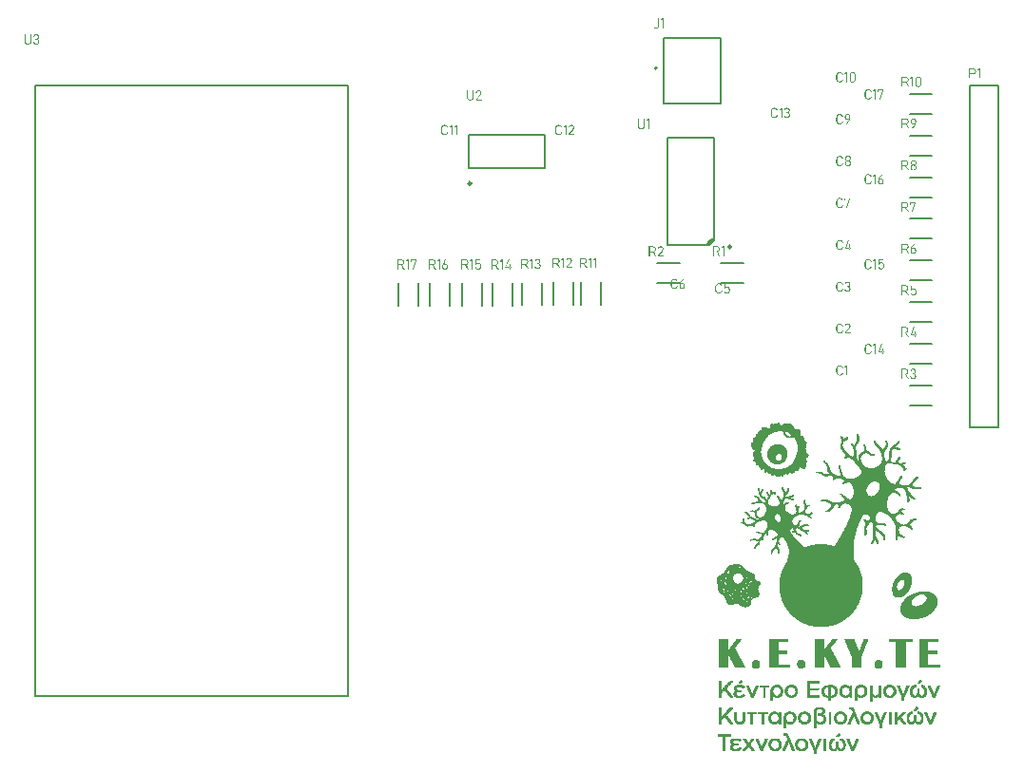
<source format=gto>
G04*
G04 #@! TF.GenerationSoftware,Altium Limited,Altium Designer,20.0.13 (296)*
G04*
G04 Layer_Color=3326705*
%FSLAX25Y25*%
%MOIN*%
G70*
G01*
G75*
%ADD10C,0.00787*%
%ADD11C,0.00984*%
%ADD12C,0.00100*%
%ADD13C,0.00500*%
G36*
X269071Y190130D02*
X268601D01*
X267733Y189770D01*
X267068Y189106D01*
X266709Y188238D01*
Y187768D01*
D01*
D01*
X267890Y187768D01*
X269071Y188949D01*
X269071Y190130D01*
D02*
G37*
G36*
X249909Y265071D02*
Y265066D01*
Y265054D01*
Y265032D01*
Y265004D01*
X249903Y264977D01*
Y264938D01*
X249892Y264844D01*
X249876Y264744D01*
X249854Y264633D01*
X249820Y264522D01*
X249776Y264416D01*
Y264411D01*
X249770Y264405D01*
X249754Y264372D01*
X249720Y264322D01*
X249676Y264261D01*
X249621Y264194D01*
X249554Y264128D01*
X249476Y264061D01*
X249387Y264005D01*
X249376Y264000D01*
X249343Y263983D01*
X249288Y263961D01*
X249215Y263939D01*
X249127Y263911D01*
X249027Y263889D01*
X248905Y263872D01*
X248777Y263867D01*
X248732D01*
X248677Y263872D01*
X248610Y263878D01*
X248533Y263895D01*
X248449Y263911D01*
X248361Y263939D01*
X248272Y263972D01*
X248261Y263978D01*
X248233Y263994D01*
X248194Y264017D01*
X248139Y264050D01*
X248083Y264094D01*
X248017Y264144D01*
X247955Y264205D01*
X247900Y264272D01*
X248133Y264516D01*
X248139Y264510D01*
X248155Y264488D01*
X248178Y264461D01*
X248216Y264427D01*
X248255Y264388D01*
X248305Y264350D01*
X248366Y264311D01*
X248427Y264277D01*
X248438Y264272D01*
X248461Y264266D01*
X248499Y264250D01*
X248544Y264239D01*
X248605Y264222D01*
X248672Y264205D01*
X248749Y264200D01*
X248827Y264194D01*
X248860D01*
X248882Y264200D01*
X248949Y264205D01*
X249027Y264222D01*
X249110Y264250D01*
X249204Y264288D01*
X249288Y264344D01*
X249365Y264422D01*
X249376Y264433D01*
X249398Y264466D01*
X249426Y264516D01*
X249465Y264594D01*
X249498Y264683D01*
X249532Y264799D01*
X249554Y264927D01*
X249559Y265077D01*
Y267441D01*
X249909D01*
Y265071D01*
D02*
G37*
G36*
X251574Y263900D02*
X251219D01*
Y267147D01*
X250570Y266736D01*
Y267108D01*
X251075Y267441D01*
X251574D01*
Y263900D01*
D02*
G37*
G36*
X192615Y182760D02*
X192687Y182749D01*
X192771Y182732D01*
X192865Y182710D01*
X192954Y182682D01*
X193043Y182638D01*
X193054Y182632D01*
X193081Y182615D01*
X193126Y182588D01*
X193176Y182543D01*
X193231Y182493D01*
X193292Y182432D01*
X193353Y182360D01*
X193403Y182277D01*
X193409Y182266D01*
X193426Y182238D01*
X193448Y182188D01*
X193470Y182122D01*
X193492Y182044D01*
X193514Y181949D01*
X193531Y181850D01*
X193536Y181739D01*
Y181733D01*
Y181728D01*
Y181711D01*
Y181689D01*
X193531Y181628D01*
X193520Y181555D01*
X193503Y181472D01*
X193481Y181383D01*
X193448Y181289D01*
X193403Y181200D01*
X193398Y181189D01*
X193381Y181161D01*
X193353Y181123D01*
X193309Y181067D01*
X193259Y181012D01*
X193198Y180950D01*
X193126Y180889D01*
X193043Y180840D01*
X193031Y180834D01*
X193004Y180823D01*
X192954Y180801D01*
X192887Y180778D01*
X192864Y180772D01*
X193681Y179219D01*
X193264D01*
X192510Y180718D01*
X192615Y180723D01*
X192715Y180734D01*
X192809Y180756D01*
X192864Y180772D01*
X192776Y180939D01*
X192454Y180828D01*
X192510Y180718D01*
X192504Y180717D01*
X191450D01*
Y181045D01*
X191316D01*
Y180717D01*
X191450D01*
Y179219D01*
X191100D01*
Y182765D01*
X191316D01*
Y182438D01*
X191450D01*
Y181045D01*
X192560D01*
X192598Y181050D01*
X192643Y181056D01*
X192698Y181067D01*
X192754Y181078D01*
X192815Y181100D01*
X192870Y181128D01*
X192876Y181134D01*
X192893Y181145D01*
X192920Y181167D01*
X192954Y181195D01*
X192993Y181228D01*
X193031Y181267D01*
X193070Y181317D01*
X193104Y181372D01*
X193109Y181378D01*
X193115Y181400D01*
X193131Y181433D01*
X193148Y181478D01*
X193159Y181533D01*
X193176Y181594D01*
X193181Y181667D01*
X193187Y181739D01*
Y181750D01*
Y181772D01*
X193181Y181816D01*
X193176Y181866D01*
X193165Y181922D01*
X193154Y181983D01*
X193131Y182044D01*
X193104Y182105D01*
X193098Y182110D01*
X193087Y182133D01*
X193070Y182160D01*
X193048Y182194D01*
X193015Y182238D01*
X192976Y182277D01*
X192931Y182316D01*
X192876Y182349D01*
X192870Y182355D01*
X192848Y182366D01*
X192821Y182377D01*
X192776Y182394D01*
X192726Y182410D01*
X192665Y182427D01*
X192598Y182432D01*
X192526Y182438D01*
X191450D01*
Y182765D01*
X192554D01*
X192615Y182760D01*
D02*
G37*
G36*
X197832Y180074D02*
X198176D01*
Y179763D01*
X197832D01*
Y180074D01*
X197494D01*
Y181300D01*
X197832D01*
Y180074D01*
D02*
G37*
G36*
X196289D02*
X197494D01*
Y179763D01*
X197832D01*
Y179219D01*
X197494D01*
Y179763D01*
X195895D01*
Y180046D01*
X197083Y182760D01*
X197449D01*
X196289Y180074D01*
D02*
G37*
G36*
X195140Y179219D02*
X194785D01*
Y182466D01*
X194136Y182055D01*
Y182427D01*
X194641Y182760D01*
X195140D01*
Y179219D01*
D02*
G37*
G36*
X214115Y183341D02*
X214187Y183330D01*
X214271Y183313D01*
X214365Y183291D01*
X214454Y183263D01*
X214543Y183219D01*
X214554Y183213D01*
X214581Y183197D01*
X214626Y183169D01*
X214676Y183124D01*
X214731Y183074D01*
X214792Y183013D01*
X214853Y182941D01*
X214903Y182858D01*
X214909Y182847D01*
X214926Y182819D01*
X214948Y182769D01*
X214970Y182703D01*
X214992Y182625D01*
X215014Y182531D01*
X215031Y182431D01*
X215037Y182320D01*
Y182314D01*
Y182309D01*
Y182292D01*
Y182270D01*
X215031Y182209D01*
X215020Y182137D01*
X215003Y182053D01*
X214981Y181965D01*
X214948Y181870D01*
X214903Y181781D01*
X214898Y181770D01*
X214881Y181743D01*
X214853Y181704D01*
X214809Y181648D01*
X214759Y181593D01*
X214698Y181532D01*
X214626Y181471D01*
X214543Y181421D01*
X214531Y181415D01*
X214504Y181404D01*
X214454Y181382D01*
X214387Y181360D01*
X214364Y181353D01*
X215181Y179800D01*
X214764D01*
X214010Y181299D01*
X214115Y181304D01*
X214215Y181315D01*
X214309Y181337D01*
X214364Y181353D01*
X214276Y181520D01*
X213954Y181410D01*
X214010Y181299D01*
X214004Y181298D01*
X212950D01*
Y181626D01*
X212816D01*
Y181298D01*
X212950D01*
Y179800D01*
X212600D01*
Y183346D01*
X212816D01*
Y183019D01*
X212950D01*
Y181626D01*
X214060D01*
X214099Y181632D01*
X214143Y181637D01*
X214198Y181648D01*
X214254Y181659D01*
X214315Y181681D01*
X214370Y181709D01*
X214376Y181715D01*
X214393Y181726D01*
X214420Y181748D01*
X214454Y181776D01*
X214493Y181809D01*
X214531Y181848D01*
X214570Y181898D01*
X214603Y181953D01*
X214609Y181959D01*
X214615Y181981D01*
X214631Y182015D01*
X214648Y182059D01*
X214659Y182114D01*
X214676Y182175D01*
X214681Y182248D01*
X214687Y182320D01*
Y182331D01*
Y182353D01*
X214681Y182397D01*
X214676Y182447D01*
X214665Y182503D01*
X214653Y182564D01*
X214631Y182625D01*
X214603Y182686D01*
X214598Y182692D01*
X214587Y182714D01*
X214570Y182741D01*
X214548Y182775D01*
X214515Y182819D01*
X214476Y182858D01*
X214432Y182897D01*
X214376Y182930D01*
X214370Y182936D01*
X214348Y182947D01*
X214320Y182958D01*
X214276Y182975D01*
X214226Y182991D01*
X214165Y183008D01*
X214099Y183013D01*
X214026Y183019D01*
X212950D01*
Y183346D01*
X214054D01*
X214115Y183341D01*
D02*
G37*
G36*
X218477Y183374D02*
X218555Y183369D01*
X218638Y183352D01*
X218733Y183335D01*
X218822Y183308D01*
X218910Y183269D01*
X218921Y183263D01*
X218949Y183247D01*
X218988Y183224D01*
X219038Y183191D01*
X219093Y183147D01*
X219149Y183091D01*
X219199Y183025D01*
X219249Y182952D01*
X219254Y182941D01*
X219266Y182914D01*
X219288Y182875D01*
X219310Y182814D01*
X219332Y182741D01*
X219354Y182658D01*
X219366Y182564D01*
X219371Y182458D01*
Y182453D01*
Y182447D01*
Y182425D01*
X219366Y182386D01*
X219360Y182342D01*
X219349Y182286D01*
X219327Y182220D01*
X219304Y182148D01*
X219271Y182070D01*
X219266Y182059D01*
X219254Y182031D01*
X219232Y181992D01*
X219204Y181937D01*
X219166Y181870D01*
X219121Y181798D01*
X219066Y181715D01*
X219005Y181632D01*
X217828Y180122D01*
X219388D01*
Y179800D01*
X217390D01*
Y180083D01*
X218722Y181831D01*
X218727Y181837D01*
X218744Y181859D01*
X218766Y181892D01*
X218799Y181937D01*
X218833Y181987D01*
X218866Y182042D01*
X218899Y182103D01*
X218927Y182164D01*
X218933Y182170D01*
X218938Y182192D01*
X218949Y182225D01*
X218966Y182264D01*
X218977Y182309D01*
X218988Y182359D01*
X218994Y182408D01*
X218999Y182458D01*
Y182464D01*
Y182470D01*
Y182503D01*
X218988Y182558D01*
X218977Y182619D01*
X218960Y182692D01*
X218927Y182764D01*
X218888Y182836D01*
X218833Y182897D01*
X218827Y182902D01*
X218805Y182919D01*
X218766Y182947D01*
X218716Y182975D01*
X218650Y183002D01*
X218572Y183030D01*
X218477Y183047D01*
X218372Y183052D01*
X218328D01*
X218278Y183041D01*
X218211Y183030D01*
X218139Y183013D01*
X218067Y182980D01*
X217989Y182941D01*
X217922Y182886D01*
X217917Y182880D01*
X217895Y182852D01*
X217867Y182819D01*
X217834Y182764D01*
X217795Y182697D01*
X217761Y182619D01*
X217734Y182519D01*
X217711Y182414D01*
X217345D01*
Y182420D01*
Y182425D01*
X217351Y182442D01*
X217356Y182464D01*
X217368Y182519D01*
X217384Y182592D01*
X217406Y182675D01*
X217440Y182764D01*
X217478Y182852D01*
X217523Y182936D01*
X217528Y182947D01*
X217551Y182969D01*
X217578Y183008D01*
X217617Y183058D01*
X217667Y183113D01*
X217728Y183163D01*
X217795Y183219D01*
X217873Y183263D01*
X217884Y183269D01*
X217911Y183280D01*
X217956Y183302D01*
X218017Y183324D01*
X218089Y183341D01*
X218172Y183363D01*
X218267Y183374D01*
X218366Y183380D01*
X218422D01*
X218477Y183374D01*
D02*
G37*
G36*
X216640Y179800D02*
X216285D01*
Y183047D01*
X215636Y182636D01*
Y183008D01*
X216141Y183341D01*
X216640D01*
Y179800D01*
D02*
G37*
G36*
X323343Y242574D02*
X323415Y242563D01*
X323504Y242547D01*
X323598Y242524D01*
X323693Y242496D01*
X323793Y242452D01*
X323798D01*
X323804Y242446D01*
X323837Y242430D01*
X323881Y242402D01*
X323942Y242363D01*
X324009Y242313D01*
X324081Y242252D01*
X324153Y242186D01*
X324220Y242102D01*
X324226Y242091D01*
X324248Y242064D01*
X324275Y242014D01*
X324314Y241953D01*
X324353Y241875D01*
X324392Y241786D01*
X324425Y241686D01*
X324453Y241575D01*
X324103D01*
Y241586D01*
X324092Y241609D01*
X324076Y241647D01*
X324059Y241692D01*
X324031Y241747D01*
X323998Y241808D01*
X323954Y241869D01*
X323909Y241925D01*
X323904Y241930D01*
X323887Y241953D01*
X323859Y241980D01*
X323820Y242014D01*
X323776Y242053D01*
X323721Y242091D01*
X323665Y242130D01*
X323598Y242163D01*
X323593Y242169D01*
X323571Y242180D01*
X323532Y242191D01*
X323487Y242208D01*
X323432Y242225D01*
X323371Y242241D01*
X323304Y242247D01*
X323232Y242252D01*
X323188D01*
X323138Y242247D01*
X323077Y242236D01*
X322999Y242219D01*
X322921Y242197D01*
X322844Y242169D01*
X322766Y242125D01*
X322755Y242119D01*
X322733Y242102D01*
X322699Y242075D01*
X322655Y242036D01*
X322605Y241986D01*
X322549Y241925D01*
X322499Y241858D01*
X322455Y241775D01*
X322449Y241764D01*
X322439Y241736D01*
X322422Y241692D01*
X322405Y241625D01*
X322383Y241553D01*
X322366Y241464D01*
X322355Y241364D01*
X322350Y241253D01*
Y240282D01*
Y240277D01*
Y240271D01*
Y240254D01*
Y240232D01*
X322355Y240177D01*
X322361Y240104D01*
X322377Y240021D01*
X322394Y239932D01*
X322422Y239844D01*
X322455Y239755D01*
X322461Y239744D01*
X322477Y239716D01*
X322499Y239677D01*
X322538Y239627D01*
X322577Y239572D01*
X322633Y239516D01*
X322694Y239461D01*
X322766Y239411D01*
X322777Y239405D01*
X322799Y239394D01*
X322844Y239372D01*
X322899Y239350D01*
X322966Y239327D01*
X323049Y239305D01*
X323138Y239294D01*
X323232Y239289D01*
X323265D01*
X323299Y239294D01*
X323349Y239300D01*
X323404Y239305D01*
X323465Y239322D01*
X323532Y239338D01*
X323598Y239366D01*
X323604Y239372D01*
X323626Y239383D01*
X323659Y239400D01*
X323704Y239427D01*
X323754Y239461D01*
X323804Y239499D01*
X323859Y239544D01*
X323909Y239599D01*
X323915Y239605D01*
X323931Y239627D01*
X323954Y239660D01*
X323981Y239705D01*
X324015Y239755D01*
X324048Y239821D01*
X324076Y239888D01*
X324103Y239966D01*
X324453D01*
Y239960D01*
X324448Y239955D01*
Y239938D01*
X324442Y239916D01*
X324425Y239860D01*
X324403Y239788D01*
X324370Y239705D01*
X324331Y239616D01*
X324281Y239527D01*
X324220Y239439D01*
X324214Y239427D01*
X324187Y239400D01*
X324153Y239361D01*
X324103Y239311D01*
X324037Y239255D01*
X323965Y239194D01*
X323881Y239139D01*
X323787Y239089D01*
X323776Y239083D01*
X323743Y239072D01*
X323693Y239050D01*
X323621Y239028D01*
X323537Y239005D01*
X323443Y238983D01*
X323343Y238972D01*
X323232Y238967D01*
X323171D01*
X323138Y238972D01*
X323099Y238978D01*
X323010Y238989D01*
X322910Y239005D01*
X322799Y239033D01*
X322688Y239072D01*
X322583Y239128D01*
X322577D01*
X322572Y239133D01*
X322538Y239155D01*
X322488Y239194D01*
X322427Y239244D01*
X322355Y239311D01*
X322283Y239388D01*
X322211Y239483D01*
X322150Y239588D01*
Y239594D01*
X322144Y239599D01*
X322133Y239616D01*
X322128Y239644D01*
X322117Y239671D01*
X322100Y239705D01*
X322072Y239788D01*
X322044Y239888D01*
X322017Y240010D01*
X322000Y240138D01*
X321994Y240282D01*
Y241253D01*
Y241259D01*
Y241270D01*
Y241292D01*
Y241320D01*
X322000Y241353D01*
X322006Y241398D01*
X322017Y241492D01*
X322033Y241597D01*
X322061Y241720D01*
X322100Y241836D01*
X322150Y241953D01*
Y241958D01*
X322155Y241964D01*
X322166Y241980D01*
X322178Y242003D01*
X322216Y242058D01*
X322261Y242125D01*
X322322Y242197D01*
X322400Y242274D01*
X322483Y242347D01*
X322583Y242413D01*
X322588D01*
X322594Y242419D01*
X322610Y242430D01*
X322633Y242441D01*
X322688Y242469D01*
X322766Y242496D01*
X322866Y242530D01*
X322971Y242552D01*
X323099Y242574D01*
X323232Y242580D01*
X323282D01*
X323343Y242574D01*
D02*
G37*
G36*
X328577Y242247D02*
X327661Y239000D01*
X327278D01*
X328216Y242219D01*
X327001D01*
Y241559D01*
X326651D01*
Y242541D01*
X328577D01*
Y242247D01*
D02*
G37*
G36*
X325946Y239000D02*
X325591D01*
Y242247D01*
X324941Y241836D01*
Y242208D01*
X325447Y242541D01*
X325946D01*
Y239000D01*
D02*
G37*
G36*
X323343Y212763D02*
X323415Y212752D01*
X323504Y212736D01*
X323598Y212713D01*
X323693Y212686D01*
X323793Y212641D01*
X323798D01*
X323804Y212636D01*
X323837Y212619D01*
X323881Y212591D01*
X323942Y212552D01*
X324009Y212503D01*
X324081Y212441D01*
X324153Y212375D01*
X324220Y212292D01*
X324226Y212281D01*
X324248Y212253D01*
X324275Y212203D01*
X324314Y212142D01*
X324353Y212064D01*
X324392Y211975D01*
X324425Y211875D01*
X324453Y211764D01*
X324103D01*
Y211775D01*
X324092Y211798D01*
X324076Y211837D01*
X324059Y211881D01*
X324031Y211936D01*
X323998Y211998D01*
X323954Y212058D01*
X323909Y212114D01*
X323904Y212120D01*
X323887Y212142D01*
X323859Y212170D01*
X323820Y212203D01*
X323776Y212242D01*
X323721Y212281D01*
X323665Y212319D01*
X323598Y212353D01*
X323593Y212358D01*
X323571Y212369D01*
X323532Y212380D01*
X323487Y212397D01*
X323432Y212414D01*
X323371Y212430D01*
X323304Y212436D01*
X323232Y212441D01*
X323188D01*
X323138Y212436D01*
X323077Y212425D01*
X322999Y212408D01*
X322921Y212386D01*
X322844Y212358D01*
X322766Y212314D01*
X322755Y212308D01*
X322733Y212292D01*
X322699Y212264D01*
X322655Y212225D01*
X322605Y212175D01*
X322549Y212114D01*
X322499Y212047D01*
X322455Y211964D01*
X322449Y211953D01*
X322439Y211925D01*
X322422Y211881D01*
X322405Y211814D01*
X322383Y211742D01*
X322366Y211653D01*
X322355Y211554D01*
X322350Y211442D01*
Y210471D01*
Y210466D01*
Y210460D01*
Y210443D01*
Y210421D01*
X322355Y210366D01*
X322361Y210294D01*
X322377Y210210D01*
X322394Y210122D01*
X322422Y210033D01*
X322455Y209944D01*
X322461Y209933D01*
X322477Y209905D01*
X322499Y209866D01*
X322538Y209816D01*
X322577Y209761D01*
X322633Y209705D01*
X322694Y209650D01*
X322766Y209600D01*
X322777Y209594D01*
X322799Y209583D01*
X322844Y209561D01*
X322899Y209539D01*
X322966Y209517D01*
X323049Y209494D01*
X323138Y209483D01*
X323232Y209478D01*
X323265D01*
X323299Y209483D01*
X323349Y209489D01*
X323404Y209494D01*
X323465Y209511D01*
X323532Y209528D01*
X323598Y209556D01*
X323604Y209561D01*
X323626Y209572D01*
X323659Y209589D01*
X323704Y209616D01*
X323754Y209650D01*
X323804Y209689D01*
X323859Y209733D01*
X323909Y209789D01*
X323915Y209794D01*
X323931Y209816D01*
X323954Y209850D01*
X323981Y209894D01*
X324015Y209944D01*
X324048Y210011D01*
X324076Y210077D01*
X324103Y210155D01*
X324453D01*
Y210149D01*
X324448Y210144D01*
Y210127D01*
X324442Y210105D01*
X324425Y210049D01*
X324403Y209977D01*
X324370Y209894D01*
X324331Y209805D01*
X324281Y209716D01*
X324220Y209628D01*
X324214Y209616D01*
X324187Y209589D01*
X324153Y209550D01*
X324103Y209500D01*
X324037Y209444D01*
X323965Y209383D01*
X323881Y209328D01*
X323787Y209278D01*
X323776Y209272D01*
X323743Y209261D01*
X323693Y209239D01*
X323621Y209217D01*
X323537Y209195D01*
X323443Y209173D01*
X323343Y209161D01*
X323232Y209156D01*
X323171D01*
X323138Y209161D01*
X323099Y209167D01*
X323010Y209178D01*
X322910Y209195D01*
X322799Y209223D01*
X322688Y209261D01*
X322583Y209317D01*
X322577D01*
X322572Y209322D01*
X322538Y209345D01*
X322488Y209383D01*
X322427Y209433D01*
X322355Y209500D01*
X322283Y209578D01*
X322211Y209672D01*
X322150Y209777D01*
Y209783D01*
X322144Y209789D01*
X322133Y209805D01*
X322128Y209833D01*
X322117Y209861D01*
X322100Y209894D01*
X322072Y209977D01*
X322044Y210077D01*
X322017Y210199D01*
X322000Y210327D01*
X321994Y210471D01*
Y211442D01*
Y211448D01*
Y211459D01*
Y211481D01*
Y211509D01*
X322000Y211542D01*
X322006Y211587D01*
X322017Y211681D01*
X322033Y211787D01*
X322061Y211909D01*
X322100Y212025D01*
X322150Y212142D01*
Y212147D01*
X322155Y212153D01*
X322166Y212170D01*
X322178Y212192D01*
X322216Y212247D01*
X322261Y212314D01*
X322322Y212386D01*
X322400Y212464D01*
X322483Y212536D01*
X322583Y212602D01*
X322588D01*
X322594Y212608D01*
X322610Y212619D01*
X322633Y212630D01*
X322688Y212658D01*
X322766Y212686D01*
X322866Y212719D01*
X322971Y212741D01*
X323099Y212763D01*
X323232Y212769D01*
X323282D01*
X323343Y212763D01*
D02*
G37*
G36*
X325946Y209189D02*
X325591D01*
Y212436D01*
X324941Y212025D01*
Y212397D01*
X325447Y212730D01*
X325946D01*
Y209189D01*
D02*
G37*
G36*
X327275Y211155D02*
X327300Y211176D01*
X327339Y211204D01*
X327389Y211226D01*
X327395Y211232D01*
X327411Y211237D01*
X327445Y211248D01*
X327483Y211259D01*
X327528Y211270D01*
X327583Y211281D01*
X327639Y211293D01*
X327755D01*
X327811Y211287D01*
X327883Y211276D01*
X327961Y211259D01*
X328049Y211237D01*
X328133Y211209D01*
X328216Y211165D01*
X328227Y211159D01*
X328249Y211143D01*
X328288Y211115D01*
X328338Y211076D01*
X328394Y211021D01*
X328444Y210960D01*
X328499Y210888D01*
X328543Y210804D01*
X328549Y210793D01*
X328560Y210765D01*
X328577Y210715D01*
X328599Y210643D01*
X328621Y210560D01*
X328638Y210466D01*
X328649Y210355D01*
X328654Y210233D01*
Y210227D01*
Y210216D01*
Y210199D01*
Y210177D01*
X328649Y210110D01*
X328638Y210033D01*
X328627Y209944D01*
X328605Y209844D01*
X328577Y209744D01*
X328538Y209650D01*
X328532Y209639D01*
X328516Y209611D01*
X328488Y209567D01*
X328449Y209511D01*
X328405Y209450D01*
X328344Y209389D01*
X328272Y209333D01*
X328194Y209278D01*
X328183Y209272D01*
X328155Y209261D01*
X328105Y209239D01*
X328044Y209217D01*
X327966Y209195D01*
X327877Y209173D01*
X327772Y209161D01*
X327661Y209156D01*
X327611D01*
X327550Y209161D01*
X327478Y209173D01*
X327395Y209184D01*
X327306Y209206D01*
X327217Y209239D01*
X327128Y209278D01*
X327117Y209283D01*
X327089Y209300D01*
X327050Y209328D01*
X327001Y209367D01*
X326951Y209422D01*
X326890Y209483D01*
X326840Y209556D01*
X326790Y209639D01*
Y209644D01*
X326784Y209650D01*
X326773Y209683D01*
X326751Y209733D01*
X326734Y209805D01*
X326712Y209889D01*
X326690Y209988D01*
X326679Y210099D01*
X326673Y210222D01*
Y210233D01*
Y210255D01*
Y210294D01*
X326679Y210344D01*
X326684Y210405D01*
X326690Y210477D01*
X326701Y210555D01*
X326717Y210632D01*
Y210643D01*
X326729Y210671D01*
X326740Y210715D01*
X326756Y210771D01*
X326773Y210838D01*
X326795Y210910D01*
X326856Y211065D01*
Y211071D01*
X326862Y211087D01*
X326873Y211109D01*
X326884Y211132D01*
X326890Y211137D01*
X326895Y211154D01*
X326912Y211176D01*
X326923Y211204D01*
X327689Y212730D01*
X328083D01*
X327275Y211155D01*
D02*
G37*
G36*
X323343Y182952D02*
X323415Y182941D01*
X323504Y182925D01*
X323598Y182903D01*
X323693Y182875D01*
X323793Y182830D01*
X323798D01*
X323804Y182825D01*
X323837Y182808D01*
X323881Y182781D01*
X323942Y182742D01*
X324009Y182692D01*
X324081Y182631D01*
X324153Y182564D01*
X324220Y182481D01*
X324226Y182470D01*
X324248Y182442D01*
X324275Y182392D01*
X324314Y182331D01*
X324353Y182253D01*
X324392Y182164D01*
X324425Y182064D01*
X324453Y181954D01*
X324103D01*
Y181965D01*
X324092Y181987D01*
X324076Y182026D01*
X324059Y182070D01*
X324031Y182126D01*
X323998Y182187D01*
X323954Y182248D01*
X323909Y182303D01*
X323904Y182309D01*
X323887Y182331D01*
X323859Y182359D01*
X323820Y182392D01*
X323776Y182431D01*
X323721Y182470D01*
X323665Y182509D01*
X323598Y182542D01*
X323593Y182547D01*
X323571Y182559D01*
X323532Y182570D01*
X323487Y182586D01*
X323432Y182603D01*
X323371Y182620D01*
X323304Y182625D01*
X323232Y182631D01*
X323188D01*
X323138Y182625D01*
X323077Y182614D01*
X322999Y182597D01*
X322921Y182575D01*
X322844Y182547D01*
X322766Y182503D01*
X322755Y182497D01*
X322733Y182481D01*
X322699Y182453D01*
X322655Y182414D01*
X322605Y182364D01*
X322549Y182303D01*
X322499Y182237D01*
X322455Y182153D01*
X322449Y182142D01*
X322439Y182115D01*
X322422Y182070D01*
X322405Y182003D01*
X322383Y181931D01*
X322366Y181843D01*
X322355Y181743D01*
X322350Y181632D01*
Y180660D01*
Y180655D01*
Y180649D01*
Y180633D01*
Y180610D01*
X322355Y180555D01*
X322361Y180483D01*
X322377Y180400D01*
X322394Y180311D01*
X322422Y180222D01*
X322455Y180133D01*
X322461Y180122D01*
X322477Y180094D01*
X322499Y180055D01*
X322538Y180006D01*
X322577Y179950D01*
X322633Y179894D01*
X322694Y179839D01*
X322766Y179789D01*
X322777Y179783D01*
X322799Y179772D01*
X322844Y179750D01*
X322899Y179728D01*
X322966Y179706D01*
X323049Y179684D01*
X323138Y179673D01*
X323232Y179667D01*
X323265D01*
X323299Y179673D01*
X323349Y179678D01*
X323404Y179684D01*
X323465Y179700D01*
X323532Y179717D01*
X323598Y179745D01*
X323604Y179750D01*
X323626Y179761D01*
X323659Y179778D01*
X323704Y179806D01*
X323754Y179839D01*
X323804Y179878D01*
X323859Y179922D01*
X323909Y179978D01*
X323915Y179983D01*
X323931Y180006D01*
X323954Y180039D01*
X323981Y180083D01*
X324015Y180133D01*
X324048Y180200D01*
X324076Y180266D01*
X324103Y180344D01*
X324453D01*
Y180339D01*
X324448Y180333D01*
Y180316D01*
X324442Y180294D01*
X324425Y180239D01*
X324403Y180166D01*
X324370Y180083D01*
X324331Y179994D01*
X324281Y179906D01*
X324220Y179817D01*
X324214Y179806D01*
X324187Y179778D01*
X324153Y179739D01*
X324103Y179689D01*
X324037Y179634D01*
X323965Y179573D01*
X323881Y179517D01*
X323787Y179467D01*
X323776Y179462D01*
X323743Y179451D01*
X323693Y179428D01*
X323621Y179406D01*
X323537Y179384D01*
X323443Y179362D01*
X323343Y179351D01*
X323232Y179345D01*
X323171D01*
X323138Y179351D01*
X323099Y179356D01*
X323010Y179367D01*
X322910Y179384D01*
X322799Y179412D01*
X322688Y179451D01*
X322583Y179506D01*
X322577D01*
X322572Y179511D01*
X322538Y179534D01*
X322488Y179573D01*
X322427Y179622D01*
X322355Y179689D01*
X322283Y179767D01*
X322211Y179861D01*
X322150Y179967D01*
Y179972D01*
X322144Y179978D01*
X322133Y179994D01*
X322128Y180022D01*
X322117Y180050D01*
X322100Y180083D01*
X322072Y180166D01*
X322044Y180266D01*
X322017Y180388D01*
X322000Y180516D01*
X321994Y180660D01*
Y181632D01*
Y181637D01*
Y181648D01*
Y181670D01*
Y181698D01*
X322000Y181731D01*
X322006Y181776D01*
X322017Y181870D01*
X322033Y181976D01*
X322061Y182098D01*
X322100Y182214D01*
X322150Y182331D01*
Y182336D01*
X322155Y182342D01*
X322166Y182359D01*
X322178Y182381D01*
X322216Y182436D01*
X322261Y182503D01*
X322322Y182575D01*
X322400Y182653D01*
X322483Y182725D01*
X322583Y182792D01*
X322588D01*
X322594Y182797D01*
X322610Y182808D01*
X322633Y182819D01*
X322688Y182847D01*
X322766Y182875D01*
X322866Y182908D01*
X322971Y182930D01*
X323099Y182952D01*
X323232Y182958D01*
X323282D01*
X323343Y182952D01*
D02*
G37*
G36*
X328632Y182597D02*
X327178D01*
Y181532D01*
X327184Y181537D01*
X327200Y181554D01*
X327228Y181576D01*
X327267Y181609D01*
X327311Y181643D01*
X327361Y181676D01*
X327417Y181709D01*
X327478Y181737D01*
X327483Y181743D01*
X327506Y181748D01*
X327539Y181759D01*
X327583Y181776D01*
X327639Y181787D01*
X327700Y181798D01*
X327766Y181804D01*
X327839Y181809D01*
X327888D01*
X327939Y181804D01*
X328005Y181793D01*
X328083Y181781D01*
X328161Y181759D01*
X328244Y181731D01*
X328322Y181693D01*
X328332Y181687D01*
X328355Y181670D01*
X328394Y181648D01*
X328438Y181609D01*
X328488Y181565D01*
X328538Y181509D01*
X328588Y181443D01*
X328632Y181365D01*
X328638Y181354D01*
X328649Y181326D01*
X328665Y181282D01*
X328688Y181221D01*
X328704Y181143D01*
X328721Y181054D01*
X328732Y180955D01*
X328738Y180843D01*
Y180327D01*
Y180322D01*
Y180316D01*
Y180300D01*
Y180277D01*
X328732Y180216D01*
X328721Y180144D01*
X328710Y180061D01*
X328688Y179972D01*
X328654Y179883D01*
X328616Y179795D01*
X328610Y179783D01*
X328593Y179756D01*
X328566Y179717D01*
X328532Y179667D01*
X328482Y179617D01*
X328421Y179556D01*
X328355Y179506D01*
X328277Y179456D01*
X328266Y179451D01*
X328238Y179439D01*
X328188Y179423D01*
X328127Y179401D01*
X328049Y179378D01*
X327955Y179362D01*
X327855Y179351D01*
X327739Y179345D01*
X327694D01*
X327644Y179351D01*
X327578Y179356D01*
X327506Y179367D01*
X327428Y179389D01*
X327345Y179412D01*
X327261Y179445D01*
X327250Y179451D01*
X327228Y179467D01*
X327189Y179489D01*
X327139Y179523D01*
X327084Y179567D01*
X327028Y179617D01*
X326973Y179678D01*
X326917Y179750D01*
X326912Y179761D01*
X326895Y179783D01*
X326873Y179828D01*
X326851Y179883D01*
X326817Y179955D01*
X326790Y180039D01*
X326767Y180128D01*
X326745Y180227D01*
Y180233D01*
X327100D01*
Y180227D01*
Y180222D01*
Y180216D01*
X327106Y180183D01*
X327117Y180133D01*
X327134Y180078D01*
X327162Y180011D01*
X327195Y179944D01*
X327239Y179878D01*
X327295Y179817D01*
X327300Y179811D01*
X327328Y179795D01*
X327361Y179772D01*
X327417Y179745D01*
X327478Y179717D01*
X327555Y179695D01*
X327644Y179678D01*
X327739Y179673D01*
X327766D01*
X327789Y179678D01*
X327844Y179684D01*
X327911Y179695D01*
X327989Y179717D01*
X328066Y179745D01*
X328144Y179789D01*
X328210Y179844D01*
X328216Y179850D01*
X328238Y179878D01*
X328266Y179917D01*
X328299Y179972D01*
X328327Y180039D01*
X328355Y180122D01*
X328377Y180216D01*
X328382Y180327D01*
Y180843D01*
Y180849D01*
Y180855D01*
Y180871D01*
Y180894D01*
X328377Y180949D01*
X328366Y181016D01*
X328349Y181093D01*
X328322Y181171D01*
X328288Y181243D01*
X328238Y181310D01*
X328233Y181315D01*
X328210Y181337D01*
X328177Y181365D01*
X328133Y181393D01*
X328077Y181426D01*
X328005Y181448D01*
X327927Y181471D01*
X327833Y181476D01*
X327800D01*
X327761Y181471D01*
X327711Y181465D01*
X327650Y181448D01*
X327583Y181432D01*
X327517Y181404D01*
X327450Y181365D01*
X327445Y181360D01*
X327422Y181343D01*
X327389Y181321D01*
X327345Y181288D01*
X327295Y181243D01*
X327239Y181188D01*
X327189Y181127D01*
X327134Y181054D01*
X326823D01*
Y182919D01*
X328632D01*
Y182597D01*
D02*
G37*
G36*
X325946Y179378D02*
X325591D01*
Y182625D01*
X324941Y182214D01*
Y182586D01*
X325447Y182919D01*
X325946D01*
Y179378D01*
D02*
G37*
G36*
X323343Y153142D02*
X323415Y153131D01*
X323504Y153114D01*
X323598Y153092D01*
X323693Y153064D01*
X323793Y153020D01*
X323798D01*
X323804Y153014D01*
X323837Y152997D01*
X323881Y152970D01*
X323942Y152931D01*
X324009Y152881D01*
X324081Y152820D01*
X324153Y152753D01*
X324220Y152670D01*
X324226Y152659D01*
X324248Y152631D01*
X324275Y152581D01*
X324314Y152520D01*
X324353Y152442D01*
X324392Y152354D01*
X324425Y152254D01*
X324453Y152143D01*
X324103D01*
Y152154D01*
X324092Y152176D01*
X324076Y152215D01*
X324059Y152259D01*
X324031Y152315D01*
X323998Y152376D01*
X323954Y152437D01*
X323909Y152492D01*
X323904Y152498D01*
X323887Y152520D01*
X323859Y152548D01*
X323820Y152581D01*
X323776Y152620D01*
X323721Y152659D01*
X323665Y152698D01*
X323598Y152731D01*
X323593Y152736D01*
X323571Y152748D01*
X323532Y152759D01*
X323487Y152775D01*
X323432Y152792D01*
X323371Y152809D01*
X323304Y152814D01*
X323232Y152820D01*
X323188D01*
X323138Y152814D01*
X323077Y152803D01*
X322999Y152787D01*
X322921Y152764D01*
X322844Y152736D01*
X322766Y152692D01*
X322755Y152687D01*
X322733Y152670D01*
X322699Y152642D01*
X322655Y152603D01*
X322605Y152553D01*
X322549Y152492D01*
X322499Y152426D01*
X322455Y152342D01*
X322449Y152331D01*
X322439Y152304D01*
X322422Y152259D01*
X322405Y152193D01*
X322383Y152120D01*
X322366Y152032D01*
X322355Y151932D01*
X322350Y151821D01*
Y150849D01*
Y150844D01*
Y150838D01*
Y150822D01*
Y150800D01*
X322355Y150744D01*
X322361Y150672D01*
X322377Y150589D01*
X322394Y150500D01*
X322422Y150411D01*
X322455Y150322D01*
X322461Y150311D01*
X322477Y150283D01*
X322499Y150245D01*
X322538Y150195D01*
X322577Y150139D01*
X322633Y150084D01*
X322694Y150028D01*
X322766Y149978D01*
X322777Y149973D01*
X322799Y149961D01*
X322844Y149939D01*
X322899Y149917D01*
X322966Y149895D01*
X323049Y149873D01*
X323138Y149862D01*
X323232Y149856D01*
X323265D01*
X323299Y149862D01*
X323349Y149867D01*
X323404Y149873D01*
X323465Y149889D01*
X323532Y149906D01*
X323598Y149934D01*
X323604Y149939D01*
X323626Y149950D01*
X323659Y149967D01*
X323704Y149995D01*
X323754Y150028D01*
X323804Y150067D01*
X323859Y150111D01*
X323909Y150167D01*
X323915Y150172D01*
X323931Y150195D01*
X323954Y150228D01*
X323981Y150272D01*
X324015Y150322D01*
X324048Y150389D01*
X324076Y150455D01*
X324103Y150533D01*
X324453D01*
Y150528D01*
X324448Y150522D01*
Y150505D01*
X324442Y150483D01*
X324425Y150428D01*
X324403Y150356D01*
X324370Y150272D01*
X324331Y150183D01*
X324281Y150095D01*
X324220Y150006D01*
X324214Y149995D01*
X324187Y149967D01*
X324153Y149928D01*
X324103Y149878D01*
X324037Y149823D01*
X323965Y149762D01*
X323881Y149706D01*
X323787Y149656D01*
X323776Y149651D01*
X323743Y149640D01*
X323693Y149617D01*
X323621Y149595D01*
X323537Y149573D01*
X323443Y149551D01*
X323343Y149540D01*
X323232Y149534D01*
X323171D01*
X323138Y149540D01*
X323099Y149545D01*
X323010Y149556D01*
X322910Y149573D01*
X322799Y149601D01*
X322688Y149640D01*
X322583Y149695D01*
X322577D01*
X322572Y149701D01*
X322538Y149723D01*
X322488Y149762D01*
X322427Y149812D01*
X322355Y149878D01*
X322283Y149956D01*
X322211Y150050D01*
X322150Y150156D01*
Y150161D01*
X322144Y150167D01*
X322133Y150183D01*
X322128Y150211D01*
X322117Y150239D01*
X322100Y150272D01*
X322072Y150356D01*
X322044Y150455D01*
X322017Y150578D01*
X322000Y150705D01*
X321994Y150849D01*
Y151821D01*
Y151826D01*
Y151837D01*
Y151860D01*
Y151887D01*
X322000Y151921D01*
X322006Y151965D01*
X322017Y152059D01*
X322033Y152165D01*
X322061Y152287D01*
X322100Y152403D01*
X322150Y152520D01*
Y152526D01*
X322155Y152531D01*
X322166Y152548D01*
X322178Y152570D01*
X322216Y152626D01*
X322261Y152692D01*
X322322Y152764D01*
X322400Y152842D01*
X322483Y152914D01*
X322583Y152981D01*
X322588D01*
X322594Y152986D01*
X322610Y152997D01*
X322633Y153008D01*
X322688Y153036D01*
X322766Y153064D01*
X322866Y153097D01*
X322971Y153120D01*
X323099Y153142D01*
X323232Y153147D01*
X323282D01*
X323343Y153142D01*
D02*
G37*
G36*
X328638Y150422D02*
X328982D01*
Y150111D01*
X328638D01*
Y150422D01*
X328299D01*
Y151649D01*
X328638D01*
Y150422D01*
D02*
G37*
G36*
X327095D02*
X328299D01*
Y150111D01*
X328638D01*
Y149567D01*
X328299D01*
Y150111D01*
X326701D01*
Y150394D01*
X327888Y153108D01*
X328255D01*
X327095Y150422D01*
D02*
G37*
G36*
X325946Y149567D02*
X325591D01*
Y152814D01*
X324941Y152403D01*
Y152775D01*
X325447Y153108D01*
X325946D01*
Y149567D01*
D02*
G37*
G36*
X29892Y259554D02*
Y259549D01*
Y259538D01*
Y259510D01*
Y259482D01*
X29886Y259443D01*
Y259404D01*
X29875Y259305D01*
X29859Y259188D01*
X29831Y259066D01*
X29798Y258949D01*
X29753Y258833D01*
Y258827D01*
X29748Y258822D01*
X29726Y258788D01*
X29692Y258738D01*
X29648Y258672D01*
X29592Y258605D01*
X29520Y258533D01*
X29437Y258467D01*
X29337Y258405D01*
X29331D01*
X29326Y258400D01*
X29309Y258394D01*
X29287Y258383D01*
X29259Y258372D01*
X29226Y258361D01*
X29148Y258339D01*
X29048Y258311D01*
X28926Y258289D01*
X28793Y258272D01*
X28643Y258267D01*
X28577D01*
X28538Y258272D01*
X28499D01*
X28399Y258283D01*
X28293Y258300D01*
X28177Y258328D01*
X28060Y258361D01*
X27950Y258405D01*
X27944D01*
X27938Y258411D01*
X27905Y258433D01*
X27855Y258467D01*
X27794Y258511D01*
X27727Y258572D01*
X27655Y258644D01*
X27589Y258733D01*
X27533Y258833D01*
Y258838D01*
X27528Y258844D01*
X27522Y258861D01*
X27511Y258883D01*
X27500Y258910D01*
X27489Y258949D01*
X27467Y259033D01*
X27444Y259138D01*
X27422Y259260D01*
X27406Y259399D01*
X27400Y259554D01*
Y261841D01*
X27750D01*
Y259538D01*
Y259532D01*
Y259516D01*
Y259493D01*
X27755Y259460D01*
Y259421D01*
X27761Y259377D01*
X27777Y259277D01*
X27805Y259160D01*
X27844Y259044D01*
X27900Y258938D01*
X27972Y258838D01*
X27983Y258827D01*
X28016Y258800D01*
X28066Y258766D01*
X28138Y258722D01*
X28232Y258677D01*
X28349Y258644D01*
X28488Y258616D01*
X28643Y258605D01*
X28688D01*
X28715Y258611D01*
X28754D01*
X28799Y258616D01*
X28899Y258633D01*
X29004Y258661D01*
X29115Y258705D01*
X29220Y258761D01*
X29315Y258838D01*
X29326Y258849D01*
X29348Y258883D01*
X29387Y258938D01*
X29431Y259016D01*
X29470Y259110D01*
X29509Y259232D01*
X29531Y259377D01*
X29542Y259538D01*
Y261841D01*
X29892D01*
Y259554D01*
D02*
G37*
G36*
X31640Y261874D02*
X31679D01*
X31723Y261869D01*
X31823Y261852D01*
X31940Y261819D01*
X32056Y261774D01*
X32173Y261719D01*
X32223Y261680D01*
X32273Y261636D01*
X32278D01*
X32284Y261624D01*
X32312Y261591D01*
X32351Y261536D01*
X32401Y261463D01*
X32445Y261364D01*
X32484Y261247D01*
X32511Y261114D01*
X32523Y261036D01*
Y260958D01*
Y260853D01*
Y260842D01*
Y260809D01*
X32517Y260764D01*
X32506Y260703D01*
X32495Y260636D01*
X32473Y260564D01*
X32445Y260487D01*
X32406Y260415D01*
X32401Y260409D01*
X32384Y260387D01*
X32356Y260353D01*
X32323Y260315D01*
X32273Y260270D01*
X32217Y260226D01*
X32151Y260181D01*
X32073Y260148D01*
X32084D01*
X32112Y260137D01*
X32156Y260120D01*
X32212Y260093D01*
X32273Y260059D01*
X32334Y260015D01*
X32395Y259954D01*
X32451Y259882D01*
X32456Y259871D01*
X32473Y259843D01*
X32495Y259799D01*
X32517Y259737D01*
X32539Y259660D01*
X32561Y259565D01*
X32578Y259460D01*
X32584Y259343D01*
Y259238D01*
Y259232D01*
Y259227D01*
Y259210D01*
Y259188D01*
X32578Y259127D01*
X32567Y259055D01*
X32556Y258972D01*
X32534Y258883D01*
X32500Y258794D01*
X32462Y258705D01*
X32456Y258694D01*
X32439Y258672D01*
X32412Y258633D01*
X32373Y258583D01*
X32328Y258528D01*
X32267Y258478D01*
X32195Y258422D01*
X32118Y258378D01*
X32106Y258372D01*
X32079Y258361D01*
X32029Y258344D01*
X31962Y258322D01*
X31884Y258300D01*
X31790Y258283D01*
X31685Y258272D01*
X31568Y258267D01*
X31518D01*
X31463Y258272D01*
X31390Y258278D01*
X31307Y258289D01*
X31218Y258311D01*
X31130Y258333D01*
X31041Y258367D01*
X31030Y258372D01*
X31002Y258389D01*
X30963Y258411D01*
X30908Y258444D01*
X30852Y258489D01*
X30791Y258539D01*
X30730Y258600D01*
X30674Y258672D01*
X30669Y258683D01*
X30652Y258705D01*
X30630Y258750D01*
X30602Y258805D01*
X30575Y258877D01*
X30547Y258960D01*
X30519Y259055D01*
X30502Y259155D01*
X30858D01*
Y259149D01*
X30863Y259127D01*
X30869Y259094D01*
X30885Y259049D01*
X30896Y259005D01*
X30919Y258949D01*
X30946Y258899D01*
X30974Y258849D01*
X30980Y258844D01*
X30991Y258827D01*
X31013Y258805D01*
X31041Y258777D01*
X31074Y258744D01*
X31119Y258716D01*
X31163Y258683D01*
X31218Y258655D01*
X31224D01*
X31246Y258644D01*
X31280Y258639D01*
X31318Y258627D01*
X31374Y258616D01*
X31429Y258605D01*
X31496Y258600D01*
X31568Y258594D01*
X31596D01*
X31618Y258600D01*
X31679Y258605D01*
X31746Y258616D01*
X31829Y258633D01*
X31907Y258666D01*
X31984Y258705D01*
X32056Y258761D01*
X32062Y258766D01*
X32084Y258794D01*
X32112Y258833D01*
X32145Y258888D01*
X32179Y258955D01*
X32206Y259038D01*
X32228Y259133D01*
X32234Y259243D01*
Y259349D01*
Y259354D01*
Y259360D01*
Y259377D01*
Y259399D01*
X32223Y259454D01*
X32212Y259521D01*
X32190Y259593D01*
X32162Y259671D01*
X32118Y259743D01*
X32062Y259810D01*
X32056Y259815D01*
X32029Y259837D01*
X31995Y259865D01*
X31940Y259893D01*
X31873Y259926D01*
X31796Y259948D01*
X31696Y259971D01*
X31590Y259976D01*
X31341D01*
Y260303D01*
X31635D01*
X31685Y260309D01*
X31746Y260320D01*
X31818Y260337D01*
X31890Y260365D01*
X31956Y260398D01*
X32018Y260448D01*
X32023Y260453D01*
X32040Y260476D01*
X32067Y260509D01*
X32095Y260553D01*
X32123Y260609D01*
X32151Y260681D01*
X32168Y260759D01*
X32173Y260853D01*
Y260964D01*
Y260969D01*
Y260975D01*
Y261008D01*
X32168Y261058D01*
X32151Y261119D01*
X32134Y261192D01*
X32106Y261264D01*
X32067Y261330D01*
X32012Y261391D01*
X32006Y261397D01*
X31984Y261414D01*
X31945Y261441D01*
X31896Y261469D01*
X31834Y261497D01*
X31757Y261525D01*
X31668Y261541D01*
X31563Y261547D01*
X31535D01*
X31507Y261541D01*
X31468D01*
X31418Y261530D01*
X31368Y261519D01*
X31318Y261502D01*
X31268Y261480D01*
X31263D01*
X31246Y261469D01*
X31224Y261452D01*
X31191Y261436D01*
X31152Y261408D01*
X31119Y261375D01*
X31080Y261341D01*
X31041Y261297D01*
X31035Y261291D01*
X31024Y261275D01*
X31013Y261253D01*
X30991Y261219D01*
X30969Y261175D01*
X30952Y261130D01*
X30930Y261075D01*
X30913Y261014D01*
X30564D01*
Y261019D01*
Y261025D01*
X30575Y261058D01*
X30586Y261108D01*
X30602Y261175D01*
X30624Y261247D01*
X30658Y261325D01*
X30697Y261402D01*
X30741Y261480D01*
X30747Y261491D01*
X30769Y261513D01*
X30797Y261547D01*
X30835Y261591D01*
X30885Y261636D01*
X30946Y261685D01*
X31013Y261735D01*
X31085Y261774D01*
X31096Y261780D01*
X31124Y261791D01*
X31168Y261808D01*
X31224Y261830D01*
X31296Y261846D01*
X31374Y261863D01*
X31468Y261874D01*
X31563Y261880D01*
X31607D01*
X31640Y261874D01*
D02*
G37*
G36*
X184992Y239954D02*
Y239949D01*
Y239938D01*
Y239910D01*
Y239882D01*
X184986Y239843D01*
Y239804D01*
X184975Y239705D01*
X184959Y239588D01*
X184931Y239466D01*
X184898Y239349D01*
X184853Y239233D01*
Y239227D01*
X184848Y239222D01*
X184826Y239188D01*
X184792Y239139D01*
X184748Y239072D01*
X184692Y239005D01*
X184620Y238933D01*
X184537Y238866D01*
X184437Y238806D01*
X184431D01*
X184426Y238800D01*
X184409Y238794D01*
X184387Y238783D01*
X184359Y238772D01*
X184326Y238761D01*
X184248Y238739D01*
X184148Y238711D01*
X184026Y238689D01*
X183893Y238672D01*
X183743Y238667D01*
X183677D01*
X183638Y238672D01*
X183599D01*
X183499Y238683D01*
X183394Y238700D01*
X183277Y238728D01*
X183160Y238761D01*
X183049Y238806D01*
X183044D01*
X183038Y238811D01*
X183005Y238833D01*
X182955Y238866D01*
X182894Y238911D01*
X182827Y238972D01*
X182755Y239044D01*
X182689Y239133D01*
X182633Y239233D01*
Y239238D01*
X182628Y239244D01*
X182622Y239261D01*
X182611Y239283D01*
X182600Y239311D01*
X182589Y239349D01*
X182567Y239433D01*
X182544Y239538D01*
X182522Y239660D01*
X182506Y239799D01*
X182500Y239954D01*
Y242241D01*
X182850D01*
Y239938D01*
Y239932D01*
Y239915D01*
Y239893D01*
X182855Y239860D01*
Y239821D01*
X182861Y239777D01*
X182877Y239677D01*
X182905Y239560D01*
X182944Y239444D01*
X183000Y239338D01*
X183072Y239238D01*
X183083Y239227D01*
X183116Y239199D01*
X183166Y239166D01*
X183238Y239122D01*
X183333Y239077D01*
X183449Y239044D01*
X183588Y239016D01*
X183743Y239005D01*
X183788D01*
X183815Y239011D01*
X183854D01*
X183899Y239016D01*
X183999Y239033D01*
X184104Y239061D01*
X184215Y239105D01*
X184320Y239161D01*
X184415Y239238D01*
X184426Y239249D01*
X184448Y239283D01*
X184487Y239338D01*
X184531Y239416D01*
X184570Y239510D01*
X184609Y239632D01*
X184631Y239777D01*
X184642Y239938D01*
Y242241D01*
X184992D01*
Y239954D01*
D02*
G37*
G36*
X186785Y242274D02*
X186862Y242269D01*
X186946Y242252D01*
X187040Y242235D01*
X187129Y242208D01*
X187217Y242169D01*
X187229Y242163D01*
X187256Y242146D01*
X187295Y242124D01*
X187345Y242091D01*
X187401Y242047D01*
X187456Y241991D01*
X187506Y241925D01*
X187556Y241852D01*
X187562Y241841D01*
X187573Y241813D01*
X187595Y241775D01*
X187617Y241714D01*
X187639Y241641D01*
X187662Y241558D01*
X187673Y241464D01*
X187678Y241358D01*
Y241353D01*
Y241347D01*
Y241325D01*
X187673Y241286D01*
X187667Y241242D01*
X187656Y241186D01*
X187634Y241120D01*
X187612Y241048D01*
X187578Y240970D01*
X187573Y240959D01*
X187562Y240931D01*
X187539Y240892D01*
X187512Y240837D01*
X187473Y240770D01*
X187428Y240698D01*
X187373Y240615D01*
X187312Y240531D01*
X186135Y239022D01*
X187695D01*
Y238700D01*
X185697D01*
Y238983D01*
X187029Y240731D01*
X187034Y240737D01*
X187051Y240759D01*
X187073Y240792D01*
X187107Y240837D01*
X187140Y240887D01*
X187173Y240942D01*
X187206Y241003D01*
X187234Y241064D01*
X187240Y241070D01*
X187245Y241092D01*
X187256Y241125D01*
X187273Y241164D01*
X187284Y241209D01*
X187295Y241259D01*
X187301Y241308D01*
X187306Y241358D01*
Y241364D01*
Y241370D01*
Y241403D01*
X187295Y241458D01*
X187284Y241519D01*
X187267Y241592D01*
X187234Y241664D01*
X187195Y241736D01*
X187140Y241797D01*
X187134Y241802D01*
X187112Y241819D01*
X187073Y241847D01*
X187023Y241875D01*
X186957Y241902D01*
X186879Y241930D01*
X186785Y241947D01*
X186679Y241952D01*
X186635D01*
X186585Y241941D01*
X186518Y241930D01*
X186446Y241914D01*
X186374Y241880D01*
X186296Y241841D01*
X186230Y241786D01*
X186224Y241780D01*
X186202Y241753D01*
X186174Y241719D01*
X186141Y241664D01*
X186102Y241597D01*
X186069Y241519D01*
X186041Y241420D01*
X186019Y241314D01*
X185652D01*
Y241320D01*
Y241325D01*
X185658Y241342D01*
X185663Y241364D01*
X185675Y241420D01*
X185691Y241492D01*
X185713Y241575D01*
X185747Y241664D01*
X185786Y241753D01*
X185830Y241836D01*
X185836Y241847D01*
X185858Y241869D01*
X185886Y241908D01*
X185924Y241958D01*
X185974Y242013D01*
X186035Y242063D01*
X186102Y242119D01*
X186180Y242163D01*
X186191Y242169D01*
X186219Y242180D01*
X186263Y242202D01*
X186324Y242224D01*
X186396Y242241D01*
X186479Y242263D01*
X186574Y242274D01*
X186674Y242280D01*
X186729D01*
X186785Y242274D01*
D02*
G37*
G36*
X244892Y229854D02*
Y229849D01*
Y229838D01*
Y229810D01*
Y229782D01*
X244886Y229743D01*
Y229704D01*
X244875Y229605D01*
X244859Y229488D01*
X244831Y229366D01*
X244798Y229249D01*
X244753Y229133D01*
Y229127D01*
X244748Y229122D01*
X244725Y229088D01*
X244692Y229039D01*
X244648Y228972D01*
X244592Y228905D01*
X244520Y228833D01*
X244437Y228766D01*
X244337Y228706D01*
X244331D01*
X244326Y228700D01*
X244309Y228694D01*
X244287Y228683D01*
X244259Y228672D01*
X244226Y228661D01*
X244148Y228639D01*
X244048Y228611D01*
X243926Y228589D01*
X243793Y228572D01*
X243643Y228567D01*
X243577D01*
X243538Y228572D01*
X243499D01*
X243399Y228583D01*
X243294Y228600D01*
X243177Y228628D01*
X243060Y228661D01*
X242949Y228706D01*
X242944D01*
X242938Y228711D01*
X242905Y228733D01*
X242855Y228766D01*
X242794Y228811D01*
X242727Y228872D01*
X242655Y228944D01*
X242589Y229033D01*
X242533Y229133D01*
Y229138D01*
X242528Y229144D01*
X242522Y229161D01*
X242511Y229183D01*
X242500Y229210D01*
X242489Y229249D01*
X242467Y229333D01*
X242444Y229438D01*
X242422Y229560D01*
X242406Y229699D01*
X242400Y229854D01*
Y232141D01*
X242750D01*
Y229838D01*
Y229832D01*
Y229816D01*
Y229793D01*
X242755Y229760D01*
Y229721D01*
X242761Y229677D01*
X242777Y229577D01*
X242805Y229460D01*
X242844Y229344D01*
X242899Y229238D01*
X242972Y229138D01*
X242983Y229127D01*
X243016Y229099D01*
X243066Y229066D01*
X243138Y229022D01*
X243232Y228977D01*
X243349Y228944D01*
X243488Y228916D01*
X243643Y228905D01*
X243688D01*
X243715Y228911D01*
X243754D01*
X243799Y228916D01*
X243899Y228933D01*
X244004Y228961D01*
X244115Y229005D01*
X244220Y229061D01*
X244315Y229138D01*
X244326Y229149D01*
X244348Y229183D01*
X244387Y229238D01*
X244431Y229316D01*
X244470Y229410D01*
X244509Y229532D01*
X244531Y229677D01*
X244542Y229838D01*
Y232141D01*
X244892D01*
Y229854D01*
D02*
G37*
G36*
X246507Y228600D02*
X246152D01*
Y231847D01*
X245502Y231436D01*
Y231808D01*
X246007Y232141D01*
X246507D01*
Y228600D01*
D02*
G37*
G36*
X159615Y182841D02*
X159687Y182830D01*
X159771Y182813D01*
X159865Y182791D01*
X159954Y182763D01*
X160043Y182719D01*
X160054Y182713D01*
X160081Y182697D01*
X160126Y182669D01*
X160176Y182624D01*
X160231Y182574D01*
X160292Y182513D01*
X160353Y182441D01*
X160403Y182358D01*
X160409Y182347D01*
X160425Y182319D01*
X160448Y182269D01*
X160470Y182203D01*
X160492Y182125D01*
X160514Y182031D01*
X160531Y181931D01*
X160536Y181820D01*
Y181814D01*
Y181809D01*
Y181792D01*
Y181770D01*
X160531Y181709D01*
X160520Y181637D01*
X160503Y181553D01*
X160481Y181465D01*
X160448Y181370D01*
X160403Y181281D01*
X160398Y181270D01*
X160381Y181243D01*
X160353Y181204D01*
X160309Y181148D01*
X160259Y181093D01*
X160198Y181032D01*
X160126Y180971D01*
X160043Y180921D01*
X160031Y180915D01*
X160004Y180904D01*
X159954Y180882D01*
X159887Y180859D01*
X159864Y180853D01*
X160681Y179300D01*
X160265D01*
X159510Y180799D01*
X159615Y180804D01*
X159715Y180815D01*
X159809Y180837D01*
X159864Y180853D01*
X159776Y181020D01*
X159454Y180910D01*
X159510Y180799D01*
X159504Y180798D01*
X158450D01*
Y181126D01*
X158317D01*
Y180798D01*
X158450D01*
Y179300D01*
X158100D01*
Y182846D01*
X158317D01*
Y182519D01*
X158450D01*
Y181126D01*
X159560D01*
X159599Y181131D01*
X159643Y181137D01*
X159698Y181148D01*
X159754Y181159D01*
X159815Y181181D01*
X159871Y181209D01*
X159876Y181215D01*
X159893Y181226D01*
X159920Y181248D01*
X159954Y181276D01*
X159993Y181309D01*
X160031Y181348D01*
X160070Y181398D01*
X160103Y181453D01*
X160109Y181459D01*
X160115Y181481D01*
X160131Y181515D01*
X160148Y181559D01*
X160159Y181614D01*
X160176Y181675D01*
X160181Y181748D01*
X160187Y181820D01*
Y181831D01*
Y181853D01*
X160181Y181897D01*
X160176Y181947D01*
X160165Y182003D01*
X160153Y182064D01*
X160131Y182125D01*
X160103Y182186D01*
X160098Y182192D01*
X160087Y182214D01*
X160070Y182241D01*
X160048Y182275D01*
X160015Y182319D01*
X159976Y182358D01*
X159932Y182397D01*
X159876Y182430D01*
X159871Y182436D01*
X159848Y182447D01*
X159820Y182458D01*
X159776Y182475D01*
X159726Y182491D01*
X159665Y182508D01*
X159599Y182513D01*
X159526Y182519D01*
X158450D01*
Y182846D01*
X159554D01*
X159615Y182841D01*
D02*
G37*
G36*
X164771Y182547D02*
X163855Y179300D01*
X163472D01*
X164410Y182519D01*
X163195D01*
Y181859D01*
X162845D01*
Y182841D01*
X164771D01*
Y182547D01*
D02*
G37*
G36*
X162140Y179300D02*
X161785D01*
Y182547D01*
X161136Y182136D01*
Y182508D01*
X161641Y182841D01*
X162140D01*
Y179300D01*
D02*
G37*
G36*
X170615Y182841D02*
X170687Y182830D01*
X170771Y182813D01*
X170865Y182791D01*
X170954Y182763D01*
X171043Y182719D01*
X171054Y182713D01*
X171081Y182697D01*
X171126Y182669D01*
X171176Y182624D01*
X171231Y182574D01*
X171292Y182513D01*
X171353Y182441D01*
X171403Y182358D01*
X171409Y182347D01*
X171425Y182319D01*
X171448Y182269D01*
X171470Y182203D01*
X171492Y182125D01*
X171514Y182031D01*
X171531Y181931D01*
X171536Y181820D01*
Y181814D01*
Y181809D01*
Y181792D01*
Y181770D01*
X171531Y181709D01*
X171520Y181637D01*
X171503Y181553D01*
X171481Y181465D01*
X171448Y181370D01*
X171403Y181281D01*
X171398Y181270D01*
X171381Y181243D01*
X171353Y181204D01*
X171309Y181148D01*
X171259Y181093D01*
X171198Y181032D01*
X171126Y180971D01*
X171043Y180921D01*
X171031Y180915D01*
X171004Y180904D01*
X170954Y180882D01*
X170887Y180859D01*
X170864Y180853D01*
X171681Y179300D01*
X171265D01*
X170510Y180799D01*
X170615Y180804D01*
X170715Y180815D01*
X170809Y180837D01*
X170864Y180853D01*
X170776Y181020D01*
X170454Y180910D01*
X170510Y180799D01*
X170504Y180798D01*
X169450D01*
Y181126D01*
X169316D01*
Y180798D01*
X169450D01*
Y179300D01*
X169100D01*
Y182846D01*
X169316D01*
Y182519D01*
X169450D01*
Y181126D01*
X170560D01*
X170598Y181131D01*
X170643Y181137D01*
X170698Y181148D01*
X170754Y181159D01*
X170815Y181181D01*
X170870Y181209D01*
X170876Y181215D01*
X170893Y181226D01*
X170920Y181248D01*
X170954Y181276D01*
X170993Y181309D01*
X171031Y181348D01*
X171070Y181398D01*
X171104Y181453D01*
X171109Y181459D01*
X171115Y181481D01*
X171131Y181515D01*
X171148Y181559D01*
X171159Y181614D01*
X171176Y181675D01*
X171181Y181748D01*
X171187Y181820D01*
Y181831D01*
Y181853D01*
X171181Y181897D01*
X171176Y181947D01*
X171165Y182003D01*
X171153Y182064D01*
X171131Y182125D01*
X171104Y182186D01*
X171098Y182192D01*
X171087Y182214D01*
X171070Y182241D01*
X171048Y182275D01*
X171015Y182319D01*
X170976Y182358D01*
X170931Y182397D01*
X170876Y182430D01*
X170870Y182436D01*
X170848Y182447D01*
X170820Y182458D01*
X170776Y182475D01*
X170726Y182491D01*
X170665Y182508D01*
X170598Y182513D01*
X170526Y182519D01*
X169450D01*
Y182846D01*
X170554D01*
X170615Y182841D01*
D02*
G37*
G36*
X173140Y179300D02*
X172785D01*
Y182547D01*
X172136Y182136D01*
Y182508D01*
X172641Y182841D01*
X173140D01*
Y179300D01*
D02*
G37*
G36*
X174470Y181265D02*
X174495Y181287D01*
X174533Y181315D01*
X174583Y181337D01*
X174589Y181342D01*
X174606Y181348D01*
X174639Y181359D01*
X174678Y181370D01*
X174722Y181381D01*
X174778Y181392D01*
X174833Y181403D01*
X174950D01*
X175005Y181398D01*
X175077Y181387D01*
X175155Y181370D01*
X175244Y181348D01*
X175327Y181320D01*
X175410Y181276D01*
X175422Y181270D01*
X175444Y181254D01*
X175482Y181226D01*
X175532Y181187D01*
X175588Y181131D01*
X175638Y181070D01*
X175693Y180998D01*
X175738Y180915D01*
X175743Y180904D01*
X175754Y180876D01*
X175771Y180826D01*
X175793Y180754D01*
X175815Y180671D01*
X175832Y180577D01*
X175843Y180465D01*
X175849Y180343D01*
Y180338D01*
Y180327D01*
Y180310D01*
Y180288D01*
X175843Y180221D01*
X175832Y180144D01*
X175821Y180055D01*
X175799Y179955D01*
X175771Y179855D01*
X175732Y179761D01*
X175727Y179750D01*
X175710Y179722D01*
X175682Y179677D01*
X175644Y179622D01*
X175599Y179561D01*
X175538Y179500D01*
X175466Y179444D01*
X175388Y179389D01*
X175377Y179383D01*
X175349Y179372D01*
X175299Y179350D01*
X175238Y179328D01*
X175161Y179306D01*
X175072Y179283D01*
X174966Y179272D01*
X174855Y179267D01*
X174805D01*
X174744Y179272D01*
X174672Y179283D01*
X174589Y179295D01*
X174500Y179317D01*
X174411Y179350D01*
X174323Y179389D01*
X174311Y179394D01*
X174284Y179411D01*
X174245Y179439D01*
X174195Y179478D01*
X174145Y179533D01*
X174084Y179594D01*
X174034Y179666D01*
X173984Y179750D01*
Y179755D01*
X173978Y179761D01*
X173967Y179794D01*
X173945Y179844D01*
X173928Y179916D01*
X173906Y179999D01*
X173884Y180099D01*
X173873Y180210D01*
X173867Y180332D01*
Y180343D01*
Y180366D01*
Y180404D01*
X173873Y180454D01*
X173879Y180516D01*
X173884Y180588D01*
X173895Y180665D01*
X173912Y180743D01*
Y180754D01*
X173923Y180782D01*
X173934Y180826D01*
X173951Y180882D01*
X173967Y180948D01*
X173990Y181020D01*
X174051Y181176D01*
Y181181D01*
X174056Y181198D01*
X174067Y181220D01*
X174078Y181243D01*
X174084Y181248D01*
X174090Y181265D01*
X174106Y181287D01*
X174117Y181315D01*
X174883Y182841D01*
X175277D01*
X174470Y181265D01*
D02*
G37*
G36*
X182115Y182841D02*
X182187Y182830D01*
X182271Y182813D01*
X182365Y182791D01*
X182454Y182763D01*
X182543Y182719D01*
X182554Y182713D01*
X182581Y182697D01*
X182626Y182669D01*
X182676Y182624D01*
X182731Y182574D01*
X182792Y182513D01*
X182853Y182441D01*
X182903Y182358D01*
X182909Y182347D01*
X182925Y182319D01*
X182948Y182269D01*
X182970Y182203D01*
X182992Y182125D01*
X183014Y182031D01*
X183031Y181931D01*
X183036Y181820D01*
Y181814D01*
Y181809D01*
Y181792D01*
Y181770D01*
X183031Y181709D01*
X183020Y181637D01*
X183003Y181553D01*
X182981Y181465D01*
X182948Y181370D01*
X182903Y181281D01*
X182898Y181270D01*
X182881Y181243D01*
X182853Y181204D01*
X182809Y181148D01*
X182759Y181093D01*
X182698Y181032D01*
X182626Y180971D01*
X182543Y180921D01*
X182531Y180915D01*
X182504Y180904D01*
X182454Y180882D01*
X182387Y180859D01*
X182364Y180853D01*
X183181Y179300D01*
X182764D01*
X182010Y180799D01*
X182115Y180804D01*
X182215Y180815D01*
X182309Y180837D01*
X182364Y180853D01*
X182276Y181020D01*
X181954Y180910D01*
X182010Y180799D01*
X182004Y180798D01*
X180950D01*
Y181126D01*
X180816D01*
Y180798D01*
X180950D01*
Y179300D01*
X180600D01*
Y182846D01*
X180816D01*
Y182519D01*
X180950D01*
Y181126D01*
X182060D01*
X182098Y181131D01*
X182143Y181137D01*
X182198Y181148D01*
X182254Y181159D01*
X182315Y181181D01*
X182370Y181209D01*
X182376Y181215D01*
X182393Y181226D01*
X182420Y181248D01*
X182454Y181276D01*
X182493Y181309D01*
X182531Y181348D01*
X182570Y181398D01*
X182604Y181453D01*
X182609Y181459D01*
X182615Y181481D01*
X182631Y181515D01*
X182648Y181559D01*
X182659Y181614D01*
X182676Y181675D01*
X182681Y181748D01*
X182687Y181820D01*
Y181831D01*
Y181853D01*
X182681Y181897D01*
X182676Y181947D01*
X182665Y182003D01*
X182653Y182064D01*
X182631Y182125D01*
X182604Y182186D01*
X182598Y182192D01*
X182587Y182214D01*
X182570Y182241D01*
X182548Y182275D01*
X182515Y182319D01*
X182476Y182358D01*
X182431Y182397D01*
X182376Y182430D01*
X182370Y182436D01*
X182348Y182447D01*
X182320Y182458D01*
X182276Y182475D01*
X182226Y182491D01*
X182165Y182508D01*
X182098Y182513D01*
X182026Y182519D01*
X180950D01*
Y182846D01*
X182054D01*
X182115Y182841D01*
D02*
G37*
G36*
X187327Y182519D02*
X185872D01*
Y181453D01*
X185878Y181459D01*
X185895Y181476D01*
X185923Y181498D01*
X185961Y181531D01*
X186006Y181564D01*
X186056Y181598D01*
X186111Y181631D01*
X186172Y181659D01*
X186178Y181664D01*
X186200Y181670D01*
X186233Y181681D01*
X186278Y181698D01*
X186333Y181709D01*
X186394Y181720D01*
X186461Y181725D01*
X186533Y181731D01*
X186583D01*
X186633Y181725D01*
X186699Y181714D01*
X186777Y181703D01*
X186855Y181681D01*
X186938Y181653D01*
X187016Y181614D01*
X187027Y181609D01*
X187049Y181592D01*
X187088Y181570D01*
X187132Y181531D01*
X187182Y181487D01*
X187232Y181431D01*
X187282Y181365D01*
X187327Y181287D01*
X187332Y181276D01*
X187343Y181248D01*
X187360Y181204D01*
X187382Y181143D01*
X187399Y181065D01*
X187415Y180976D01*
X187426Y180876D01*
X187432Y180765D01*
Y180249D01*
Y180244D01*
Y180238D01*
Y180221D01*
Y180199D01*
X187426Y180138D01*
X187415Y180066D01*
X187404Y179983D01*
X187382Y179894D01*
X187349Y179805D01*
X187310Y179716D01*
X187304Y179705D01*
X187288Y179677D01*
X187260Y179639D01*
X187227Y179589D01*
X187177Y179539D01*
X187116Y179478D01*
X187049Y179428D01*
X186971Y179378D01*
X186960Y179372D01*
X186933Y179361D01*
X186883Y179344D01*
X186822Y179322D01*
X186744Y179300D01*
X186650Y179283D01*
X186550Y179272D01*
X186433Y179267D01*
X186389D01*
X186339Y179272D01*
X186272Y179278D01*
X186200Y179289D01*
X186122Y179311D01*
X186039Y179333D01*
X185956Y179367D01*
X185945Y179372D01*
X185923Y179389D01*
X185884Y179411D01*
X185834Y179444D01*
X185778Y179489D01*
X185723Y179539D01*
X185667Y179600D01*
X185612Y179672D01*
X185606Y179683D01*
X185590Y179705D01*
X185567Y179750D01*
X185545Y179805D01*
X185512Y179877D01*
X185484Y179960D01*
X185462Y180049D01*
X185440Y180149D01*
Y180155D01*
X185795D01*
Y180149D01*
Y180144D01*
Y180138D01*
X185800Y180105D01*
X185811Y180055D01*
X185828Y179999D01*
X185856Y179933D01*
X185889Y179866D01*
X185933Y179799D01*
X185989Y179738D01*
X185995Y179733D01*
X186022Y179716D01*
X186056Y179694D01*
X186111Y179666D01*
X186172Y179639D01*
X186250Y179616D01*
X186339Y179600D01*
X186433Y179594D01*
X186461D01*
X186483Y179600D01*
X186539Y179605D01*
X186605Y179616D01*
X186683Y179639D01*
X186760Y179666D01*
X186838Y179711D01*
X186905Y179766D01*
X186910Y179772D01*
X186933Y179799D01*
X186960Y179838D01*
X186994Y179894D01*
X187021Y179960D01*
X187049Y180044D01*
X187071Y180138D01*
X187077Y180249D01*
Y180765D01*
Y180771D01*
Y180776D01*
Y180793D01*
Y180815D01*
X187071Y180871D01*
X187060Y180937D01*
X187044Y181015D01*
X187016Y181093D01*
X186983Y181165D01*
X186933Y181231D01*
X186927Y181237D01*
X186905Y181259D01*
X186872Y181287D01*
X186827Y181315D01*
X186772Y181348D01*
X186699Y181370D01*
X186622Y181392D01*
X186527Y181398D01*
X186494D01*
X186455Y181392D01*
X186405Y181387D01*
X186344Y181370D01*
X186278Y181353D01*
X186211Y181326D01*
X186144Y181287D01*
X186139Y181281D01*
X186117Y181265D01*
X186083Y181243D01*
X186039Y181209D01*
X185989Y181165D01*
X185933Y181109D01*
X185884Y181048D01*
X185828Y180976D01*
X185517D01*
Y182841D01*
X187327D01*
Y182519D01*
D02*
G37*
G36*
X184640Y179300D02*
X184285D01*
Y182547D01*
X183636Y182136D01*
Y182508D01*
X184141Y182841D01*
X184640D01*
Y179300D01*
D02*
G37*
G36*
X203115Y183022D02*
X203187Y183011D01*
X203271Y182994D01*
X203365Y182972D01*
X203454Y182944D01*
X203542Y182900D01*
X203554Y182894D01*
X203581Y182878D01*
X203626Y182850D01*
X203676Y182806D01*
X203731Y182756D01*
X203792Y182695D01*
X203853Y182622D01*
X203903Y182539D01*
X203909Y182528D01*
X203925Y182500D01*
X203948Y182450D01*
X203970Y182384D01*
X203992Y182306D01*
X204014Y182212D01*
X204031Y182112D01*
X204036Y182001D01*
Y181995D01*
Y181990D01*
Y181973D01*
Y181951D01*
X204031Y181890D01*
X204020Y181818D01*
X204003Y181734D01*
X203981Y181646D01*
X203948Y181551D01*
X203903Y181462D01*
X203898Y181451D01*
X203881Y181424D01*
X203853Y181385D01*
X203809Y181329D01*
X203759Y181274D01*
X203698Y181213D01*
X203626Y181152D01*
X203542Y181102D01*
X203531Y181096D01*
X203504Y181085D01*
X203454Y181063D01*
X203387Y181041D01*
X203364Y181034D01*
X204181Y179481D01*
X203765D01*
X203010Y180980D01*
X203115Y180985D01*
X203215Y180996D01*
X203309Y181018D01*
X203364Y181034D01*
X203276Y181202D01*
X202954Y181091D01*
X203010Y180980D01*
X203004Y180980D01*
X201950D01*
Y181307D01*
X201817D01*
Y180980D01*
X201950D01*
Y179481D01*
X201600D01*
Y183028D01*
X201817D01*
Y182700D01*
X201950D01*
Y181307D01*
X203060D01*
X203099Y181313D01*
X203143Y181318D01*
X203198Y181329D01*
X203254Y181340D01*
X203315Y181363D01*
X203370Y181390D01*
X203376Y181396D01*
X203393Y181407D01*
X203420Y181429D01*
X203454Y181457D01*
X203493Y181490D01*
X203531Y181529D01*
X203570Y181579D01*
X203604Y181634D01*
X203609Y181640D01*
X203615Y181662D01*
X203631Y181696D01*
X203648Y181740D01*
X203659Y181796D01*
X203676Y181857D01*
X203681Y181929D01*
X203687Y182001D01*
Y182012D01*
Y182034D01*
X203681Y182079D01*
X203676Y182128D01*
X203665Y182184D01*
X203654Y182245D01*
X203631Y182306D01*
X203604Y182367D01*
X203598Y182373D01*
X203587Y182395D01*
X203570Y182423D01*
X203548Y182456D01*
X203515Y182500D01*
X203476Y182539D01*
X203432Y182578D01*
X203376Y182611D01*
X203370Y182617D01*
X203348Y182628D01*
X203321Y182639D01*
X203276Y182656D01*
X203226Y182672D01*
X203165Y182689D01*
X203099Y182695D01*
X203026Y182700D01*
X201950D01*
Y183028D01*
X203054D01*
X203115Y183022D01*
D02*
G37*
G36*
X207433Y183055D02*
X207472D01*
X207516Y183050D01*
X207616Y183033D01*
X207733Y183000D01*
X207849Y182955D01*
X207966Y182900D01*
X208016Y182861D01*
X208066Y182817D01*
X208071D01*
X208077Y182806D01*
X208105Y182772D01*
X208143Y182717D01*
X208193Y182645D01*
X208238Y182545D01*
X208277Y182428D01*
X208304Y182295D01*
X208315Y182217D01*
Y182140D01*
Y182034D01*
Y182023D01*
Y181990D01*
X208310Y181945D01*
X208299Y181884D01*
X208288Y181818D01*
X208265Y181746D01*
X208238Y181668D01*
X208199Y181596D01*
X208193Y181590D01*
X208177Y181568D01*
X208149Y181535D01*
X208116Y181496D01*
X208066Y181451D01*
X208010Y181407D01*
X207944Y181363D01*
X207866Y181329D01*
X207877D01*
X207905Y181318D01*
X207949Y181301D01*
X208005Y181274D01*
X208066Y181240D01*
X208127Y181196D01*
X208188Y181135D01*
X208243Y181063D01*
X208249Y181052D01*
X208265Y181024D01*
X208288Y180980D01*
X208310Y180919D01*
X208332Y180841D01*
X208354Y180746D01*
X208371Y180641D01*
X208377Y180525D01*
Y180419D01*
Y180413D01*
Y180408D01*
Y180391D01*
Y180369D01*
X208371Y180308D01*
X208360Y180236D01*
X208349Y180153D01*
X208327Y180064D01*
X208293Y179975D01*
X208254Y179886D01*
X208249Y179875D01*
X208232Y179853D01*
X208205Y179814D01*
X208166Y179764D01*
X208121Y179709D01*
X208060Y179659D01*
X207988Y179603D01*
X207910Y179559D01*
X207899Y179553D01*
X207872Y179542D01*
X207821Y179525D01*
X207755Y179503D01*
X207677Y179481D01*
X207583Y179464D01*
X207477Y179453D01*
X207361Y179448D01*
X207311D01*
X207256Y179453D01*
X207183Y179459D01*
X207100Y179470D01*
X207011Y179492D01*
X206922Y179514D01*
X206834Y179548D01*
X206823Y179553D01*
X206795Y179570D01*
X206756Y179592D01*
X206700Y179625D01*
X206645Y179670D01*
X206584Y179720D01*
X206523Y179781D01*
X206467Y179853D01*
X206462Y179864D01*
X206445Y179886D01*
X206423Y179931D01*
X206395Y179986D01*
X206367Y180058D01*
X206340Y180142D01*
X206312Y180236D01*
X206295Y180336D01*
X206650D01*
Y180330D01*
X206656Y180308D01*
X206662Y180275D01*
X206678Y180230D01*
X206689Y180186D01*
X206712Y180130D01*
X206739Y180080D01*
X206767Y180031D01*
X206773Y180025D01*
X206784Y180008D01*
X206806Y179986D01*
X206834Y179958D01*
X206867Y179925D01*
X206911Y179897D01*
X206956Y179864D01*
X207011Y179836D01*
X207017D01*
X207039Y179825D01*
X207072Y179820D01*
X207111Y179808D01*
X207167Y179797D01*
X207222Y179786D01*
X207289Y179781D01*
X207361Y179775D01*
X207389D01*
X207411Y179781D01*
X207472Y179786D01*
X207539Y179797D01*
X207622Y179814D01*
X207699Y179847D01*
X207777Y179886D01*
X207849Y179942D01*
X207855Y179947D01*
X207877Y179975D01*
X207905Y180014D01*
X207938Y180069D01*
X207971Y180136D01*
X207999Y180219D01*
X208021Y180314D01*
X208027Y180425D01*
Y180530D01*
Y180536D01*
Y180541D01*
Y180558D01*
Y180580D01*
X208016Y180635D01*
X208005Y180702D01*
X207982Y180774D01*
X207955Y180852D01*
X207910Y180924D01*
X207855Y180991D01*
X207849Y180996D01*
X207821Y181018D01*
X207788Y181046D01*
X207733Y181074D01*
X207666Y181107D01*
X207589Y181129D01*
X207488Y181152D01*
X207383Y181157D01*
X207133D01*
Y181485D01*
X207428D01*
X207477Y181490D01*
X207539Y181501D01*
X207611Y181518D01*
X207683Y181546D01*
X207749Y181579D01*
X207810Y181629D01*
X207816Y181634D01*
X207833Y181657D01*
X207860Y181690D01*
X207888Y181734D01*
X207916Y181790D01*
X207944Y181862D01*
X207960Y181940D01*
X207966Y182034D01*
Y182145D01*
Y182151D01*
Y182156D01*
Y182190D01*
X207960Y182239D01*
X207944Y182300D01*
X207927Y182373D01*
X207899Y182445D01*
X207860Y182511D01*
X207805Y182572D01*
X207799Y182578D01*
X207777Y182595D01*
X207738Y182622D01*
X207688Y182650D01*
X207627Y182678D01*
X207550Y182706D01*
X207461Y182722D01*
X207355Y182728D01*
X207328D01*
X207300Y182722D01*
X207261D01*
X207211Y182711D01*
X207161Y182700D01*
X207111Y182683D01*
X207061Y182661D01*
X207056D01*
X207039Y182650D01*
X207017Y182633D01*
X206983Y182617D01*
X206945Y182589D01*
X206911Y182556D01*
X206873Y182522D01*
X206834Y182478D01*
X206828Y182473D01*
X206817Y182456D01*
X206806Y182434D01*
X206784Y182400D01*
X206762Y182356D01*
X206745Y182312D01*
X206723Y182256D01*
X206706Y182195D01*
X206356D01*
Y182201D01*
Y182206D01*
X206367Y182239D01*
X206379Y182289D01*
X206395Y182356D01*
X206417Y182428D01*
X206451Y182506D01*
X206490Y182583D01*
X206534Y182661D01*
X206540Y182672D01*
X206562Y182695D01*
X206589Y182728D01*
X206628Y182772D01*
X206678Y182817D01*
X206739Y182867D01*
X206806Y182917D01*
X206878Y182955D01*
X206889Y182961D01*
X206917Y182972D01*
X206961Y182989D01*
X207017Y183011D01*
X207089Y183028D01*
X207167Y183044D01*
X207261Y183055D01*
X207355Y183061D01*
X207400D01*
X207433Y183055D01*
D02*
G37*
G36*
X205640Y179481D02*
X205285D01*
Y182728D01*
X204636Y182317D01*
Y182689D01*
X205141Y183022D01*
X205640D01*
Y179481D01*
D02*
G37*
G36*
X223615Y183341D02*
X223687Y183330D01*
X223771Y183313D01*
X223865Y183291D01*
X223954Y183263D01*
X224043Y183219D01*
X224054Y183213D01*
X224081Y183197D01*
X224126Y183169D01*
X224176Y183124D01*
X224231Y183074D01*
X224292Y183013D01*
X224353Y182941D01*
X224403Y182858D01*
X224409Y182847D01*
X224426Y182819D01*
X224448Y182769D01*
X224470Y182703D01*
X224492Y182625D01*
X224514Y182531D01*
X224531Y182431D01*
X224536Y182320D01*
Y182314D01*
Y182309D01*
Y182292D01*
Y182270D01*
X224531Y182209D01*
X224520Y182137D01*
X224503Y182053D01*
X224481Y181965D01*
X224448Y181870D01*
X224403Y181781D01*
X224398Y181770D01*
X224381Y181743D01*
X224353Y181704D01*
X224309Y181648D01*
X224259Y181593D01*
X224198Y181532D01*
X224126Y181471D01*
X224043Y181421D01*
X224031Y181415D01*
X224004Y181404D01*
X223954Y181382D01*
X223887Y181360D01*
X223864Y181353D01*
X224681Y179800D01*
X224265D01*
X223510Y181299D01*
X223615Y181304D01*
X223715Y181315D01*
X223809Y181337D01*
X223864Y181353D01*
X223776Y181520D01*
X223454Y181410D01*
X223510Y181299D01*
X223504Y181298D01*
X222450D01*
Y181626D01*
X222316D01*
Y181298D01*
X222450D01*
Y179800D01*
X222100D01*
Y183346D01*
X222316D01*
Y183019D01*
X222450D01*
Y181626D01*
X223560D01*
X223599Y181632D01*
X223643Y181637D01*
X223698Y181648D01*
X223754Y181659D01*
X223815Y181681D01*
X223870Y181709D01*
X223876Y181715D01*
X223893Y181726D01*
X223920Y181748D01*
X223954Y181776D01*
X223992Y181809D01*
X224031Y181848D01*
X224070Y181898D01*
X224103Y181953D01*
X224109Y181959D01*
X224115Y181981D01*
X224131Y182015D01*
X224148Y182059D01*
X224159Y182114D01*
X224176Y182175D01*
X224181Y182248D01*
X224187Y182320D01*
Y182331D01*
Y182353D01*
X224181Y182397D01*
X224176Y182447D01*
X224165Y182503D01*
X224153Y182564D01*
X224131Y182625D01*
X224103Y182686D01*
X224098Y182692D01*
X224087Y182714D01*
X224070Y182741D01*
X224048Y182775D01*
X224015Y182819D01*
X223976Y182858D01*
X223932Y182897D01*
X223876Y182930D01*
X223870Y182936D01*
X223848Y182947D01*
X223820Y182958D01*
X223776Y182975D01*
X223726Y182991D01*
X223665Y183008D01*
X223599Y183013D01*
X223526Y183019D01*
X222450D01*
Y183346D01*
X223554D01*
X223615Y183341D01*
D02*
G37*
G36*
X227800Y179800D02*
X227445D01*
Y183047D01*
X226795Y182636D01*
Y183008D01*
X227300Y183341D01*
X227800D01*
Y179800D01*
D02*
G37*
G36*
X226140D02*
X225785D01*
Y183047D01*
X225136Y182636D01*
Y183008D01*
X225641Y183341D01*
X226140D01*
Y179800D01*
D02*
G37*
G36*
X336477Y246941D02*
X336549Y246930D01*
X336633Y246913D01*
X336727Y246891D01*
X336816Y246863D01*
X336905Y246819D01*
X336916Y246813D01*
X336944Y246796D01*
X336988Y246769D01*
X337038Y246724D01*
X337093Y246674D01*
X337154Y246613D01*
X337215Y246541D01*
X337265Y246458D01*
X337271Y246447D01*
X337288Y246419D01*
X337310Y246369D01*
X337332Y246303D01*
X337354Y246225D01*
X337376Y246130D01*
X337393Y246031D01*
X337399Y245920D01*
Y245914D01*
Y245908D01*
Y245892D01*
Y245870D01*
X337393Y245809D01*
X337382Y245736D01*
X337365Y245653D01*
X337343Y245564D01*
X337310Y245470D01*
X337265Y245381D01*
X337260Y245370D01*
X337243Y245342D01*
X337215Y245304D01*
X337171Y245248D01*
X337121Y245193D01*
X337060Y245131D01*
X336988Y245070D01*
X336905Y245021D01*
X336894Y245015D01*
X336866Y245004D01*
X336816Y244982D01*
X336749Y244959D01*
X336726Y244953D01*
X337543Y243400D01*
X337127D01*
X336372Y244899D01*
X336477Y244904D01*
X336577Y244915D01*
X336672Y244937D01*
X336726Y244953D01*
X336638Y245120D01*
X336316Y245009D01*
X336372Y244899D01*
X336366Y244898D01*
X335312D01*
Y245226D01*
X335179D01*
Y244898D01*
X335312D01*
Y243400D01*
X334962D01*
Y246946D01*
X335179D01*
Y246619D01*
X335312D01*
Y245226D01*
X336422D01*
X336461Y245231D01*
X336505Y245237D01*
X336561Y245248D01*
X336616Y245259D01*
X336677Y245281D01*
X336733Y245309D01*
X336738Y245315D01*
X336755Y245326D01*
X336783Y245348D01*
X336816Y245376D01*
X336855Y245409D01*
X336894Y245448D01*
X336932Y245498D01*
X336966Y245553D01*
X336971Y245559D01*
X336977Y245581D01*
X336994Y245614D01*
X337010Y245659D01*
X337021Y245714D01*
X337038Y245775D01*
X337043Y245847D01*
X337049Y245920D01*
Y245931D01*
Y245953D01*
X337043Y245997D01*
X337038Y246047D01*
X337027Y246103D01*
X337016Y246164D01*
X336994Y246225D01*
X336966Y246286D01*
X336960Y246291D01*
X336949Y246314D01*
X336932Y246341D01*
X336910Y246375D01*
X336877Y246419D01*
X336838Y246458D01*
X336794Y246497D01*
X336738Y246530D01*
X336733Y246536D01*
X336710Y246547D01*
X336683Y246558D01*
X336638Y246574D01*
X336588Y246591D01*
X336527Y246608D01*
X336461Y246613D01*
X336388Y246619D01*
X335312D01*
Y246946D01*
X336416D01*
X336477Y246941D01*
D02*
G37*
G36*
X339003Y243400D02*
X338647D01*
Y246647D01*
X337998Y246236D01*
Y246608D01*
X338503Y246941D01*
X339003D01*
Y243400D01*
D02*
G37*
G36*
X340901Y246980D02*
X340940D01*
X340989Y246974D01*
X341095Y246952D01*
X341217Y246919D01*
X341345Y246874D01*
X341461Y246808D01*
X341517Y246763D01*
X341567Y246719D01*
X341572Y246713D01*
X341578Y246708D01*
X341589Y246691D01*
X341605Y246669D01*
X341628Y246647D01*
X341650Y246613D01*
X341672Y246574D01*
X341700Y246530D01*
X341722Y246480D01*
X341744Y246425D01*
X341789Y246297D01*
X341816Y246147D01*
X341828Y246069D01*
Y245981D01*
Y244366D01*
Y244360D01*
Y244343D01*
Y244321D01*
X341822Y244288D01*
Y244249D01*
X341816Y244199D01*
X341794Y244094D01*
X341767Y243977D01*
X341717Y243855D01*
X341655Y243733D01*
X341611Y243677D01*
X341567Y243627D01*
X341561D01*
X341556Y243616D01*
X341539Y243605D01*
X341517Y243589D01*
X341494Y243566D01*
X341461Y243544D01*
X341422Y243522D01*
X341378Y243500D01*
X341328Y243472D01*
X341273Y243450D01*
X341212Y243428D01*
X341145Y243405D01*
X341073Y243389D01*
X340989Y243378D01*
X340906Y243372D01*
X340817Y243367D01*
X340768D01*
X340734Y243372D01*
X340695D01*
X340645Y243383D01*
X340534Y243400D01*
X340412Y243433D01*
X340285Y243478D01*
X340163Y243544D01*
X340107Y243583D01*
X340057Y243627D01*
Y243633D01*
X340046Y243638D01*
X340035Y243655D01*
X340018Y243677D01*
X339996Y243705D01*
X339974Y243738D01*
X339952Y243777D01*
X339929Y243822D01*
X339885Y243927D01*
X339841Y244049D01*
X339813Y244199D01*
X339807Y244282D01*
X339802Y244366D01*
Y245981D01*
Y245986D01*
Y246003D01*
Y246025D01*
X339807Y246058D01*
Y246097D01*
X339818Y246147D01*
X339835Y246253D01*
X339868Y246369D01*
X339913Y246491D01*
X339979Y246613D01*
X340018Y246669D01*
X340063Y246719D01*
X340068Y246724D01*
X340074Y246730D01*
X340090Y246741D01*
X340113Y246763D01*
X340140Y246780D01*
X340174Y246802D01*
X340212Y246830D01*
X340257Y246852D01*
X340307Y246880D01*
X340362Y246902D01*
X340423Y246924D01*
X340490Y246946D01*
X340562Y246963D01*
X340645Y246974D01*
X340729Y246980D01*
X340817Y246985D01*
X340867D01*
X340901Y246980D01*
D02*
G37*
G36*
X336477Y232298D02*
X336549Y232287D01*
X336633Y232270D01*
X336727Y232248D01*
X336816Y232220D01*
X336905Y232176D01*
X336916Y232170D01*
X336944Y232154D01*
X336988Y232126D01*
X337038Y232082D01*
X337093Y232031D01*
X337154Y231971D01*
X337215Y231898D01*
X337265Y231815D01*
X337271Y231804D01*
X337288Y231776D01*
X337310Y231726D01*
X337332Y231660D01*
X337354Y231582D01*
X337376Y231488D01*
X337393Y231388D01*
X337399Y231277D01*
Y231271D01*
Y231266D01*
Y231249D01*
Y231227D01*
X337393Y231166D01*
X337382Y231094D01*
X337365Y231010D01*
X337343Y230922D01*
X337310Y230827D01*
X337265Y230738D01*
X337260Y230727D01*
X337243Y230699D01*
X337215Y230661D01*
X337171Y230605D01*
X337121Y230550D01*
X337060Y230489D01*
X336988Y230428D01*
X336905Y230378D01*
X336894Y230372D01*
X336866Y230361D01*
X336816Y230339D01*
X336749Y230317D01*
X336726Y230310D01*
X337543Y228757D01*
X337127D01*
X336372Y230256D01*
X336477Y230261D01*
X336577Y230272D01*
X336672Y230294D01*
X336726Y230310D01*
X336638Y230477D01*
X336316Y230366D01*
X336372Y230256D01*
X336366Y230256D01*
X335312D01*
Y230583D01*
X335179D01*
Y230256D01*
X335312D01*
Y228757D01*
X334962D01*
Y232304D01*
X335179D01*
Y231976D01*
X335312D01*
Y230583D01*
X336422D01*
X336461Y230589D01*
X336505Y230594D01*
X336561Y230605D01*
X336616Y230616D01*
X336677Y230639D01*
X336733Y230666D01*
X336738Y230672D01*
X336755Y230683D01*
X336783Y230705D01*
X336816Y230733D01*
X336855Y230766D01*
X336894Y230805D01*
X336932Y230855D01*
X336966Y230910D01*
X336971Y230916D01*
X336977Y230938D01*
X336994Y230972D01*
X337010Y231016D01*
X337021Y231071D01*
X337038Y231132D01*
X337043Y231205D01*
X337049Y231277D01*
Y231288D01*
Y231310D01*
X337043Y231354D01*
X337038Y231404D01*
X337027Y231460D01*
X337016Y231521D01*
X336994Y231582D01*
X336966Y231643D01*
X336960Y231649D01*
X336949Y231671D01*
X336932Y231698D01*
X336910Y231732D01*
X336877Y231776D01*
X336838Y231815D01*
X336794Y231854D01*
X336738Y231887D01*
X336733Y231893D01*
X336710Y231904D01*
X336683Y231915D01*
X336638Y231932D01*
X336588Y231948D01*
X336527Y231965D01*
X336461Y231971D01*
X336388Y231976D01*
X335312D01*
Y232304D01*
X336416D01*
X336477Y232298D01*
D02*
G37*
G36*
X339175Y232331D02*
X339247Y232320D01*
X339330Y232304D01*
X339419Y232281D01*
X339508Y232248D01*
X339597Y232204D01*
X339608Y232198D01*
X339635Y232181D01*
X339674Y232148D01*
X339724Y232109D01*
X339780Y232059D01*
X339835Y231993D01*
X339885Y231921D01*
X339935Y231832D01*
X339941Y231821D01*
X339952Y231787D01*
X339974Y231737D01*
X339996Y231665D01*
X340013Y231582D01*
X340035Y231476D01*
X340046Y231365D01*
X340052Y231238D01*
Y231227D01*
Y231205D01*
Y231166D01*
X340046Y231116D01*
X340040Y231055D01*
X340029Y230988D01*
X340018Y230910D01*
X340002Y230833D01*
Y230822D01*
X339990Y230794D01*
X339979Y230755D01*
X339968Y230699D01*
X339946Y230633D01*
X339924Y230561D01*
X339863Y230405D01*
Y230400D01*
X339852Y230383D01*
X339841Y230361D01*
X339830Y230339D01*
Y230333D01*
X339824Y230317D01*
X339813Y230294D01*
X339802Y230272D01*
X339047Y228757D01*
X338653D01*
X339446Y230319D01*
X339436Y230311D01*
X339391Y230283D01*
X339341Y230261D01*
X339336D01*
X339313Y230256D01*
X339286Y230244D01*
X339247Y230239D01*
X339191Y230228D01*
X339136Y230217D01*
X339069Y230211D01*
X338953D01*
X338897Y230217D01*
X338830Y230228D01*
X338758Y230244D01*
X338675Y230267D01*
X338592Y230294D01*
X338509Y230339D01*
X338498Y230344D01*
X338475Y230361D01*
X338437Y230394D01*
X338392Y230433D01*
X338342Y230483D01*
X338287Y230544D01*
X338237Y230616D01*
X338187Y230699D01*
Y230705D01*
X338181Y230711D01*
X338170Y230744D01*
X338148Y230794D01*
X338131Y230860D01*
X338109Y230938D01*
X338087Y231032D01*
X338076Y231138D01*
X338070Y231249D01*
Y231255D01*
Y231260D01*
Y231271D01*
Y231288D01*
Y231310D01*
X338076Y231377D01*
X338087Y231454D01*
X338098Y231543D01*
X338120Y231643D01*
X338148Y231743D01*
X338187Y231837D01*
Y231843D01*
X338192Y231848D01*
X338209Y231876D01*
X338237Y231921D01*
X338276Y231976D01*
X338320Y232037D01*
X338381Y232098D01*
X338448Y232159D01*
X338525Y232209D01*
X338536Y232215D01*
X338564Y232231D01*
X338614Y232248D01*
X338675Y232276D01*
X338753Y232298D01*
X338847Y232315D01*
X338947Y232331D01*
X339064Y232337D01*
X339114D01*
X339175Y232331D01*
D02*
G37*
G36*
X336396Y217655D02*
X336468Y217644D01*
X336552Y217627D01*
X336646Y217605D01*
X336735Y217577D01*
X336824Y217533D01*
X336835Y217527D01*
X336862Y217511D01*
X336907Y217483D01*
X336957Y217439D01*
X337012Y217389D01*
X337073Y217328D01*
X337134Y217255D01*
X337184Y217172D01*
X337190Y217161D01*
X337207Y217133D01*
X337229Y217083D01*
X337251Y217017D01*
X337273Y216939D01*
X337295Y216845D01*
X337312Y216745D01*
X337317Y216634D01*
Y216628D01*
Y216623D01*
Y216606D01*
Y216584D01*
X337312Y216523D01*
X337301Y216451D01*
X337284Y216368D01*
X337262Y216279D01*
X337229Y216184D01*
X337184Y216096D01*
X337179Y216085D01*
X337162Y216057D01*
X337134Y216018D01*
X337090Y215962D01*
X337040Y215907D01*
X336979Y215846D01*
X336907Y215785D01*
X336824Y215735D01*
X336812Y215729D01*
X336785Y215718D01*
X336735Y215696D01*
X336668Y215674D01*
X336645Y215667D01*
X337462Y214114D01*
X337046D01*
X336291Y215613D01*
X336396Y215618D01*
X336496Y215629D01*
X336591Y215651D01*
X336645Y215667D01*
X336557Y215835D01*
X336235Y215724D01*
X336291Y215613D01*
X336285Y215613D01*
X335231D01*
Y215940D01*
X335098D01*
Y215613D01*
X335231D01*
Y214114D01*
X334881D01*
Y217661D01*
X335098D01*
Y217333D01*
X335231D01*
Y215940D01*
X336341D01*
X336380Y215946D01*
X336424Y215951D01*
X336479Y215962D01*
X336535Y215973D01*
X336596Y215996D01*
X336651Y216023D01*
X336657Y216029D01*
X336674Y216040D01*
X336701Y216062D01*
X336735Y216090D01*
X336774Y216123D01*
X336812Y216162D01*
X336851Y216212D01*
X336885Y216268D01*
X336890Y216273D01*
X336896Y216295D01*
X336912Y216329D01*
X336929Y216373D01*
X336940Y216428D01*
X336957Y216490D01*
X336962Y216562D01*
X336968Y216634D01*
Y216645D01*
Y216667D01*
X336962Y216712D01*
X336957Y216761D01*
X336946Y216817D01*
X336935Y216878D01*
X336912Y216939D01*
X336885Y217000D01*
X336879Y217006D01*
X336868Y217028D01*
X336851Y217056D01*
X336829Y217089D01*
X336796Y217133D01*
X336757Y217172D01*
X336713Y217211D01*
X336657Y217244D01*
X336651Y217250D01*
X336629Y217261D01*
X336602Y217272D01*
X336557Y217289D01*
X336507Y217305D01*
X336446Y217322D01*
X336380Y217328D01*
X336308Y217333D01*
X335231D01*
Y217661D01*
X336335D01*
X336396Y217655D01*
D02*
G37*
G36*
X339216Y217688D02*
X339293Y217683D01*
X339377Y217666D01*
X339465Y217650D01*
X339554Y217622D01*
X339643Y217583D01*
X339654Y217577D01*
X339682Y217561D01*
X339721Y217538D01*
X339771Y217500D01*
X339826Y217455D01*
X339882Y217400D01*
X339937Y217333D01*
X339987Y217261D01*
X339993Y217250D01*
X340004Y217222D01*
X340026Y217178D01*
X340048Y217117D01*
X340065Y217045D01*
X340087Y216956D01*
X340098Y216856D01*
X340104Y216751D01*
Y216712D01*
Y216701D01*
Y216667D01*
X340098Y216623D01*
X340092Y216562D01*
X340076Y216490D01*
X340059Y216412D01*
X340032Y216334D01*
X339993Y216256D01*
X339987Y216245D01*
X339970Y216223D01*
X339948Y216190D01*
X339915Y216140D01*
X339871Y216090D01*
X339815Y216040D01*
X339754Y215990D01*
X339682Y215940D01*
X339687D01*
X339693Y215935D01*
X339721Y215918D01*
X339765Y215890D01*
X339815Y215846D01*
X339876Y215796D01*
X339937Y215735D01*
X339998Y215668D01*
X340048Y215585D01*
X340054Y215574D01*
X340070Y215546D01*
X340087Y215502D01*
X340115Y215441D01*
X340137Y215363D01*
X340154Y215280D01*
X340170Y215185D01*
X340176Y215080D01*
Y215047D01*
Y215041D01*
Y215036D01*
Y215019D01*
Y214997D01*
X340170Y214941D01*
X340159Y214869D01*
X340142Y214786D01*
X340120Y214697D01*
X340092Y214608D01*
X340048Y214519D01*
X340043Y214508D01*
X340026Y214486D01*
X339998Y214447D01*
X339959Y214397D01*
X339904Y214342D01*
X339843Y214292D01*
X339771Y214236D01*
X339682Y214192D01*
X339671Y214186D01*
X339637Y214175D01*
X339587Y214159D01*
X339521Y214136D01*
X339438Y214114D01*
X339338Y214098D01*
X339227Y214087D01*
X339105Y214081D01*
X339049D01*
X338983Y214087D01*
X338905Y214098D01*
X338816Y214109D01*
X338716Y214125D01*
X338616Y214153D01*
X338522Y214192D01*
X338511Y214197D01*
X338483Y214214D01*
X338439Y214236D01*
X338389Y214275D01*
X338328Y214319D01*
X338267Y214375D01*
X338206Y214442D01*
X338156Y214519D01*
X338150Y214530D01*
X338133Y214558D01*
X338117Y214608D01*
X338094Y214669D01*
X338067Y214747D01*
X338050Y214836D01*
X338034Y214936D01*
X338028Y215047D01*
Y215080D01*
Y215085D01*
Y215091D01*
Y215108D01*
Y215130D01*
X338034Y215180D01*
X338045Y215252D01*
X338061Y215330D01*
X338083Y215413D01*
X338111Y215502D01*
X338156Y215585D01*
X338161Y215596D01*
X338178Y215624D01*
X338211Y215663D01*
X338250Y215713D01*
X338300Y215774D01*
X338361Y215829D01*
X338433Y215890D01*
X338516Y215940D01*
X338505Y215946D01*
X338483Y215962D01*
X338450Y215990D01*
X338405Y216029D01*
X338355Y216073D01*
X338300Y216129D01*
X338250Y216190D01*
X338206Y216262D01*
X338200Y216273D01*
X338189Y216301D01*
X338172Y216340D01*
X338156Y216395D01*
X338133Y216462D01*
X338117Y216540D01*
X338106Y216623D01*
X338100Y216712D01*
Y216751D01*
Y216756D01*
Y216761D01*
Y216778D01*
Y216800D01*
X338106Y216856D01*
X338117Y216928D01*
X338128Y217006D01*
X338150Y217094D01*
X338178Y217178D01*
X338217Y217261D01*
X338222Y217272D01*
X338239Y217294D01*
X338267Y217333D01*
X338305Y217383D01*
X338355Y217433D01*
X338411Y217489D01*
X338483Y217538D01*
X338561Y217583D01*
X338572Y217588D01*
X338600Y217600D01*
X338650Y217616D01*
X338716Y217638D01*
X338794Y217661D01*
X338888Y217677D01*
X338988Y217688D01*
X339105Y217694D01*
X339160D01*
X339216Y217688D01*
D02*
G37*
G36*
X336396Y203012D02*
X336468Y203001D01*
X336552Y202984D01*
X336646Y202962D01*
X336735Y202935D01*
X336824Y202890D01*
X336835Y202885D01*
X336862Y202868D01*
X336907Y202840D01*
X336957Y202796D01*
X337012Y202746D01*
X337073Y202685D01*
X337134Y202613D01*
X337184Y202529D01*
X337190Y202518D01*
X337207Y202491D01*
X337229Y202441D01*
X337251Y202374D01*
X337273Y202296D01*
X337295Y202202D01*
X337312Y202102D01*
X337317Y201991D01*
Y201986D01*
Y201980D01*
Y201963D01*
Y201941D01*
X337312Y201880D01*
X337301Y201808D01*
X337284Y201725D01*
X337262Y201636D01*
X337229Y201541D01*
X337184Y201453D01*
X337179Y201442D01*
X337162Y201414D01*
X337134Y201375D01*
X337090Y201320D01*
X337040Y201264D01*
X336979Y201203D01*
X336907Y201142D01*
X336824Y201092D01*
X336812Y201086D01*
X336785Y201075D01*
X336735Y201053D01*
X336668Y201031D01*
X336645Y201024D01*
X337462Y199471D01*
X337046D01*
X336291Y200970D01*
X336396Y200975D01*
X336496Y200987D01*
X336591Y201009D01*
X336645Y201024D01*
X336557Y201192D01*
X336235Y201081D01*
X336291Y200970D01*
X336285Y200970D01*
X335231D01*
Y201297D01*
X335098D01*
Y200970D01*
X335231D01*
Y199471D01*
X334881D01*
Y203018D01*
X335098D01*
Y202690D01*
X335231D01*
Y201297D01*
X336341D01*
X336380Y201303D01*
X336424Y201308D01*
X336479Y201320D01*
X336535Y201331D01*
X336596Y201353D01*
X336651Y201381D01*
X336657Y201386D01*
X336674Y201397D01*
X336701Y201419D01*
X336735Y201447D01*
X336774Y201481D01*
X336812Y201519D01*
X336851Y201569D01*
X336885Y201625D01*
X336890Y201630D01*
X336896Y201653D01*
X336912Y201686D01*
X336929Y201730D01*
X336940Y201786D01*
X336957Y201847D01*
X336962Y201919D01*
X336968Y201991D01*
Y202002D01*
Y202024D01*
X336962Y202069D01*
X336957Y202119D01*
X336946Y202174D01*
X336935Y202235D01*
X336912Y202296D01*
X336885Y202357D01*
X336879Y202363D01*
X336868Y202385D01*
X336851Y202413D01*
X336829Y202446D01*
X336796Y202491D01*
X336757Y202529D01*
X336713Y202568D01*
X336657Y202602D01*
X336651Y202607D01*
X336629Y202618D01*
X336602Y202629D01*
X336557Y202646D01*
X336507Y202663D01*
X336446Y202679D01*
X336380Y202685D01*
X336308Y202690D01*
X335231D01*
Y203018D01*
X336335D01*
X336396Y203012D01*
D02*
G37*
G36*
X339893Y202718D02*
X338977Y199471D01*
X338594D01*
X339532Y202690D01*
X338317D01*
Y202030D01*
X337967D01*
Y203012D01*
X339893D01*
Y202718D01*
D02*
G37*
G36*
X336477Y188369D02*
X336549Y188358D01*
X336633Y188342D01*
X336727Y188320D01*
X336816Y188292D01*
X336905Y188247D01*
X336916Y188242D01*
X336944Y188225D01*
X336988Y188197D01*
X337038Y188153D01*
X337093Y188103D01*
X337154Y188042D01*
X337215Y187970D01*
X337265Y187887D01*
X337271Y187875D01*
X337288Y187848D01*
X337310Y187798D01*
X337332Y187731D01*
X337354Y187654D01*
X337376Y187559D01*
X337393Y187459D01*
X337399Y187348D01*
Y187343D01*
Y187337D01*
Y187320D01*
Y187298D01*
X337393Y187237D01*
X337382Y187165D01*
X337365Y187082D01*
X337343Y186993D01*
X337310Y186899D01*
X337265Y186810D01*
X337260Y186799D01*
X337243Y186771D01*
X337215Y186732D01*
X337171Y186677D01*
X337121Y186621D01*
X337060Y186560D01*
X336988Y186499D01*
X336905Y186449D01*
X336894Y186444D01*
X336866Y186433D01*
X336816Y186410D01*
X336749Y186388D01*
X336726Y186381D01*
X337543Y184828D01*
X337127D01*
X336372Y186327D01*
X336477Y186333D01*
X336577Y186344D01*
X336672Y186366D01*
X336726Y186381D01*
X336638Y186549D01*
X336316Y186438D01*
X336372Y186327D01*
X336366Y186327D01*
X335312D01*
Y186654D01*
X335179D01*
Y186327D01*
X335312D01*
Y184828D01*
X334962D01*
Y188375D01*
X335179D01*
Y188048D01*
X335312D01*
Y186654D01*
X336422D01*
X336461Y186660D01*
X336505Y186666D01*
X336561Y186677D01*
X336616Y186688D01*
X336677Y186710D01*
X336733Y186738D01*
X336738Y186743D01*
X336755Y186754D01*
X336783Y186777D01*
X336816Y186804D01*
X336855Y186838D01*
X336894Y186876D01*
X336932Y186926D01*
X336966Y186982D01*
X336971Y186987D01*
X336977Y187010D01*
X336994Y187043D01*
X337010Y187087D01*
X337021Y187143D01*
X337038Y187204D01*
X337043Y187276D01*
X337049Y187348D01*
Y187359D01*
Y187381D01*
X337043Y187426D01*
X337038Y187476D01*
X337027Y187531D01*
X337016Y187592D01*
X336994Y187654D01*
X336966Y187715D01*
X336960Y187720D01*
X336949Y187742D01*
X336932Y187770D01*
X336910Y187803D01*
X336877Y187848D01*
X336838Y187887D01*
X336794Y187925D01*
X336738Y187959D01*
X336733Y187964D01*
X336710Y187975D01*
X336683Y187987D01*
X336638Y188003D01*
X336588Y188020D01*
X336527Y188036D01*
X336461Y188042D01*
X336388Y188048D01*
X335312D01*
Y188375D01*
X336416D01*
X336477Y188369D01*
D02*
G37*
G36*
X338672Y186794D02*
X338697Y186815D01*
X338736Y186843D01*
X338786Y186865D01*
X338792Y186871D01*
X338808Y186876D01*
X338842Y186888D01*
X338880Y186899D01*
X338925Y186910D01*
X338980Y186921D01*
X339036Y186932D01*
X339152D01*
X339208Y186926D01*
X339280Y186915D01*
X339358Y186899D01*
X339447Y186876D01*
X339530Y186849D01*
X339613Y186804D01*
X339624Y186799D01*
X339646Y186782D01*
X339685Y186754D01*
X339735Y186715D01*
X339791Y186660D01*
X339841Y186599D01*
X339896Y186527D01*
X339941Y186444D01*
X339946Y186433D01*
X339957Y186405D01*
X339974Y186355D01*
X339996Y186283D01*
X340018Y186199D01*
X340035Y186105D01*
X340046Y185994D01*
X340052Y185872D01*
Y185866D01*
Y185855D01*
Y185839D01*
Y185816D01*
X340046Y185750D01*
X340035Y185672D01*
X340024Y185583D01*
X340002Y185483D01*
X339974Y185383D01*
X339935Y185289D01*
X339929Y185278D01*
X339913Y185250D01*
X339885Y185206D01*
X339846Y185150D01*
X339802Y185089D01*
X339741Y185028D01*
X339669Y184973D01*
X339591Y184917D01*
X339580Y184912D01*
X339552Y184901D01*
X339502Y184879D01*
X339441Y184856D01*
X339363Y184834D01*
X339275Y184812D01*
X339169Y184801D01*
X339058Y184795D01*
X339008D01*
X338947Y184801D01*
X338875Y184812D01*
X338792Y184823D01*
X338703Y184845D01*
X338614Y184879D01*
X338525Y184917D01*
X338514Y184923D01*
X338487Y184940D01*
X338448Y184967D01*
X338398Y185006D01*
X338348Y185062D01*
X338287Y185123D01*
X338237Y185195D01*
X338187Y185278D01*
Y185284D01*
X338181Y185289D01*
X338170Y185322D01*
X338148Y185372D01*
X338131Y185445D01*
X338109Y185528D01*
X338087Y185628D01*
X338076Y185739D01*
X338070Y185861D01*
Y185872D01*
Y185894D01*
Y185933D01*
X338076Y185983D01*
X338081Y186044D01*
X338087Y186116D01*
X338098Y186194D01*
X338115Y186272D01*
Y186283D01*
X338126Y186310D01*
X338137Y186355D01*
X338154Y186410D01*
X338170Y186477D01*
X338192Y186549D01*
X338253Y186704D01*
Y186710D01*
X338259Y186727D01*
X338270Y186749D01*
X338281Y186771D01*
X338287Y186777D01*
X338292Y186793D01*
X338309Y186815D01*
X338320Y186843D01*
X339086Y188369D01*
X339480D01*
X338672Y186794D01*
D02*
G37*
G36*
X336415Y173727D02*
X336487Y173715D01*
X336571Y173699D01*
X336665Y173677D01*
X336754Y173649D01*
X336842Y173605D01*
X336854Y173599D01*
X336881Y173582D01*
X336926Y173555D01*
X336976Y173510D01*
X337031Y173460D01*
X337092Y173399D01*
X337153Y173327D01*
X337203Y173244D01*
X337209Y173233D01*
X337226Y173205D01*
X337248Y173155D01*
X337270Y173088D01*
X337292Y173011D01*
X337314Y172916D01*
X337331Y172816D01*
X337336Y172705D01*
Y172700D01*
Y172694D01*
Y172678D01*
Y172655D01*
X337331Y172594D01*
X337320Y172522D01*
X337303Y172439D01*
X337281Y172350D01*
X337248Y172256D01*
X337203Y172167D01*
X337198Y172156D01*
X337181Y172128D01*
X337153Y172089D01*
X337109Y172034D01*
X337059Y171978D01*
X336998Y171917D01*
X336926Y171856D01*
X336842Y171806D01*
X336831Y171801D01*
X336804Y171790D01*
X336754Y171767D01*
X336687Y171745D01*
X336664Y171739D01*
X337481Y170186D01*
X337065D01*
X336310Y171685D01*
X336415Y171690D01*
X336515Y171701D01*
X336609Y171723D01*
X336664Y171739D01*
X336576Y171906D01*
X336254Y171795D01*
X336310Y171685D01*
X336304Y171684D01*
X335250D01*
Y172012D01*
X335116D01*
Y171684D01*
X335250D01*
Y170186D01*
X334900D01*
Y173732D01*
X335116D01*
Y173405D01*
X335250D01*
Y172012D01*
X336360D01*
X336399Y172017D01*
X336443Y172023D01*
X336498Y172034D01*
X336554Y172045D01*
X336615Y172067D01*
X336670Y172095D01*
X336676Y172100D01*
X336693Y172111D01*
X336720Y172134D01*
X336754Y172161D01*
X336792Y172195D01*
X336831Y172234D01*
X336870Y172284D01*
X336904Y172339D01*
X336909Y172345D01*
X336915Y172367D01*
X336931Y172400D01*
X336948Y172444D01*
X336959Y172500D01*
X336976Y172561D01*
X336981Y172633D01*
X336987Y172705D01*
Y172716D01*
Y172739D01*
X336981Y172783D01*
X336976Y172833D01*
X336965Y172889D01*
X336953Y172950D01*
X336931Y173011D01*
X336904Y173072D01*
X336898Y173077D01*
X336887Y173099D01*
X336870Y173127D01*
X336848Y173161D01*
X336815Y173205D01*
X336776Y173244D01*
X336732Y173283D01*
X336676Y173316D01*
X336670Y173321D01*
X336648Y173333D01*
X336620Y173344D01*
X336576Y173360D01*
X336526Y173377D01*
X336465Y173394D01*
X336399Y173399D01*
X336326Y173405D01*
X335250D01*
Y173732D01*
X336354D01*
X336415Y173727D01*
D02*
G37*
G36*
X339967Y173405D02*
X338513D01*
Y172339D01*
X338519Y172345D01*
X338535Y172361D01*
X338563Y172383D01*
X338602Y172417D01*
X338646Y172450D01*
X338696Y172483D01*
X338752Y172517D01*
X338813Y172544D01*
X338818Y172550D01*
X338841Y172555D01*
X338874Y172567D01*
X338918Y172583D01*
X338974Y172594D01*
X339035Y172606D01*
X339101Y172611D01*
X339174Y172617D01*
X339224D01*
X339273Y172611D01*
X339340Y172600D01*
X339418Y172589D01*
X339495Y172567D01*
X339579Y172539D01*
X339656Y172500D01*
X339668Y172494D01*
X339690Y172478D01*
X339728Y172456D01*
X339773Y172417D01*
X339823Y172372D01*
X339873Y172317D01*
X339923Y172250D01*
X339967Y172173D01*
X339973Y172161D01*
X339984Y172134D01*
X340001Y172089D01*
X340023Y172028D01*
X340039Y171951D01*
X340056Y171862D01*
X340067Y171762D01*
X340073Y171651D01*
Y171135D01*
Y171129D01*
Y171124D01*
Y171107D01*
Y171085D01*
X340067Y171024D01*
X340056Y170952D01*
X340045Y170868D01*
X340023Y170780D01*
X339989Y170691D01*
X339950Y170602D01*
X339945Y170591D01*
X339928Y170563D01*
X339901Y170524D01*
X339867Y170474D01*
X339817Y170424D01*
X339756Y170363D01*
X339690Y170313D01*
X339612Y170263D01*
X339601Y170258D01*
X339573Y170247D01*
X339523Y170230D01*
X339462Y170208D01*
X339384Y170186D01*
X339290Y170169D01*
X339190Y170158D01*
X339074Y170152D01*
X339029D01*
X338979Y170158D01*
X338913Y170164D01*
X338841Y170175D01*
X338763Y170197D01*
X338680Y170219D01*
X338596Y170252D01*
X338585Y170258D01*
X338563Y170274D01*
X338524Y170297D01*
X338474Y170330D01*
X338419Y170374D01*
X338363Y170424D01*
X338308Y170485D01*
X338252Y170557D01*
X338247Y170569D01*
X338230Y170591D01*
X338208Y170635D01*
X338186Y170691D01*
X338152Y170763D01*
X338124Y170846D01*
X338102Y170935D01*
X338080Y171035D01*
Y171040D01*
X338435D01*
Y171035D01*
Y171029D01*
Y171024D01*
X338441Y170990D01*
X338452Y170940D01*
X338469Y170885D01*
X338496Y170818D01*
X338530Y170752D01*
X338574Y170685D01*
X338630Y170624D01*
X338635Y170619D01*
X338663Y170602D01*
X338696Y170580D01*
X338752Y170552D01*
X338813Y170524D01*
X338891Y170502D01*
X338979Y170485D01*
X339074Y170480D01*
X339101D01*
X339124Y170485D01*
X339179Y170491D01*
X339246Y170502D01*
X339323Y170524D01*
X339401Y170552D01*
X339479Y170596D01*
X339545Y170652D01*
X339551Y170657D01*
X339573Y170685D01*
X339601Y170724D01*
X339634Y170780D01*
X339662Y170846D01*
X339690Y170929D01*
X339712Y171024D01*
X339717Y171135D01*
Y171651D01*
Y171656D01*
Y171662D01*
Y171679D01*
Y171701D01*
X339712Y171756D01*
X339701Y171823D01*
X339684Y171901D01*
X339656Y171978D01*
X339623Y172050D01*
X339573Y172117D01*
X339567Y172123D01*
X339545Y172145D01*
X339512Y172173D01*
X339468Y172200D01*
X339412Y172234D01*
X339340Y172256D01*
X339262Y172278D01*
X339168Y172284D01*
X339135D01*
X339096Y172278D01*
X339046Y172273D01*
X338985Y172256D01*
X338918Y172239D01*
X338852Y172211D01*
X338785Y172173D01*
X338779Y172167D01*
X338757Y172150D01*
X338724Y172128D01*
X338680Y172095D01*
X338630Y172050D01*
X338574Y171995D01*
X338524Y171934D01*
X338469Y171862D01*
X338158D01*
Y173727D01*
X339967D01*
Y173405D01*
D02*
G37*
G36*
X247861Y187398D02*
X247934Y187387D01*
X248017Y187370D01*
X248111Y187348D01*
X248200Y187320D01*
X248289Y187276D01*
X248300Y187270D01*
X248328Y187253D01*
X248372Y187226D01*
X248422Y187181D01*
X248477Y187131D01*
X248538Y187070D01*
X248600Y186998D01*
X248649Y186915D01*
X248655Y186904D01*
X248672Y186876D01*
X248694Y186826D01*
X248716Y186759D01*
X248738Y186682D01*
X248760Y186588D01*
X248777Y186488D01*
X248783Y186377D01*
Y186371D01*
Y186365D01*
Y186349D01*
Y186327D01*
X248777Y186266D01*
X248766Y186193D01*
X248749Y186110D01*
X248727Y186021D01*
X248694Y185927D01*
X248649Y185838D01*
X248644Y185827D01*
X248627Y185799D01*
X248600Y185760D01*
X248555Y185705D01*
X248505Y185650D01*
X248444Y185589D01*
X248372Y185527D01*
X248289Y185477D01*
X248278Y185472D01*
X248250Y185461D01*
X248200Y185439D01*
X248133Y185416D01*
X248110Y185410D01*
X248927Y183857D01*
X248511D01*
X247756Y185356D01*
X247861Y185361D01*
X247961Y185372D01*
X248056Y185394D01*
X248110Y185410D01*
X248022Y185577D01*
X247700Y185466D01*
X247756Y185356D01*
X247750Y185355D01*
X246696D01*
Y185683D01*
X246563D01*
Y185355D01*
X246696D01*
Y183857D01*
X246346D01*
Y187403D01*
X246563D01*
Y187076D01*
X246696D01*
Y185683D01*
X247806D01*
X247845Y185688D01*
X247889Y185694D01*
X247945Y185705D01*
X248000Y185716D01*
X248061Y185738D01*
X248117Y185766D01*
X248122Y185772D01*
X248139Y185783D01*
X248167Y185805D01*
X248200Y185833D01*
X248239Y185866D01*
X248278Y185905D01*
X248316Y185955D01*
X248350Y186010D01*
X248355Y186016D01*
X248361Y186038D01*
X248377Y186071D01*
X248394Y186116D01*
X248405Y186171D01*
X248422Y186232D01*
X248427Y186304D01*
X248433Y186377D01*
Y186388D01*
Y186410D01*
X248427Y186454D01*
X248422Y186504D01*
X248411Y186560D01*
X248400Y186621D01*
X248377Y186682D01*
X248350Y186743D01*
X248344Y186748D01*
X248333Y186771D01*
X248316Y186798D01*
X248294Y186832D01*
X248261Y186876D01*
X248222Y186915D01*
X248178Y186954D01*
X248122Y186987D01*
X248117Y186993D01*
X248095Y187004D01*
X248067Y187015D01*
X248022Y187031D01*
X247972Y187048D01*
X247911Y187065D01*
X247845Y187070D01*
X247773Y187076D01*
X246696D01*
Y187403D01*
X247800D01*
X247861Y187398D01*
D02*
G37*
G36*
X250564Y187431D02*
X250642Y187425D01*
X250725Y187409D01*
X250819Y187392D01*
X250908Y187364D01*
X250997Y187326D01*
X251008Y187320D01*
X251036Y187303D01*
X251075Y187281D01*
X251125Y187248D01*
X251180Y187204D01*
X251236Y187148D01*
X251286Y187081D01*
X251336Y187009D01*
X251341Y186998D01*
X251352Y186970D01*
X251375Y186932D01*
X251397Y186871D01*
X251419Y186798D01*
X251441Y186715D01*
X251452Y186621D01*
X251458Y186515D01*
Y186510D01*
Y186504D01*
Y186482D01*
X251452Y186443D01*
X251447Y186399D01*
X251436Y186343D01*
X251413Y186277D01*
X251391Y186205D01*
X251358Y186127D01*
X251352Y186116D01*
X251341Y186088D01*
X251319Y186049D01*
X251291Y185994D01*
X251252Y185927D01*
X251208Y185855D01*
X251152Y185772D01*
X251091Y185688D01*
X249915Y184179D01*
X251474D01*
Y183857D01*
X249476D01*
Y184140D01*
X250808Y185888D01*
X250814Y185894D01*
X250831Y185916D01*
X250853Y185949D01*
X250886Y185994D01*
X250919Y186044D01*
X250953Y186099D01*
X250986Y186160D01*
X251014Y186221D01*
X251019Y186227D01*
X251025Y186249D01*
X251036Y186282D01*
X251053Y186321D01*
X251064Y186365D01*
X251075Y186415D01*
X251080Y186465D01*
X251086Y186515D01*
Y186521D01*
Y186526D01*
Y186560D01*
X251075Y186615D01*
X251064Y186676D01*
X251047Y186748D01*
X251014Y186821D01*
X250975Y186893D01*
X250919Y186954D01*
X250914Y186959D01*
X250892Y186976D01*
X250853Y187004D01*
X250803Y187031D01*
X250736Y187059D01*
X250659Y187087D01*
X250564Y187104D01*
X250459Y187109D01*
X250414D01*
X250364Y187098D01*
X250298Y187087D01*
X250226Y187070D01*
X250153Y187037D01*
X250076Y186998D01*
X250009Y186943D01*
X250004Y186937D01*
X249981Y186909D01*
X249954Y186876D01*
X249920Y186821D01*
X249882Y186754D01*
X249848Y186676D01*
X249820Y186576D01*
X249798Y186471D01*
X249432D01*
Y186477D01*
Y186482D01*
X249438Y186499D01*
X249443Y186521D01*
X249454Y186576D01*
X249471Y186648D01*
X249493Y186732D01*
X249526Y186821D01*
X249565Y186909D01*
X249610Y186993D01*
X249615Y187004D01*
X249637Y187026D01*
X249665Y187065D01*
X249704Y187115D01*
X249754Y187170D01*
X249815Y187220D01*
X249882Y187276D01*
X249959Y187320D01*
X249970Y187326D01*
X249998Y187337D01*
X250043Y187359D01*
X250103Y187381D01*
X250176Y187398D01*
X250259Y187420D01*
X250353Y187431D01*
X250453Y187437D01*
X250509D01*
X250564Y187431D01*
D02*
G37*
G36*
X270244Y187441D02*
X270317Y187430D01*
X270400Y187413D01*
X270494Y187391D01*
X270583Y187363D01*
X270672Y187319D01*
X270683Y187313D01*
X270711Y187297D01*
X270755Y187269D01*
X270805Y187224D01*
X270860Y187174D01*
X270921Y187113D01*
X270983Y187041D01*
X271033Y186958D01*
X271038Y186947D01*
X271055Y186919D01*
X271077Y186869D01*
X271099Y186803D01*
X271121Y186725D01*
X271144Y186631D01*
X271160Y186531D01*
X271166Y186420D01*
Y186414D01*
Y186409D01*
Y186392D01*
Y186370D01*
X271160Y186309D01*
X271149Y186237D01*
X271132Y186153D01*
X271110Y186065D01*
X271077Y185970D01*
X271033Y185881D01*
X271027Y185870D01*
X271010Y185843D01*
X270983Y185804D01*
X270938Y185748D01*
X270888Y185693D01*
X270827Y185632D01*
X270755Y185571D01*
X270672Y185521D01*
X270661Y185515D01*
X270633Y185504D01*
X270583Y185482D01*
X270516Y185459D01*
X270493Y185453D01*
X271310Y183900D01*
X270894D01*
X270139Y185399D01*
X270244Y185404D01*
X270344Y185415D01*
X270439Y185437D01*
X270493Y185453D01*
X270405Y185620D01*
X270083Y185510D01*
X270139Y185399D01*
X270133Y185398D01*
X269079D01*
Y185726D01*
X268946D01*
Y185398D01*
X269079D01*
Y183900D01*
X268729D01*
Y187446D01*
X268946D01*
Y187119D01*
X269079D01*
Y185726D01*
X270189D01*
X270228Y185731D01*
X270272Y185737D01*
X270328Y185748D01*
X270383Y185759D01*
X270444Y185781D01*
X270500Y185809D01*
X270505Y185815D01*
X270522Y185826D01*
X270550Y185848D01*
X270583Y185876D01*
X270622Y185909D01*
X270661Y185948D01*
X270700Y185998D01*
X270733Y186053D01*
X270738Y186059D01*
X270744Y186081D01*
X270760Y186115D01*
X270777Y186159D01*
X270788Y186214D01*
X270805Y186275D01*
X270811Y186348D01*
X270816Y186420D01*
Y186431D01*
Y186453D01*
X270811Y186497D01*
X270805Y186547D01*
X270794Y186603D01*
X270783Y186664D01*
X270760Y186725D01*
X270733Y186786D01*
X270727Y186792D01*
X270716Y186814D01*
X270700Y186841D01*
X270677Y186875D01*
X270644Y186919D01*
X270605Y186958D01*
X270561Y186997D01*
X270505Y187030D01*
X270500Y187036D01*
X270478Y187047D01*
X270450Y187058D01*
X270405Y187075D01*
X270355Y187091D01*
X270294Y187108D01*
X270228Y187113D01*
X270156Y187119D01*
X269079D01*
Y187446D01*
X270183D01*
X270244Y187441D01*
D02*
G37*
G36*
X272770Y183900D02*
X272414D01*
Y187147D01*
X271765Y186736D01*
Y187108D01*
X272270Y187441D01*
X272770D01*
Y183900D01*
D02*
G37*
G36*
X336415Y159106D02*
X336487Y159095D01*
X336571Y159078D01*
X336665Y159056D01*
X336754Y159028D01*
X336842Y158984D01*
X336854Y158978D01*
X336881Y158962D01*
X336926Y158934D01*
X336976Y158889D01*
X337031Y158840D01*
X337092Y158779D01*
X337153Y158706D01*
X337203Y158623D01*
X337209Y158612D01*
X337226Y158584D01*
X337248Y158534D01*
X337270Y158468D01*
X337292Y158390D01*
X337314Y158296D01*
X337331Y158196D01*
X337336Y158085D01*
Y158079D01*
Y158074D01*
Y158057D01*
Y158035D01*
X337331Y157974D01*
X337320Y157902D01*
X337303Y157818D01*
X337281Y157730D01*
X337248Y157635D01*
X337203Y157546D01*
X337198Y157535D01*
X337181Y157508D01*
X337153Y157469D01*
X337109Y157413D01*
X337059Y157358D01*
X336998Y157297D01*
X336926Y157236D01*
X336842Y157186D01*
X336831Y157180D01*
X336804Y157169D01*
X336754Y157147D01*
X336687Y157125D01*
X336664Y157118D01*
X337481Y155565D01*
X337065D01*
X336310Y157064D01*
X336415Y157069D01*
X336515Y157080D01*
X336609Y157102D01*
X336664Y157118D01*
X336576Y157286D01*
X336254Y157175D01*
X336310Y157064D01*
X336304Y157064D01*
X335250D01*
Y157391D01*
X335116D01*
Y157064D01*
X335250D01*
Y155565D01*
X334900D01*
Y159111D01*
X335116D01*
Y158784D01*
X335250D01*
Y157391D01*
X336360D01*
X336399Y157397D01*
X336443Y157402D01*
X336498Y157413D01*
X336554Y157424D01*
X336615Y157447D01*
X336670Y157474D01*
X336676Y157480D01*
X336693Y157491D01*
X336720Y157513D01*
X336754Y157541D01*
X336792Y157574D01*
X336831Y157613D01*
X336870Y157663D01*
X336904Y157719D01*
X336909Y157724D01*
X336915Y157746D01*
X336931Y157780D01*
X336948Y157824D01*
X336959Y157879D01*
X336976Y157940D01*
X336981Y158013D01*
X336987Y158085D01*
Y158096D01*
Y158118D01*
X336981Y158162D01*
X336976Y158212D01*
X336965Y158268D01*
X336953Y158329D01*
X336931Y158390D01*
X336904Y158451D01*
X336898Y158457D01*
X336887Y158479D01*
X336870Y158507D01*
X336848Y158540D01*
X336815Y158584D01*
X336776Y158623D01*
X336732Y158662D01*
X336676Y158695D01*
X336670Y158701D01*
X336648Y158712D01*
X336620Y158723D01*
X336576Y158740D01*
X336526Y158756D01*
X336465Y158773D01*
X336399Y158779D01*
X336326Y158784D01*
X335250D01*
Y159111D01*
X336354D01*
X336415Y159106D01*
D02*
G37*
G36*
X339973Y156420D02*
X340317D01*
Y156109D01*
X339973D01*
Y156420D01*
X339634D01*
Y157646D01*
X339973D01*
Y156420D01*
D02*
G37*
G36*
X338430D02*
X339634D01*
Y156109D01*
X339973D01*
Y155565D01*
X339634D01*
Y156109D01*
X338036D01*
Y156392D01*
X339224Y159106D01*
X339590D01*
X338430Y156420D01*
D02*
G37*
G36*
X336415Y144441D02*
X336487Y144430D01*
X336571Y144413D01*
X336665Y144391D01*
X336754Y144363D01*
X336842Y144319D01*
X336854Y144313D01*
X336881Y144297D01*
X336926Y144269D01*
X336976Y144225D01*
X337031Y144175D01*
X337092Y144113D01*
X337153Y144041D01*
X337203Y143958D01*
X337209Y143947D01*
X337226Y143919D01*
X337248Y143869D01*
X337270Y143803D01*
X337292Y143725D01*
X337314Y143631D01*
X337331Y143531D01*
X337336Y143420D01*
Y143414D01*
Y143409D01*
Y143392D01*
Y143370D01*
X337331Y143309D01*
X337320Y143237D01*
X337303Y143153D01*
X337281Y143064D01*
X337248Y142970D01*
X337203Y142881D01*
X337198Y142870D01*
X337181Y142842D01*
X337153Y142804D01*
X337109Y142748D01*
X337059Y142693D01*
X336998Y142632D01*
X336926Y142571D01*
X336842Y142521D01*
X336831Y142515D01*
X336804Y142504D01*
X336754Y142482D01*
X336687Y142459D01*
X336664Y142453D01*
X337481Y140900D01*
X337065D01*
X336310Y142399D01*
X336415Y142404D01*
X336515Y142415D01*
X336609Y142437D01*
X336664Y142453D01*
X336576Y142621D01*
X336254Y142509D01*
X336310Y142399D01*
X336304Y142399D01*
X335250D01*
Y142726D01*
X335116D01*
Y142399D01*
X335250D01*
Y140900D01*
X334900D01*
Y144447D01*
X335116D01*
Y144119D01*
X335250D01*
Y142726D01*
X336360D01*
X336399Y142731D01*
X336443Y142737D01*
X336498Y142748D01*
X336554Y142759D01*
X336615Y142781D01*
X336670Y142809D01*
X336676Y142815D01*
X336693Y142826D01*
X336720Y142848D01*
X336754Y142876D01*
X336792Y142909D01*
X336831Y142948D01*
X336870Y142998D01*
X336904Y143053D01*
X336909Y143059D01*
X336915Y143081D01*
X336931Y143114D01*
X336948Y143159D01*
X336959Y143214D01*
X336976Y143275D01*
X336981Y143348D01*
X336987Y143420D01*
Y143431D01*
Y143453D01*
X336981Y143497D01*
X336976Y143547D01*
X336965Y143603D01*
X336953Y143664D01*
X336931Y143725D01*
X336904Y143786D01*
X336898Y143792D01*
X336887Y143814D01*
X336870Y143842D01*
X336848Y143875D01*
X336815Y143919D01*
X336776Y143958D01*
X336732Y143997D01*
X336676Y144030D01*
X336670Y144036D01*
X336648Y144047D01*
X336620Y144058D01*
X336576Y144075D01*
X336526Y144091D01*
X336465Y144108D01*
X336399Y144113D01*
X336326Y144119D01*
X335250D01*
Y144447D01*
X336354D01*
X336415Y144441D01*
D02*
G37*
G36*
X339074Y144474D02*
X339112D01*
X339157Y144469D01*
X339257Y144452D01*
X339373Y144419D01*
X339490Y144374D01*
X339606Y144319D01*
X339656Y144280D01*
X339706Y144236D01*
X339712D01*
X339717Y144225D01*
X339745Y144191D01*
X339784Y144136D01*
X339834Y144063D01*
X339878Y143964D01*
X339917Y143847D01*
X339945Y143714D01*
X339956Y143636D01*
Y143558D01*
Y143453D01*
Y143442D01*
Y143409D01*
X339950Y143364D01*
X339939Y143303D01*
X339928Y143237D01*
X339906Y143164D01*
X339878Y143087D01*
X339840Y143015D01*
X339834Y143009D01*
X339817Y142987D01*
X339790Y142954D01*
X339756Y142915D01*
X339706Y142870D01*
X339651Y142826D01*
X339584Y142781D01*
X339507Y142748D01*
X339518D01*
X339545Y142737D01*
X339590Y142720D01*
X339645Y142693D01*
X339706Y142659D01*
X339767Y142615D01*
X339828Y142554D01*
X339884Y142482D01*
X339889Y142471D01*
X339906Y142443D01*
X339928Y142399D01*
X339950Y142337D01*
X339973Y142260D01*
X339995Y142165D01*
X340012Y142060D01*
X340017Y141943D01*
Y141838D01*
Y141832D01*
Y141827D01*
Y141810D01*
Y141788D01*
X340012Y141727D01*
X340001Y141655D01*
X339989Y141572D01*
X339967Y141483D01*
X339934Y141394D01*
X339895Y141305D01*
X339889Y141294D01*
X339873Y141272D01*
X339845Y141233D01*
X339806Y141183D01*
X339762Y141128D01*
X339701Y141078D01*
X339629Y141022D01*
X339551Y140978D01*
X339540Y140972D01*
X339512Y140961D01*
X339462Y140944D01*
X339395Y140922D01*
X339318Y140900D01*
X339224Y140883D01*
X339118Y140872D01*
X339001Y140867D01*
X338951D01*
X338896Y140872D01*
X338824Y140878D01*
X338741Y140889D01*
X338652Y140911D01*
X338563Y140933D01*
X338474Y140967D01*
X338463Y140972D01*
X338435Y140989D01*
X338397Y141011D01*
X338341Y141044D01*
X338285Y141089D01*
X338224Y141139D01*
X338163Y141200D01*
X338108Y141272D01*
X338102Y141283D01*
X338086Y141305D01*
X338064Y141349D01*
X338036Y141405D01*
X338008Y141477D01*
X337980Y141560D01*
X337952Y141655D01*
X337936Y141755D01*
X338291D01*
Y141749D01*
X338297Y141727D01*
X338302Y141694D01*
X338319Y141649D01*
X338330Y141605D01*
X338352Y141549D01*
X338380Y141499D01*
X338408Y141449D01*
X338413Y141444D01*
X338424Y141427D01*
X338446Y141405D01*
X338474Y141377D01*
X338508Y141344D01*
X338552Y141316D01*
X338596Y141283D01*
X338652Y141255D01*
X338657D01*
X338680Y141244D01*
X338713Y141239D01*
X338752Y141227D01*
X338807Y141216D01*
X338863Y141205D01*
X338929Y141200D01*
X339001Y141194D01*
X339029D01*
X339051Y141200D01*
X339112Y141205D01*
X339179Y141216D01*
X339262Y141233D01*
X339340Y141266D01*
X339418Y141305D01*
X339490Y141361D01*
X339495Y141366D01*
X339518Y141394D01*
X339545Y141433D01*
X339579Y141488D01*
X339612Y141555D01*
X339640Y141638D01*
X339662Y141733D01*
X339668Y141843D01*
Y141949D01*
Y141955D01*
Y141960D01*
Y141977D01*
Y141999D01*
X339656Y142054D01*
X339645Y142121D01*
X339623Y142193D01*
X339595Y142271D01*
X339551Y142343D01*
X339495Y142410D01*
X339490Y142415D01*
X339462Y142437D01*
X339429Y142465D01*
X339373Y142493D01*
X339307Y142526D01*
X339229Y142548D01*
X339129Y142571D01*
X339024Y142576D01*
X338774D01*
Y142903D01*
X339068D01*
X339118Y142909D01*
X339179Y142920D01*
X339251Y142937D01*
X339323Y142965D01*
X339390Y142998D01*
X339451Y143048D01*
X339457Y143053D01*
X339473Y143076D01*
X339501Y143109D01*
X339529Y143153D01*
X339556Y143209D01*
X339584Y143281D01*
X339601Y143359D01*
X339606Y143453D01*
Y143564D01*
Y143570D01*
Y143575D01*
Y143608D01*
X339601Y143658D01*
X339584Y143719D01*
X339567Y143792D01*
X339540Y143864D01*
X339501Y143930D01*
X339445Y143991D01*
X339440Y143997D01*
X339418Y144014D01*
X339379Y144041D01*
X339329Y144069D01*
X339268Y144097D01*
X339190Y144124D01*
X339101Y144141D01*
X338996Y144147D01*
X338968D01*
X338940Y144141D01*
X338901D01*
X338852Y144130D01*
X338802Y144119D01*
X338752Y144102D01*
X338702Y144080D01*
X338696D01*
X338680Y144069D01*
X338657Y144052D01*
X338624Y144036D01*
X338585Y144008D01*
X338552Y143975D01*
X338513Y143941D01*
X338474Y143897D01*
X338469Y143892D01*
X338457Y143875D01*
X338446Y143853D01*
X338424Y143819D01*
X338402Y143775D01*
X338385Y143730D01*
X338363Y143675D01*
X338347Y143614D01*
X337997D01*
Y143620D01*
Y143625D01*
X338008Y143658D01*
X338019Y143708D01*
X338036Y143775D01*
X338058Y143847D01*
X338091Y143925D01*
X338130Y144002D01*
X338175Y144080D01*
X338180Y144091D01*
X338202Y144113D01*
X338230Y144147D01*
X338269Y144191D01*
X338319Y144236D01*
X338380Y144286D01*
X338446Y144335D01*
X338519Y144374D01*
X338530Y144380D01*
X338558Y144391D01*
X338602Y144408D01*
X338657Y144430D01*
X338730Y144447D01*
X338807Y144463D01*
X338901Y144474D01*
X338996Y144480D01*
X339040D01*
X339074Y144474D01*
D02*
G37*
G36*
X360082Y249935D02*
X360159Y249924D01*
X360243Y249908D01*
X360337Y249885D01*
X360432Y249852D01*
X360526Y249808D01*
X360531D01*
X360537Y249802D01*
X360565Y249785D01*
X360609Y249752D01*
X360665Y249708D01*
X360726Y249658D01*
X360787Y249591D01*
X360848Y249514D01*
X360903Y249425D01*
X360909Y249414D01*
X360926Y249380D01*
X360948Y249330D01*
X360970Y249264D01*
X360992Y249181D01*
X361014Y249081D01*
X361031Y248970D01*
X361036Y248853D01*
Y248848D01*
Y248836D01*
Y248820D01*
Y248798D01*
X361031Y248737D01*
X361020Y248664D01*
X361003Y248576D01*
X360981Y248481D01*
X360948Y248381D01*
X360903Y248287D01*
X360898Y248276D01*
X360881Y248248D01*
X360848Y248204D01*
X360809Y248148D01*
X360753Y248087D01*
X360687Y248021D01*
X360615Y247959D01*
X360526Y247904D01*
X360515Y247899D01*
X360481Y247882D01*
X360432Y247860D01*
X360365Y247837D01*
X360287Y247815D01*
X360193Y247793D01*
X360087Y247776D01*
X359971Y247771D01*
X358950D01*
Y248098D01*
X358855D01*
Y247771D01*
X358950D01*
Y246400D01*
X358600D01*
Y249941D01*
X358855D01*
Y249619D01*
X358950D01*
Y248098D01*
X360021D01*
X360060Y248104D01*
X360110Y248109D01*
X360165Y248120D01*
X360226Y248137D01*
X360293Y248159D01*
X360354Y248193D01*
X360359Y248198D01*
X360382Y248209D01*
X360409Y248232D01*
X360443Y248265D01*
X360487Y248304D01*
X360526Y248348D01*
X360565Y248398D01*
X360598Y248459D01*
X360603Y248465D01*
X360615Y248492D01*
X360626Y248526D01*
X360642Y248576D01*
X360659Y248631D01*
X360676Y248698D01*
X360681Y248770D01*
X360687Y248853D01*
Y248864D01*
Y248892D01*
X360681Y248936D01*
X360676Y248986D01*
X360665Y249053D01*
X360648Y249119D01*
X360626Y249186D01*
X360598Y249253D01*
X360593Y249258D01*
X360581Y249281D01*
X360565Y249314D01*
X360537Y249353D01*
X360504Y249391D01*
X360459Y249436D01*
X360409Y249480D01*
X360354Y249519D01*
X360348Y249525D01*
X360326Y249536D01*
X360293Y249552D01*
X360248Y249569D01*
X360193Y249586D01*
X360132Y249602D01*
X360060Y249613D01*
X359987Y249619D01*
X358950D01*
Y249941D01*
X360026D01*
X360082Y249935D01*
D02*
G37*
G36*
X362491Y246400D02*
X362135D01*
Y249647D01*
X361486Y249236D01*
Y249608D01*
X361991Y249941D01*
X362491D01*
Y246400D01*
D02*
G37*
G36*
X290443Y236074D02*
X290515Y236063D01*
X290604Y236047D01*
X290698Y236024D01*
X290793Y235997D01*
X290893Y235952D01*
X290898D01*
X290904Y235946D01*
X290937Y235930D01*
X290981Y235902D01*
X291042Y235863D01*
X291109Y235813D01*
X291181Y235752D01*
X291253Y235686D01*
X291320Y235602D01*
X291326Y235591D01*
X291348Y235564D01*
X291375Y235514D01*
X291414Y235453D01*
X291453Y235375D01*
X291492Y235286D01*
X291525Y235186D01*
X291553Y235075D01*
X291203D01*
Y235086D01*
X291192Y235108D01*
X291176Y235147D01*
X291159Y235192D01*
X291131Y235247D01*
X291098Y235308D01*
X291054Y235369D01*
X291009Y235425D01*
X291004Y235430D01*
X290987Y235453D01*
X290959Y235480D01*
X290920Y235514D01*
X290876Y235553D01*
X290821Y235591D01*
X290765Y235630D01*
X290698Y235664D01*
X290693Y235669D01*
X290671Y235680D01*
X290632Y235691D01*
X290587Y235708D01*
X290532Y235724D01*
X290471Y235741D01*
X290404Y235747D01*
X290332Y235752D01*
X290288D01*
X290238Y235747D01*
X290177Y235736D01*
X290099Y235719D01*
X290021Y235697D01*
X289944Y235669D01*
X289866Y235625D01*
X289855Y235619D01*
X289833Y235602D01*
X289799Y235575D01*
X289755Y235536D01*
X289705Y235486D01*
X289649Y235425D01*
X289599Y235358D01*
X289555Y235275D01*
X289549Y235264D01*
X289539Y235236D01*
X289522Y235192D01*
X289505Y235125D01*
X289483Y235053D01*
X289466Y234964D01*
X289455Y234864D01*
X289450Y234753D01*
Y233782D01*
Y233776D01*
Y233771D01*
Y233754D01*
Y233732D01*
X289455Y233677D01*
X289461Y233604D01*
X289477Y233521D01*
X289494Y233432D01*
X289522Y233344D01*
X289555Y233255D01*
X289561Y233244D01*
X289577Y233216D01*
X289599Y233177D01*
X289638Y233127D01*
X289677Y233072D01*
X289733Y233016D01*
X289794Y232961D01*
X289866Y232911D01*
X289877Y232905D01*
X289899Y232894D01*
X289944Y232872D01*
X289999Y232850D01*
X290066Y232827D01*
X290149Y232805D01*
X290238Y232794D01*
X290332Y232789D01*
X290365D01*
X290399Y232794D01*
X290449Y232800D01*
X290504Y232805D01*
X290565Y232822D01*
X290632Y232839D01*
X290698Y232866D01*
X290704Y232872D01*
X290726Y232883D01*
X290759Y232900D01*
X290804Y232927D01*
X290854Y232961D01*
X290904Y232999D01*
X290959Y233044D01*
X291009Y233099D01*
X291015Y233105D01*
X291031Y233127D01*
X291054Y233160D01*
X291081Y233205D01*
X291115Y233255D01*
X291148Y233321D01*
X291176Y233388D01*
X291203Y233466D01*
X291553D01*
Y233460D01*
X291548Y233455D01*
Y233438D01*
X291542Y233416D01*
X291525Y233360D01*
X291503Y233288D01*
X291470Y233205D01*
X291431Y233116D01*
X291381Y233027D01*
X291320Y232939D01*
X291314Y232927D01*
X291287Y232900D01*
X291253Y232861D01*
X291203Y232811D01*
X291137Y232755D01*
X291065Y232694D01*
X290981Y232639D01*
X290887Y232589D01*
X290876Y232583D01*
X290843Y232572D01*
X290793Y232550D01*
X290721Y232528D01*
X290637Y232505D01*
X290543Y232483D01*
X290443Y232472D01*
X290332Y232467D01*
X290271D01*
X290238Y232472D01*
X290199Y232478D01*
X290110Y232489D01*
X290010Y232505D01*
X289899Y232533D01*
X289788Y232572D01*
X289683Y232628D01*
X289677D01*
X289672Y232633D01*
X289638Y232655D01*
X289588Y232694D01*
X289527Y232744D01*
X289455Y232811D01*
X289383Y232889D01*
X289311Y232983D01*
X289250Y233088D01*
Y233094D01*
X289244Y233099D01*
X289233Y233116D01*
X289228Y233144D01*
X289217Y233172D01*
X289200Y233205D01*
X289172Y233288D01*
X289144Y233388D01*
X289117Y233510D01*
X289100Y233638D01*
X289094Y233782D01*
Y234753D01*
Y234759D01*
Y234770D01*
Y234792D01*
Y234820D01*
X289100Y234853D01*
X289106Y234898D01*
X289117Y234992D01*
X289133Y235097D01*
X289161Y235220D01*
X289200Y235336D01*
X289250Y235453D01*
Y235458D01*
X289255Y235464D01*
X289266Y235480D01*
X289278Y235503D01*
X289316Y235558D01*
X289361Y235625D01*
X289422Y235697D01*
X289500Y235774D01*
X289583Y235847D01*
X289683Y235913D01*
X289688D01*
X289694Y235919D01*
X289710Y235930D01*
X289733Y235941D01*
X289788Y235969D01*
X289866Y235997D01*
X289966Y236030D01*
X290071Y236052D01*
X290199Y236074D01*
X290332Y236080D01*
X290382D01*
X290443Y236074D01*
D02*
G37*
G36*
X294839D02*
X294878D01*
X294922Y236069D01*
X295022Y236052D01*
X295138Y236019D01*
X295255Y235974D01*
X295372Y235919D01*
X295422Y235880D01*
X295471Y235836D01*
X295477D01*
X295482Y235824D01*
X295510Y235791D01*
X295549Y235736D01*
X295599Y235664D01*
X295643Y235564D01*
X295682Y235447D01*
X295710Y235314D01*
X295721Y235236D01*
Y235158D01*
Y235053D01*
Y235042D01*
Y235009D01*
X295716Y234964D01*
X295705Y234903D01*
X295693Y234837D01*
X295671Y234764D01*
X295643Y234687D01*
X295605Y234615D01*
X295599Y234609D01*
X295582Y234587D01*
X295555Y234554D01*
X295521Y234515D01*
X295471Y234470D01*
X295416Y234426D01*
X295349Y234381D01*
X295272Y234348D01*
X295283D01*
X295310Y234337D01*
X295355Y234320D01*
X295410Y234293D01*
X295471Y234259D01*
X295532Y234215D01*
X295594Y234154D01*
X295649Y234082D01*
X295655Y234071D01*
X295671Y234043D01*
X295693Y233998D01*
X295716Y233937D01*
X295738Y233860D01*
X295760Y233765D01*
X295777Y233660D01*
X295782Y233543D01*
Y233438D01*
Y233432D01*
Y233427D01*
Y233410D01*
Y233388D01*
X295777Y233327D01*
X295765Y233255D01*
X295754Y233172D01*
X295732Y233083D01*
X295699Y232994D01*
X295660Y232905D01*
X295655Y232894D01*
X295638Y232872D01*
X295610Y232833D01*
X295571Y232783D01*
X295527Y232728D01*
X295466Y232678D01*
X295394Y232622D01*
X295316Y232578D01*
X295305Y232572D01*
X295277Y232561D01*
X295227Y232544D01*
X295161Y232522D01*
X295083Y232500D01*
X294988Y232483D01*
X294883Y232472D01*
X294767Y232467D01*
X294717D01*
X294661Y232472D01*
X294589Y232478D01*
X294506Y232489D01*
X294417Y232511D01*
X294328Y232533D01*
X294239Y232567D01*
X294228Y232572D01*
X294200Y232589D01*
X294162Y232611D01*
X294106Y232644D01*
X294051Y232689D01*
X293990Y232739D01*
X293929Y232800D01*
X293873Y232872D01*
X293867Y232883D01*
X293851Y232905D01*
X293829Y232949D01*
X293801Y233005D01*
X293773Y233077D01*
X293745Y233160D01*
X293718Y233255D01*
X293701Y233355D01*
X294056D01*
Y233349D01*
X294062Y233327D01*
X294067Y233294D01*
X294084Y233249D01*
X294095Y233205D01*
X294117Y233149D01*
X294145Y233099D01*
X294173Y233049D01*
X294178Y233044D01*
X294189Y233027D01*
X294212Y233005D01*
X294239Y232977D01*
X294273Y232944D01*
X294317Y232916D01*
X294361Y232883D01*
X294417Y232855D01*
X294422D01*
X294445Y232844D01*
X294478Y232839D01*
X294517Y232827D01*
X294572Y232816D01*
X294628Y232805D01*
X294694Y232800D01*
X294767Y232794D01*
X294794D01*
X294816Y232800D01*
X294878Y232805D01*
X294944Y232816D01*
X295027Y232833D01*
X295105Y232866D01*
X295183Y232905D01*
X295255Y232961D01*
X295261Y232966D01*
X295283Y232994D01*
X295310Y233033D01*
X295344Y233088D01*
X295377Y233155D01*
X295405Y233238D01*
X295427Y233332D01*
X295432Y233443D01*
Y233549D01*
Y233555D01*
Y233560D01*
Y233577D01*
Y233599D01*
X295422Y233654D01*
X295410Y233721D01*
X295388Y233793D01*
X295360Y233871D01*
X295316Y233943D01*
X295261Y234010D01*
X295255Y234015D01*
X295227Y234037D01*
X295194Y234065D01*
X295138Y234093D01*
X295072Y234126D01*
X294994Y234148D01*
X294894Y234171D01*
X294789Y234176D01*
X294539D01*
Y234504D01*
X294833D01*
X294883Y234509D01*
X294944Y234520D01*
X295016Y234537D01*
X295089Y234565D01*
X295155Y234598D01*
X295216Y234648D01*
X295222Y234653D01*
X295238Y234676D01*
X295266Y234709D01*
X295294Y234753D01*
X295321Y234809D01*
X295349Y234881D01*
X295366Y234959D01*
X295372Y235053D01*
Y235164D01*
Y235170D01*
Y235175D01*
Y235208D01*
X295366Y235258D01*
X295349Y235319D01*
X295333Y235392D01*
X295305Y235464D01*
X295266Y235530D01*
X295211Y235591D01*
X295205Y235597D01*
X295183Y235613D01*
X295144Y235641D01*
X295094Y235669D01*
X295033Y235697D01*
X294955Y235724D01*
X294866Y235741D01*
X294761Y235747D01*
X294733D01*
X294706Y235741D01*
X294667D01*
X294617Y235730D01*
X294567Y235719D01*
X294517Y235702D01*
X294467Y235680D01*
X294461D01*
X294445Y235669D01*
X294422Y235652D01*
X294389Y235636D01*
X294350Y235608D01*
X294317Y235575D01*
X294278Y235541D01*
X294239Y235497D01*
X294234Y235491D01*
X294223Y235475D01*
X294212Y235453D01*
X294189Y235419D01*
X294167Y235375D01*
X294150Y235331D01*
X294128Y235275D01*
X294112Y235214D01*
X293762D01*
Y235220D01*
Y235225D01*
X293773Y235258D01*
X293784Y235308D01*
X293801Y235375D01*
X293823Y235447D01*
X293856Y235525D01*
X293895Y235602D01*
X293940Y235680D01*
X293945Y235691D01*
X293967Y235714D01*
X293995Y235747D01*
X294034Y235791D01*
X294084Y235836D01*
X294145Y235886D01*
X294212Y235935D01*
X294284Y235974D01*
X294295Y235980D01*
X294323Y235991D01*
X294367Y236008D01*
X294422Y236030D01*
X294495Y236047D01*
X294572Y236063D01*
X294667Y236074D01*
X294761Y236080D01*
X294805D01*
X294839Y236074D01*
D02*
G37*
G36*
X293046Y232500D02*
X292691D01*
Y235747D01*
X292041Y235336D01*
Y235708D01*
X292547Y236041D01*
X293046D01*
Y232500D01*
D02*
G37*
G36*
X214843Y230074D02*
X214915Y230063D01*
X215004Y230047D01*
X215098Y230024D01*
X215193Y229996D01*
X215293Y229952D01*
X215298D01*
X215304Y229946D01*
X215337Y229930D01*
X215381Y229902D01*
X215442Y229863D01*
X215509Y229813D01*
X215581Y229752D01*
X215653Y229686D01*
X215720Y229602D01*
X215726Y229591D01*
X215748Y229564D01*
X215775Y229514D01*
X215814Y229453D01*
X215853Y229375D01*
X215892Y229286D01*
X215925Y229186D01*
X215953Y229075D01*
X215603D01*
Y229086D01*
X215592Y229109D01*
X215576Y229147D01*
X215559Y229192D01*
X215531Y229247D01*
X215498Y229308D01*
X215454Y229369D01*
X215409Y229425D01*
X215404Y229430D01*
X215387Y229453D01*
X215359Y229480D01*
X215320Y229514D01*
X215276Y229553D01*
X215220Y229591D01*
X215165Y229630D01*
X215098Y229663D01*
X215093Y229669D01*
X215071Y229680D01*
X215032Y229691D01*
X214987Y229708D01*
X214932Y229725D01*
X214871Y229741D01*
X214804Y229747D01*
X214732Y229752D01*
X214688D01*
X214638Y229747D01*
X214577Y229736D01*
X214499Y229719D01*
X214421Y229697D01*
X214344Y229669D01*
X214266Y229625D01*
X214255Y229619D01*
X214233Y229602D01*
X214199Y229575D01*
X214155Y229536D01*
X214105Y229486D01*
X214049Y229425D01*
X214000Y229358D01*
X213955Y229275D01*
X213949Y229264D01*
X213938Y229236D01*
X213922Y229192D01*
X213905Y229125D01*
X213883Y229053D01*
X213866Y228964D01*
X213855Y228864D01*
X213850Y228753D01*
Y227782D01*
Y227777D01*
Y227771D01*
Y227754D01*
Y227732D01*
X213855Y227677D01*
X213861Y227604D01*
X213877Y227521D01*
X213894Y227432D01*
X213922Y227344D01*
X213955Y227255D01*
X213961Y227244D01*
X213977Y227216D01*
X214000Y227177D01*
X214038Y227127D01*
X214077Y227072D01*
X214133Y227016D01*
X214194Y226961D01*
X214266Y226911D01*
X214277Y226905D01*
X214299Y226894D01*
X214344Y226872D01*
X214399Y226850D01*
X214466Y226827D01*
X214549Y226805D01*
X214638Y226794D01*
X214732Y226789D01*
X214765D01*
X214799Y226794D01*
X214849Y226800D01*
X214904Y226805D01*
X214965Y226822D01*
X215032Y226838D01*
X215098Y226866D01*
X215104Y226872D01*
X215126Y226883D01*
X215160Y226900D01*
X215204Y226927D01*
X215254Y226961D01*
X215304Y226999D01*
X215359Y227044D01*
X215409Y227099D01*
X215415Y227105D01*
X215431Y227127D01*
X215454Y227160D01*
X215481Y227205D01*
X215515Y227255D01*
X215548Y227321D01*
X215576Y227388D01*
X215603Y227466D01*
X215953D01*
Y227460D01*
X215948Y227455D01*
Y227438D01*
X215942Y227416D01*
X215925Y227360D01*
X215903Y227288D01*
X215870Y227205D01*
X215831Y227116D01*
X215781Y227027D01*
X215720Y226939D01*
X215714Y226927D01*
X215687Y226900D01*
X215653Y226861D01*
X215603Y226811D01*
X215537Y226755D01*
X215465Y226694D01*
X215381Y226639D01*
X215287Y226589D01*
X215276Y226583D01*
X215243Y226572D01*
X215193Y226550D01*
X215121Y226528D01*
X215037Y226505D01*
X214943Y226483D01*
X214843Y226472D01*
X214732Y226467D01*
X214671D01*
X214638Y226472D01*
X214599Y226478D01*
X214510Y226489D01*
X214410Y226505D01*
X214299Y226533D01*
X214188Y226572D01*
X214083Y226628D01*
X214077D01*
X214072Y226633D01*
X214038Y226655D01*
X213988Y226694D01*
X213927Y226744D01*
X213855Y226811D01*
X213783Y226888D01*
X213711Y226983D01*
X213650Y227088D01*
Y227094D01*
X213644Y227099D01*
X213633Y227116D01*
X213628Y227144D01*
X213617Y227171D01*
X213600Y227205D01*
X213572Y227288D01*
X213544Y227388D01*
X213517Y227510D01*
X213500Y227638D01*
X213494Y227782D01*
Y228753D01*
Y228759D01*
Y228770D01*
Y228792D01*
Y228820D01*
X213500Y228853D01*
X213506Y228898D01*
X213517Y228992D01*
X213533Y229097D01*
X213561Y229220D01*
X213600Y229336D01*
X213650Y229453D01*
Y229458D01*
X213655Y229464D01*
X213667Y229480D01*
X213678Y229503D01*
X213716Y229558D01*
X213761Y229625D01*
X213822Y229697D01*
X213900Y229774D01*
X213983Y229847D01*
X214083Y229913D01*
X214088D01*
X214094Y229919D01*
X214110Y229930D01*
X214133Y229941D01*
X214188Y229969D01*
X214266Y229996D01*
X214366Y230030D01*
X214471Y230052D01*
X214599Y230074D01*
X214732Y230080D01*
X214782D01*
X214843Y230074D01*
D02*
G37*
G36*
X219283D02*
X219361Y230069D01*
X219444Y230052D01*
X219538Y230035D01*
X219627Y230008D01*
X219716Y229969D01*
X219727Y229963D01*
X219755Y229946D01*
X219794Y229924D01*
X219844Y229891D01*
X219899Y229847D01*
X219955Y229791D01*
X220005Y229725D01*
X220055Y229652D01*
X220060Y229641D01*
X220071Y229613D01*
X220093Y229575D01*
X220116Y229514D01*
X220138Y229441D01*
X220160Y229358D01*
X220171Y229264D01*
X220177Y229158D01*
Y229153D01*
Y229147D01*
Y229125D01*
X220171Y229086D01*
X220165Y229042D01*
X220154Y228986D01*
X220132Y228920D01*
X220110Y228848D01*
X220077Y228770D01*
X220071Y228759D01*
X220060Y228731D01*
X220038Y228692D01*
X220010Y228637D01*
X219971Y228570D01*
X219927Y228498D01*
X219871Y228415D01*
X219810Y228331D01*
X218634Y226822D01*
X220193D01*
Y226500D01*
X218195D01*
Y226783D01*
X219527Y228531D01*
X219533Y228537D01*
X219549Y228559D01*
X219572Y228592D01*
X219605Y228637D01*
X219638Y228687D01*
X219672Y228742D01*
X219705Y228803D01*
X219733Y228864D01*
X219738Y228870D01*
X219744Y228892D01*
X219755Y228925D01*
X219772Y228964D01*
X219783Y229009D01*
X219794Y229059D01*
X219799Y229109D01*
X219805Y229158D01*
Y229164D01*
Y229170D01*
Y229203D01*
X219794Y229258D01*
X219783Y229319D01*
X219766Y229392D01*
X219733Y229464D01*
X219694Y229536D01*
X219638Y229597D01*
X219633Y229602D01*
X219611Y229619D01*
X219572Y229647D01*
X219522Y229675D01*
X219455Y229702D01*
X219377Y229730D01*
X219283Y229747D01*
X219178Y229752D01*
X219133D01*
X219083Y229741D01*
X219017Y229730D01*
X218945Y229714D01*
X218872Y229680D01*
X218795Y229641D01*
X218728Y229586D01*
X218723Y229580D01*
X218700Y229553D01*
X218673Y229519D01*
X218639Y229464D01*
X218601Y229397D01*
X218567Y229319D01*
X218539Y229220D01*
X218517Y229114D01*
X218151D01*
Y229120D01*
Y229125D01*
X218156Y229142D01*
X218162Y229164D01*
X218173Y229220D01*
X218190Y229292D01*
X218212Y229375D01*
X218245Y229464D01*
X218284Y229553D01*
X218328Y229636D01*
X218334Y229647D01*
X218356Y229669D01*
X218384Y229708D01*
X218423Y229758D01*
X218473Y229813D01*
X218534Y229863D01*
X218601Y229919D01*
X218678Y229963D01*
X218689Y229969D01*
X218717Y229980D01*
X218761Y230002D01*
X218822Y230024D01*
X218895Y230041D01*
X218978Y230063D01*
X219072Y230074D01*
X219172Y230080D01*
X219228D01*
X219283Y230074D01*
D02*
G37*
G36*
X217446Y226500D02*
X217091D01*
Y229747D01*
X216441Y229336D01*
Y229708D01*
X216947Y230041D01*
X217446D01*
Y226500D01*
D02*
G37*
G36*
X174843Y230074D02*
X174915Y230063D01*
X175004Y230047D01*
X175098Y230024D01*
X175193Y229996D01*
X175293Y229952D01*
X175298D01*
X175304Y229946D01*
X175337Y229930D01*
X175381Y229902D01*
X175443Y229863D01*
X175509Y229813D01*
X175581Y229752D01*
X175653Y229686D01*
X175720Y229602D01*
X175725Y229591D01*
X175748Y229564D01*
X175776Y229514D01*
X175814Y229453D01*
X175853Y229375D01*
X175892Y229286D01*
X175925Y229186D01*
X175953Y229075D01*
X175603D01*
Y229086D01*
X175592Y229109D01*
X175576Y229147D01*
X175559Y229192D01*
X175531Y229247D01*
X175498Y229308D01*
X175454Y229369D01*
X175409Y229425D01*
X175404Y229430D01*
X175387Y229453D01*
X175359Y229480D01*
X175320Y229514D01*
X175276Y229553D01*
X175221Y229591D01*
X175165Y229630D01*
X175098Y229663D01*
X175093Y229669D01*
X175071Y229680D01*
X175032Y229691D01*
X174987Y229708D01*
X174932Y229725D01*
X174871Y229741D01*
X174804Y229747D01*
X174732Y229752D01*
X174688D01*
X174638Y229747D01*
X174577Y229736D01*
X174499Y229719D01*
X174421Y229697D01*
X174344Y229669D01*
X174266Y229625D01*
X174255Y229619D01*
X174233Y229602D01*
X174199Y229575D01*
X174155Y229536D01*
X174105Y229486D01*
X174049Y229425D01*
X174000Y229358D01*
X173955Y229275D01*
X173950Y229264D01*
X173938Y229236D01*
X173922Y229192D01*
X173905Y229125D01*
X173883Y229053D01*
X173866Y228964D01*
X173855Y228864D01*
X173850Y228753D01*
Y227782D01*
Y227777D01*
Y227771D01*
Y227754D01*
Y227732D01*
X173855Y227677D01*
X173861Y227604D01*
X173877Y227521D01*
X173894Y227432D01*
X173922Y227344D01*
X173955Y227255D01*
X173961Y227244D01*
X173977Y227216D01*
X174000Y227177D01*
X174038Y227127D01*
X174077Y227072D01*
X174133Y227016D01*
X174194Y226961D01*
X174266Y226911D01*
X174277Y226905D01*
X174299Y226894D01*
X174344Y226872D01*
X174399Y226850D01*
X174466Y226827D01*
X174549Y226805D01*
X174638Y226794D01*
X174732Y226789D01*
X174765D01*
X174799Y226794D01*
X174849Y226800D01*
X174904Y226805D01*
X174965Y226822D01*
X175032Y226838D01*
X175098Y226866D01*
X175104Y226872D01*
X175126Y226883D01*
X175159Y226900D01*
X175204Y226927D01*
X175254Y226961D01*
X175304Y226999D01*
X175359Y227044D01*
X175409Y227099D01*
X175415Y227105D01*
X175431Y227127D01*
X175454Y227160D01*
X175481Y227205D01*
X175515Y227255D01*
X175548Y227321D01*
X175576Y227388D01*
X175603Y227466D01*
X175953D01*
Y227460D01*
X175948Y227455D01*
Y227438D01*
X175942Y227416D01*
X175925Y227360D01*
X175903Y227288D01*
X175870Y227205D01*
X175831Y227116D01*
X175781Y227027D01*
X175720Y226939D01*
X175715Y226927D01*
X175687Y226900D01*
X175653Y226861D01*
X175603Y226811D01*
X175537Y226755D01*
X175465Y226694D01*
X175381Y226639D01*
X175287Y226589D01*
X175276Y226583D01*
X175243Y226572D01*
X175193Y226550D01*
X175121Y226528D01*
X175037Y226505D01*
X174943Y226483D01*
X174843Y226472D01*
X174732Y226467D01*
X174671D01*
X174638Y226472D01*
X174599Y226478D01*
X174510Y226489D01*
X174410Y226505D01*
X174299Y226533D01*
X174188Y226572D01*
X174083Y226628D01*
X174077D01*
X174072Y226633D01*
X174038Y226655D01*
X173988Y226694D01*
X173927Y226744D01*
X173855Y226811D01*
X173783Y226888D01*
X173711Y226983D01*
X173650Y227088D01*
Y227094D01*
X173644Y227099D01*
X173633Y227116D01*
X173628Y227144D01*
X173617Y227171D01*
X173600Y227205D01*
X173572Y227288D01*
X173544Y227388D01*
X173517Y227510D01*
X173500Y227638D01*
X173495Y227782D01*
Y228753D01*
Y228759D01*
Y228770D01*
Y228792D01*
Y228820D01*
X173500Y228853D01*
X173505Y228898D01*
X173517Y228992D01*
X173533Y229097D01*
X173561Y229220D01*
X173600Y229336D01*
X173650Y229453D01*
Y229458D01*
X173655Y229464D01*
X173667Y229480D01*
X173678Y229503D01*
X173716Y229558D01*
X173761Y229625D01*
X173822Y229697D01*
X173900Y229774D01*
X173983Y229847D01*
X174083Y229913D01*
X174088D01*
X174094Y229919D01*
X174110Y229930D01*
X174133Y229941D01*
X174188Y229969D01*
X174266Y229996D01*
X174366Y230030D01*
X174471Y230052D01*
X174599Y230074D01*
X174732Y230080D01*
X174782D01*
X174843Y230074D01*
D02*
G37*
G36*
X179105Y226500D02*
X178750D01*
Y229747D01*
X178101Y229336D01*
Y229708D01*
X178606Y230041D01*
X179105D01*
Y226500D01*
D02*
G37*
G36*
X177446D02*
X177091D01*
Y229747D01*
X176442Y229336D01*
Y229708D01*
X176947Y230041D01*
X177446D01*
Y226500D01*
D02*
G37*
G36*
X313343Y248574D02*
X313415Y248563D01*
X313504Y248546D01*
X313598Y248524D01*
X313693Y248497D01*
X313793Y248452D01*
X313798D01*
X313804Y248446D01*
X313837Y248430D01*
X313881Y248402D01*
X313943Y248363D01*
X314009Y248313D01*
X314081Y248252D01*
X314153Y248186D01*
X314220Y248102D01*
X314226Y248091D01*
X314248Y248064D01*
X314276Y248014D01*
X314314Y247953D01*
X314353Y247875D01*
X314392Y247786D01*
X314425Y247686D01*
X314453Y247575D01*
X314104D01*
Y247586D01*
X314092Y247608D01*
X314076Y247647D01*
X314059Y247692D01*
X314031Y247747D01*
X313998Y247808D01*
X313954Y247869D01*
X313909Y247925D01*
X313904Y247930D01*
X313887Y247953D01*
X313859Y247980D01*
X313820Y248014D01*
X313776Y248053D01*
X313720Y248091D01*
X313665Y248130D01*
X313598Y248164D01*
X313593Y248169D01*
X313571Y248180D01*
X313532Y248191D01*
X313487Y248208D01*
X313432Y248224D01*
X313371Y248241D01*
X313304Y248247D01*
X313232Y248252D01*
X313188D01*
X313138Y248247D01*
X313077Y248236D01*
X312999Y248219D01*
X312921Y248197D01*
X312844Y248169D01*
X312766Y248125D01*
X312755Y248119D01*
X312733Y248102D01*
X312699Y248075D01*
X312655Y248036D01*
X312605Y247986D01*
X312549Y247925D01*
X312499Y247858D01*
X312455Y247775D01*
X312450Y247764D01*
X312439Y247736D01*
X312422Y247692D01*
X312405Y247625D01*
X312383Y247553D01*
X312366Y247464D01*
X312355Y247364D01*
X312350Y247253D01*
Y246282D01*
Y246276D01*
Y246271D01*
Y246254D01*
Y246232D01*
X312355Y246177D01*
X312361Y246104D01*
X312377Y246021D01*
X312394Y245932D01*
X312422Y245844D01*
X312455Y245755D01*
X312461Y245744D01*
X312477Y245716D01*
X312499Y245677D01*
X312538Y245627D01*
X312577Y245572D01*
X312633Y245516D01*
X312694Y245461D01*
X312766Y245411D01*
X312777Y245405D01*
X312799Y245394D01*
X312844Y245372D01*
X312899Y245350D01*
X312966Y245327D01*
X313049Y245305D01*
X313138Y245294D01*
X313232Y245289D01*
X313265D01*
X313299Y245294D01*
X313349Y245300D01*
X313404Y245305D01*
X313465Y245322D01*
X313532Y245339D01*
X313598Y245366D01*
X313604Y245372D01*
X313626Y245383D01*
X313660Y245400D01*
X313704Y245427D01*
X313754Y245461D01*
X313804Y245499D01*
X313859Y245544D01*
X313909Y245599D01*
X313915Y245605D01*
X313931Y245627D01*
X313954Y245660D01*
X313981Y245705D01*
X314015Y245755D01*
X314048Y245821D01*
X314076Y245888D01*
X314104Y245966D01*
X314453D01*
Y245960D01*
X314448Y245955D01*
Y245938D01*
X314442Y245916D01*
X314425Y245860D01*
X314403Y245788D01*
X314370Y245705D01*
X314331Y245616D01*
X314281Y245527D01*
X314220Y245438D01*
X314214Y245427D01*
X314187Y245400D01*
X314153Y245361D01*
X314104Y245311D01*
X314037Y245255D01*
X313965Y245194D01*
X313881Y245139D01*
X313787Y245089D01*
X313776Y245083D01*
X313743Y245072D01*
X313693Y245050D01*
X313621Y245028D01*
X313537Y245005D01*
X313443Y244983D01*
X313343Y244972D01*
X313232Y244967D01*
X313171D01*
X313138Y244972D01*
X313099Y244978D01*
X313010Y244989D01*
X312910Y245005D01*
X312799Y245033D01*
X312688Y245072D01*
X312583Y245128D01*
X312577D01*
X312572Y245133D01*
X312538Y245155D01*
X312488Y245194D01*
X312427Y245244D01*
X312355Y245311D01*
X312283Y245389D01*
X312211Y245483D01*
X312150Y245588D01*
Y245594D01*
X312144Y245599D01*
X312133Y245616D01*
X312128Y245644D01*
X312117Y245672D01*
X312100Y245705D01*
X312072Y245788D01*
X312044Y245888D01*
X312017Y246010D01*
X312000Y246138D01*
X311995Y246282D01*
Y247253D01*
Y247259D01*
Y247270D01*
Y247292D01*
Y247320D01*
X312000Y247353D01*
X312005Y247398D01*
X312017Y247492D01*
X312033Y247597D01*
X312061Y247720D01*
X312100Y247836D01*
X312150Y247953D01*
Y247958D01*
X312155Y247964D01*
X312167Y247980D01*
X312178Y248003D01*
X312216Y248058D01*
X312261Y248125D01*
X312322Y248197D01*
X312400Y248274D01*
X312483Y248347D01*
X312583Y248413D01*
X312588D01*
X312594Y248419D01*
X312611Y248430D01*
X312633Y248441D01*
X312688Y248469D01*
X312766Y248497D01*
X312866Y248530D01*
X312971Y248552D01*
X313099Y248574D01*
X313232Y248580D01*
X313282D01*
X313343Y248574D01*
D02*
G37*
G36*
X315946Y245000D02*
X315591D01*
Y248247D01*
X314942Y247836D01*
Y248208D01*
X315446Y248541D01*
X315946D01*
Y245000D01*
D02*
G37*
G36*
X317844Y248580D02*
X317883D01*
X317933Y248574D01*
X318038Y248552D01*
X318161Y248519D01*
X318288Y248474D01*
X318405Y248408D01*
X318460Y248363D01*
X318510Y248319D01*
X318516Y248313D01*
X318521Y248308D01*
X318532Y248291D01*
X318549Y248269D01*
X318571Y248247D01*
X318593Y248213D01*
X318616Y248175D01*
X318643Y248130D01*
X318666Y248080D01*
X318688Y248025D01*
X318732Y247897D01*
X318760Y247747D01*
X318771Y247670D01*
Y247581D01*
Y245966D01*
Y245960D01*
Y245943D01*
Y245921D01*
X318765Y245888D01*
Y245849D01*
X318760Y245799D01*
X318738Y245694D01*
X318710Y245577D01*
X318660Y245455D01*
X318599Y245333D01*
X318555Y245278D01*
X318510Y245228D01*
X318505D01*
X318499Y245216D01*
X318482Y245205D01*
X318460Y245189D01*
X318438Y245166D01*
X318405Y245144D01*
X318366Y245122D01*
X318321Y245100D01*
X318271Y245072D01*
X318216Y245050D01*
X318155Y245028D01*
X318088Y245005D01*
X318016Y244989D01*
X317933Y244978D01*
X317850Y244972D01*
X317761Y244967D01*
X317711D01*
X317678Y244972D01*
X317639D01*
X317589Y244983D01*
X317478Y245000D01*
X317356Y245033D01*
X317228Y245078D01*
X317106Y245144D01*
X317051Y245183D01*
X317001Y245228D01*
Y245233D01*
X316989Y245239D01*
X316978Y245255D01*
X316962Y245278D01*
X316939Y245305D01*
X316917Y245339D01*
X316895Y245377D01*
X316873Y245422D01*
X316828Y245527D01*
X316784Y245649D01*
X316756Y245799D01*
X316751Y245882D01*
X316745Y245966D01*
Y247581D01*
Y247586D01*
Y247603D01*
Y247625D01*
X316751Y247658D01*
Y247697D01*
X316762Y247747D01*
X316778Y247853D01*
X316812Y247969D01*
X316856Y248091D01*
X316923Y248213D01*
X316962Y248269D01*
X317006Y248319D01*
X317012Y248324D01*
X317017Y248330D01*
X317034Y248341D01*
X317056Y248363D01*
X317084Y248380D01*
X317117Y248402D01*
X317156Y248430D01*
X317200Y248452D01*
X317250Y248480D01*
X317306Y248502D01*
X317367Y248524D01*
X317433Y248546D01*
X317506Y248563D01*
X317589Y248574D01*
X317672Y248580D01*
X317761Y248585D01*
X317811D01*
X317844Y248580D01*
D02*
G37*
G36*
X313343Y233875D02*
X313415Y233864D01*
X313504Y233847D01*
X313598Y233825D01*
X313693Y233797D01*
X313793Y233753D01*
X313798D01*
X313804Y233747D01*
X313837Y233731D01*
X313881Y233703D01*
X313943Y233664D01*
X314009Y233614D01*
X314081Y233553D01*
X314153Y233487D01*
X314220Y233403D01*
X314226Y233392D01*
X314248Y233364D01*
X314276Y233314D01*
X314314Y233253D01*
X314353Y233176D01*
X314392Y233087D01*
X314425Y232987D01*
X314453Y232876D01*
X314104D01*
Y232887D01*
X314092Y232909D01*
X314076Y232948D01*
X314059Y232993D01*
X314031Y233048D01*
X313998Y233109D01*
X313954Y233170D01*
X313909Y233226D01*
X313904Y233231D01*
X313887Y233253D01*
X313859Y233281D01*
X313820Y233314D01*
X313776Y233353D01*
X313720Y233392D01*
X313665Y233431D01*
X313598Y233464D01*
X313593Y233470D01*
X313571Y233481D01*
X313532Y233492D01*
X313487Y233509D01*
X313432Y233525D01*
X313371Y233542D01*
X313304Y233548D01*
X313232Y233553D01*
X313188D01*
X313138Y233548D01*
X313077Y233537D01*
X312999Y233520D01*
X312921Y233498D01*
X312844Y233470D01*
X312766Y233425D01*
X312755Y233420D01*
X312733Y233403D01*
X312699Y233376D01*
X312655Y233337D01*
X312605Y233287D01*
X312549Y233226D01*
X312499Y233159D01*
X312455Y233076D01*
X312450Y233065D01*
X312439Y233037D01*
X312422Y232993D01*
X312405Y232926D01*
X312383Y232854D01*
X312366Y232765D01*
X312355Y232665D01*
X312350Y232554D01*
Y231583D01*
Y231577D01*
Y231572D01*
Y231555D01*
Y231533D01*
X312355Y231477D01*
X312361Y231405D01*
X312377Y231322D01*
X312394Y231233D01*
X312422Y231144D01*
X312455Y231056D01*
X312461Y231045D01*
X312477Y231017D01*
X312499Y230978D01*
X312538Y230928D01*
X312577Y230873D01*
X312633Y230817D01*
X312694Y230762D01*
X312766Y230712D01*
X312777Y230706D01*
X312799Y230695D01*
X312844Y230673D01*
X312899Y230650D01*
X312966Y230628D01*
X313049Y230606D01*
X313138Y230595D01*
X313232Y230589D01*
X313265D01*
X313299Y230595D01*
X313349Y230601D01*
X313404Y230606D01*
X313465Y230623D01*
X313532Y230639D01*
X313598Y230667D01*
X313604Y230673D01*
X313626Y230684D01*
X313660Y230700D01*
X313704Y230728D01*
X313754Y230762D01*
X313804Y230800D01*
X313859Y230845D01*
X313909Y230900D01*
X313915Y230906D01*
X313931Y230928D01*
X313954Y230961D01*
X313981Y231006D01*
X314015Y231056D01*
X314048Y231122D01*
X314076Y231189D01*
X314104Y231266D01*
X314453D01*
Y231261D01*
X314448Y231255D01*
Y231239D01*
X314442Y231217D01*
X314425Y231161D01*
X314403Y231089D01*
X314370Y231006D01*
X314331Y230917D01*
X314281Y230828D01*
X314220Y230739D01*
X314214Y230728D01*
X314187Y230700D01*
X314153Y230662D01*
X314104Y230612D01*
X314037Y230556D01*
X313965Y230495D01*
X313881Y230440D01*
X313787Y230390D01*
X313776Y230384D01*
X313743Y230373D01*
X313693Y230351D01*
X313621Y230329D01*
X313537Y230306D01*
X313443Y230284D01*
X313343Y230273D01*
X313232Y230268D01*
X313171D01*
X313138Y230273D01*
X313099Y230279D01*
X313010Y230290D01*
X312910Y230306D01*
X312799Y230334D01*
X312688Y230373D01*
X312583Y230429D01*
X312577D01*
X312572Y230434D01*
X312538Y230456D01*
X312488Y230495D01*
X312427Y230545D01*
X312355Y230612D01*
X312283Y230689D01*
X312211Y230784D01*
X312150Y230889D01*
Y230895D01*
X312144Y230900D01*
X312133Y230917D01*
X312128Y230945D01*
X312117Y230972D01*
X312100Y231006D01*
X312072Y231089D01*
X312044Y231189D01*
X312017Y231311D01*
X312000Y231439D01*
X311995Y231583D01*
Y232554D01*
Y232560D01*
Y232571D01*
Y232593D01*
Y232621D01*
X312000Y232654D01*
X312005Y232698D01*
X312017Y232793D01*
X312033Y232898D01*
X312061Y233020D01*
X312100Y233137D01*
X312150Y233253D01*
Y233259D01*
X312155Y233264D01*
X312167Y233281D01*
X312178Y233303D01*
X312216Y233359D01*
X312261Y233425D01*
X312322Y233498D01*
X312400Y233575D01*
X312483Y233647D01*
X312583Y233714D01*
X312588D01*
X312594Y233720D01*
X312611Y233731D01*
X312633Y233742D01*
X312688Y233770D01*
X312766Y233797D01*
X312866Y233831D01*
X312971Y233853D01*
X313099Y233875D01*
X313232Y233881D01*
X313282D01*
X313343Y233875D01*
D02*
G37*
G36*
X316118D02*
X316190Y233864D01*
X316273Y233847D01*
X316362Y233825D01*
X316451Y233792D01*
X316540Y233747D01*
X316551Y233742D01*
X316579Y233725D01*
X316618Y233692D01*
X316668Y233653D01*
X316723Y233603D01*
X316778Y233537D01*
X316828Y233464D01*
X316879Y233376D01*
X316884Y233364D01*
X316895Y233331D01*
X316917Y233281D01*
X316939Y233209D01*
X316956Y233126D01*
X316978Y233020D01*
X316989Y232909D01*
X316995Y232782D01*
Y232771D01*
Y232748D01*
Y232710D01*
X316989Y232660D01*
X316984Y232598D01*
X316973Y232532D01*
X316962Y232454D01*
X316945Y232377D01*
Y232365D01*
X316934Y232338D01*
X316923Y232299D01*
X316912Y232243D01*
X316890Y232177D01*
X316867Y232105D01*
X316806Y231949D01*
Y231944D01*
X316795Y231927D01*
X316784Y231905D01*
X316773Y231883D01*
Y231877D01*
X316768Y231860D01*
X316756Y231838D01*
X316745Y231816D01*
X315990Y230301D01*
X315596D01*
X316389Y231862D01*
X316379Y231855D01*
X316335Y231827D01*
X316285Y231805D01*
X316279D01*
X316257Y231799D01*
X316229Y231788D01*
X316190Y231783D01*
X316135Y231772D01*
X316079Y231761D01*
X316013Y231755D01*
X315896D01*
X315841Y231761D01*
X315774Y231772D01*
X315702Y231788D01*
X315619Y231810D01*
X315535Y231838D01*
X315452Y231883D01*
X315441Y231888D01*
X315419Y231905D01*
X315380Y231938D01*
X315336Y231977D01*
X315286Y232027D01*
X315230Y232088D01*
X315180Y232160D01*
X315130Y232243D01*
Y232249D01*
X315125Y232254D01*
X315113Y232288D01*
X315091Y232338D01*
X315075Y232404D01*
X315053Y232482D01*
X315030Y232576D01*
X315019Y232682D01*
X315014Y232793D01*
Y232798D01*
Y232804D01*
Y232815D01*
Y232832D01*
Y232854D01*
X315019Y232920D01*
X315030Y232998D01*
X315041Y233087D01*
X315064Y233187D01*
X315091Y233287D01*
X315130Y233381D01*
Y233387D01*
X315136Y233392D01*
X315152Y233420D01*
X315180Y233464D01*
X315219Y233520D01*
X315263Y233581D01*
X315324Y233642D01*
X315391Y233703D01*
X315469Y233753D01*
X315480Y233758D01*
X315508Y233775D01*
X315558Y233792D01*
X315619Y233820D01*
X315696Y233842D01*
X315791Y233858D01*
X315891Y233875D01*
X316007Y233881D01*
X316057D01*
X316118Y233875D01*
D02*
G37*
G36*
X313343Y219195D02*
X313415Y219184D01*
X313504Y219167D01*
X313598Y219145D01*
X313693Y219117D01*
X313793Y219073D01*
X313798D01*
X313804Y219067D01*
X313837Y219051D01*
X313881Y219023D01*
X313943Y218984D01*
X314009Y218934D01*
X314081Y218873D01*
X314153Y218806D01*
X314220Y218723D01*
X314226Y218712D01*
X314248Y218684D01*
X314276Y218634D01*
X314314Y218573D01*
X314353Y218495D01*
X314392Y218407D01*
X314425Y218307D01*
X314453Y218196D01*
X314104D01*
Y218207D01*
X314092Y218229D01*
X314076Y218268D01*
X314059Y218312D01*
X314031Y218368D01*
X313998Y218429D01*
X313954Y218490D01*
X313909Y218545D01*
X313904Y218551D01*
X313887Y218573D01*
X313859Y218601D01*
X313820Y218634D01*
X313776Y218673D01*
X313720Y218712D01*
X313665Y218751D01*
X313598Y218784D01*
X313593Y218790D01*
X313571Y218801D01*
X313532Y218812D01*
X313487Y218829D01*
X313432Y218845D01*
X313371Y218862D01*
X313304Y218867D01*
X313232Y218873D01*
X313188D01*
X313138Y218867D01*
X313077Y218856D01*
X312999Y218840D01*
X312921Y218817D01*
X312844Y218790D01*
X312766Y218745D01*
X312755Y218740D01*
X312733Y218723D01*
X312699Y218695D01*
X312655Y218656D01*
X312605Y218606D01*
X312549Y218545D01*
X312499Y218479D01*
X312455Y218396D01*
X312450Y218385D01*
X312439Y218357D01*
X312422Y218312D01*
X312405Y218246D01*
X312383Y218174D01*
X312366Y218085D01*
X312355Y217985D01*
X312350Y217874D01*
Y216903D01*
Y216897D01*
Y216892D01*
Y216875D01*
Y216853D01*
X312355Y216797D01*
X312361Y216725D01*
X312377Y216642D01*
X312394Y216553D01*
X312422Y216464D01*
X312455Y216375D01*
X312461Y216364D01*
X312477Y216336D01*
X312499Y216298D01*
X312538Y216248D01*
X312577Y216192D01*
X312633Y216137D01*
X312694Y216081D01*
X312766Y216031D01*
X312777Y216026D01*
X312799Y216015D01*
X312844Y215992D01*
X312899Y215970D01*
X312966Y215948D01*
X313049Y215926D01*
X313138Y215915D01*
X313232Y215909D01*
X313265D01*
X313299Y215915D01*
X313349Y215920D01*
X313404Y215926D01*
X313465Y215943D01*
X313532Y215959D01*
X313598Y215987D01*
X313604Y215992D01*
X313626Y216003D01*
X313660Y216020D01*
X313704Y216048D01*
X313754Y216081D01*
X313804Y216120D01*
X313859Y216164D01*
X313909Y216220D01*
X313915Y216226D01*
X313931Y216248D01*
X313954Y216281D01*
X313981Y216325D01*
X314015Y216375D01*
X314048Y216442D01*
X314076Y216509D01*
X314104Y216586D01*
X314453D01*
Y216581D01*
X314448Y216575D01*
Y216559D01*
X314442Y216536D01*
X314425Y216481D01*
X314403Y216409D01*
X314370Y216325D01*
X314331Y216237D01*
X314281Y216148D01*
X314220Y216059D01*
X314214Y216048D01*
X314187Y216020D01*
X314153Y215981D01*
X314104Y215931D01*
X314037Y215876D01*
X313965Y215815D01*
X313881Y215759D01*
X313787Y215709D01*
X313776Y215704D01*
X313743Y215693D01*
X313693Y215670D01*
X313621Y215648D01*
X313537Y215626D01*
X313443Y215604D01*
X313343Y215593D01*
X313232Y215587D01*
X313171D01*
X313138Y215593D01*
X313099Y215598D01*
X313010Y215610D01*
X312910Y215626D01*
X312799Y215654D01*
X312688Y215693D01*
X312583Y215748D01*
X312577D01*
X312572Y215754D01*
X312538Y215776D01*
X312488Y215815D01*
X312427Y215865D01*
X312355Y215931D01*
X312283Y216009D01*
X312211Y216103D01*
X312150Y216209D01*
Y216214D01*
X312144Y216220D01*
X312133Y216237D01*
X312128Y216264D01*
X312117Y216292D01*
X312100Y216325D01*
X312072Y216409D01*
X312044Y216509D01*
X312017Y216631D01*
X312000Y216758D01*
X311995Y216903D01*
Y217874D01*
Y217879D01*
Y217891D01*
Y217913D01*
Y217940D01*
X312000Y217974D01*
X312006Y218018D01*
X312017Y218112D01*
X312033Y218218D01*
X312061Y218340D01*
X312100Y218457D01*
X312150Y218573D01*
Y218579D01*
X312155Y218584D01*
X312167Y218601D01*
X312178Y218623D01*
X312216Y218679D01*
X312261Y218745D01*
X312322Y218817D01*
X312400Y218895D01*
X312483Y218967D01*
X312583Y219034D01*
X312588D01*
X312594Y219039D01*
X312611Y219051D01*
X312633Y219061D01*
X312688Y219089D01*
X312766Y219117D01*
X312866Y219150D01*
X312971Y219173D01*
X313099Y219195D01*
X313232Y219200D01*
X313282D01*
X313343Y219195D01*
D02*
G37*
G36*
X316240D02*
X316318Y219189D01*
X316401Y219173D01*
X316490Y219156D01*
X316579Y219128D01*
X316668Y219089D01*
X316679Y219084D01*
X316706Y219067D01*
X316745Y219045D01*
X316795Y219006D01*
X316851Y218962D01*
X316906Y218906D01*
X316962Y218840D01*
X317012Y218767D01*
X317017Y218756D01*
X317028Y218728D01*
X317051Y218684D01*
X317073Y218623D01*
X317089Y218551D01*
X317112Y218462D01*
X317123Y218362D01*
X317128Y218257D01*
Y218218D01*
Y218207D01*
Y218174D01*
X317123Y218129D01*
X317117Y218068D01*
X317101Y217996D01*
X317084Y217918D01*
X317056Y217841D01*
X317017Y217763D01*
X317012Y217752D01*
X316995Y217730D01*
X316973Y217696D01*
X316939Y217646D01*
X316895Y217596D01*
X316840Y217546D01*
X316779Y217496D01*
X316706Y217446D01*
X316712D01*
X316718Y217441D01*
X316745Y217424D01*
X316790Y217396D01*
X316840Y217352D01*
X316901Y217302D01*
X316962Y217241D01*
X317023Y217175D01*
X317073Y217091D01*
X317078Y217080D01*
X317095Y217052D01*
X317112Y217008D01*
X317139Y216947D01*
X317161Y216869D01*
X317178Y216786D01*
X317195Y216692D01*
X317200Y216586D01*
Y216553D01*
Y216547D01*
Y216542D01*
Y216525D01*
Y216503D01*
X317195Y216447D01*
X317184Y216375D01*
X317167Y216292D01*
X317145Y216203D01*
X317117Y216114D01*
X317073Y216026D01*
X317067Y216015D01*
X317051Y215992D01*
X317023Y215953D01*
X316984Y215904D01*
X316928Y215848D01*
X316867Y215798D01*
X316795Y215743D01*
X316706Y215698D01*
X316695Y215693D01*
X316662Y215682D01*
X316612Y215665D01*
X316546Y215643D01*
X316462Y215621D01*
X316362Y215604D01*
X316251Y215593D01*
X316129Y215587D01*
X316074D01*
X316007Y215593D01*
X315929Y215604D01*
X315841Y215615D01*
X315741Y215632D01*
X315641Y215659D01*
X315546Y215698D01*
X315535Y215704D01*
X315508Y215720D01*
X315463Y215743D01*
X315413Y215781D01*
X315352Y215826D01*
X315291Y215881D01*
X315230Y215948D01*
X315180Y216026D01*
X315175Y216037D01*
X315158Y216065D01*
X315141Y216114D01*
X315119Y216176D01*
X315091Y216253D01*
X315075Y216342D01*
X315058Y216442D01*
X315053Y216553D01*
Y216586D01*
Y216592D01*
Y216597D01*
Y216614D01*
Y216636D01*
X315058Y216686D01*
X315069Y216758D01*
X315086Y216836D01*
X315108Y216919D01*
X315136Y217008D01*
X315180Y217091D01*
X315186Y217102D01*
X315202Y217130D01*
X315236Y217169D01*
X315275Y217219D01*
X315324Y217280D01*
X315386Y217336D01*
X315458Y217396D01*
X315541Y217446D01*
X315530Y217452D01*
X315508Y217469D01*
X315474Y217496D01*
X315430Y217535D01*
X315380Y217580D01*
X315324Y217635D01*
X315275Y217696D01*
X315230Y217768D01*
X315225Y217779D01*
X315213Y217807D01*
X315197Y217846D01*
X315180Y217902D01*
X315158Y217968D01*
X315141Y218046D01*
X315130Y218129D01*
X315125Y218218D01*
Y218257D01*
Y218262D01*
Y218268D01*
Y218285D01*
Y218307D01*
X315130Y218362D01*
X315141Y218434D01*
X315152Y218512D01*
X315175Y218601D01*
X315202Y218684D01*
X315241Y218767D01*
X315247Y218778D01*
X315263Y218801D01*
X315291Y218840D01*
X315330Y218889D01*
X315380Y218939D01*
X315436Y218995D01*
X315508Y219045D01*
X315585Y219089D01*
X315596Y219095D01*
X315624Y219106D01*
X315674Y219123D01*
X315741Y219145D01*
X315818Y219167D01*
X315913Y219184D01*
X316013Y219195D01*
X316129Y219200D01*
X316185D01*
X316240Y219195D01*
D02*
G37*
G36*
X313343Y204426D02*
X313415Y204414D01*
X313504Y204398D01*
X313598Y204376D01*
X313693Y204348D01*
X313793Y204303D01*
X313798D01*
X313804Y204298D01*
X313837Y204281D01*
X313881Y204253D01*
X313943Y204215D01*
X314009Y204165D01*
X314081Y204104D01*
X314153Y204037D01*
X314220Y203954D01*
X314226Y203943D01*
X314248Y203915D01*
X314276Y203865D01*
X314314Y203804D01*
X314353Y203726D01*
X314392Y203637D01*
X314425Y203538D01*
X314453Y203427D01*
X314104D01*
Y203438D01*
X314092Y203460D01*
X314076Y203499D01*
X314059Y203543D01*
X314031Y203599D01*
X313998Y203660D01*
X313954Y203721D01*
X313909Y203776D01*
X313904Y203782D01*
X313887Y203804D01*
X313859Y203832D01*
X313820Y203865D01*
X313776Y203904D01*
X313720Y203943D01*
X313665Y203981D01*
X313598Y204015D01*
X313593Y204020D01*
X313571Y204031D01*
X313532Y204043D01*
X313487Y204059D01*
X313432Y204076D01*
X313371Y204093D01*
X313304Y204098D01*
X313232Y204104D01*
X313188D01*
X313138Y204098D01*
X313077Y204087D01*
X312999Y204070D01*
X312921Y204048D01*
X312844Y204020D01*
X312766Y203976D01*
X312755Y203970D01*
X312733Y203954D01*
X312699Y203926D01*
X312655Y203887D01*
X312605Y203837D01*
X312549Y203776D01*
X312499Y203710D01*
X312455Y203626D01*
X312450Y203615D01*
X312439Y203587D01*
X312422Y203543D01*
X312405Y203476D01*
X312383Y203404D01*
X312366Y203315D01*
X312355Y203216D01*
X312350Y203105D01*
Y202133D01*
Y202128D01*
Y202122D01*
Y202106D01*
Y202083D01*
X312355Y202028D01*
X312361Y201956D01*
X312377Y201872D01*
X312394Y201784D01*
X312422Y201695D01*
X312455Y201606D01*
X312461Y201595D01*
X312477Y201567D01*
X312499Y201528D01*
X312538Y201478D01*
X312577Y201423D01*
X312633Y201367D01*
X312694Y201312D01*
X312766Y201262D01*
X312777Y201256D01*
X312799Y201245D01*
X312844Y201223D01*
X312899Y201201D01*
X312966Y201179D01*
X313049Y201156D01*
X313138Y201146D01*
X313232Y201140D01*
X313265D01*
X313299Y201146D01*
X313349Y201151D01*
X313404Y201156D01*
X313465Y201173D01*
X313532Y201190D01*
X313598Y201218D01*
X313604Y201223D01*
X313626Y201234D01*
X313660Y201251D01*
X313704Y201279D01*
X313754Y201312D01*
X313804Y201351D01*
X313859Y201395D01*
X313909Y201451D01*
X313915Y201456D01*
X313931Y201478D01*
X313954Y201512D01*
X313981Y201556D01*
X314015Y201606D01*
X314048Y201673D01*
X314076Y201739D01*
X314104Y201817D01*
X314453D01*
Y201811D01*
X314448Y201806D01*
Y201789D01*
X314442Y201767D01*
X314425Y201712D01*
X314403Y201639D01*
X314370Y201556D01*
X314331Y201467D01*
X314281Y201378D01*
X314220Y201290D01*
X314214Y201279D01*
X314187Y201251D01*
X314153Y201212D01*
X314104Y201162D01*
X314037Y201107D01*
X313965Y201046D01*
X313881Y200990D01*
X313787Y200940D01*
X313776Y200935D01*
X313743Y200923D01*
X313693Y200901D01*
X313621Y200879D01*
X313537Y200857D01*
X313443Y200835D01*
X313343Y200824D01*
X313232Y200818D01*
X313171D01*
X313138Y200824D01*
X313099Y200829D01*
X313010Y200840D01*
X312910Y200857D01*
X312799Y200885D01*
X312688Y200923D01*
X312583Y200979D01*
X312577D01*
X312572Y200985D01*
X312538Y201007D01*
X312488Y201046D01*
X312427Y201096D01*
X312355Y201162D01*
X312283Y201240D01*
X312211Y201334D01*
X312150Y201440D01*
Y201445D01*
X312144Y201451D01*
X312133Y201467D01*
X312128Y201495D01*
X312117Y201523D01*
X312100Y201556D01*
X312072Y201639D01*
X312044Y201739D01*
X312017Y201861D01*
X312000Y201989D01*
X311995Y202133D01*
Y203105D01*
Y203110D01*
Y203121D01*
Y203144D01*
Y203171D01*
X312000Y203204D01*
X312005Y203249D01*
X312017Y203343D01*
X312033Y203449D01*
X312061Y203571D01*
X312100Y203687D01*
X312150Y203804D01*
Y203809D01*
X312155Y203815D01*
X312167Y203832D01*
X312178Y203854D01*
X312216Y203909D01*
X312261Y203976D01*
X312322Y204048D01*
X312400Y204126D01*
X312483Y204198D01*
X312583Y204265D01*
X312588D01*
X312594Y204270D01*
X312611Y204281D01*
X312633Y204292D01*
X312688Y204320D01*
X312766Y204348D01*
X312866Y204381D01*
X312971Y204403D01*
X313099Y204426D01*
X313232Y204431D01*
X313282D01*
X313343Y204426D01*
D02*
G37*
G36*
X316917Y204098D02*
X316002Y200851D01*
X315619D01*
X316557Y204070D01*
X315341D01*
Y203410D01*
X314991D01*
Y204392D01*
X316917D01*
Y204098D01*
D02*
G37*
G36*
X255343Y176074D02*
X255415Y176063D01*
X255504Y176047D01*
X255598Y176024D01*
X255693Y175996D01*
X255793Y175952D01*
X255798D01*
X255804Y175947D01*
X255837Y175930D01*
X255881Y175902D01*
X255943Y175863D01*
X256009Y175813D01*
X256081Y175752D01*
X256153Y175686D01*
X256220Y175602D01*
X256226Y175591D01*
X256248Y175564D01*
X256276Y175514D01*
X256314Y175453D01*
X256353Y175375D01*
X256392Y175286D01*
X256425Y175186D01*
X256453Y175075D01*
X256103D01*
Y175086D01*
X256092Y175109D01*
X256076Y175147D01*
X256059Y175192D01*
X256031Y175247D01*
X255998Y175308D01*
X255954Y175369D01*
X255909Y175425D01*
X255904Y175430D01*
X255887Y175453D01*
X255859Y175480D01*
X255820Y175514D01*
X255776Y175552D01*
X255720Y175591D01*
X255665Y175630D01*
X255598Y175663D01*
X255593Y175669D01*
X255571Y175680D01*
X255532Y175691D01*
X255487Y175708D01*
X255432Y175724D01*
X255371Y175741D01*
X255304Y175747D01*
X255232Y175752D01*
X255188D01*
X255138Y175747D01*
X255077Y175736D01*
X254999Y175719D01*
X254921Y175697D01*
X254844Y175669D01*
X254766Y175625D01*
X254755Y175619D01*
X254733Y175602D01*
X254699Y175575D01*
X254655Y175536D01*
X254605Y175486D01*
X254549Y175425D01*
X254500Y175358D01*
X254455Y175275D01*
X254450Y175264D01*
X254438Y175236D01*
X254422Y175192D01*
X254405Y175125D01*
X254383Y175053D01*
X254366Y174964D01*
X254355Y174864D01*
X254350Y174753D01*
Y173782D01*
Y173776D01*
Y173771D01*
Y173754D01*
Y173732D01*
X254355Y173677D01*
X254361Y173604D01*
X254377Y173521D01*
X254394Y173432D01*
X254422Y173344D01*
X254455Y173255D01*
X254461Y173244D01*
X254477Y173216D01*
X254500Y173177D01*
X254538Y173127D01*
X254577Y173072D01*
X254633Y173016D01*
X254694Y172961D01*
X254766Y172911D01*
X254777Y172905D01*
X254799Y172894D01*
X254844Y172872D01*
X254899Y172850D01*
X254966Y172827D01*
X255049Y172805D01*
X255138Y172794D01*
X255232Y172789D01*
X255265D01*
X255299Y172794D01*
X255349Y172800D01*
X255404Y172805D01*
X255465Y172822D01*
X255532Y172839D01*
X255598Y172866D01*
X255604Y172872D01*
X255626Y172883D01*
X255660Y172900D01*
X255704Y172927D01*
X255754Y172961D01*
X255804Y173000D01*
X255859Y173044D01*
X255909Y173099D01*
X255915Y173105D01*
X255931Y173127D01*
X255954Y173160D01*
X255981Y173205D01*
X256015Y173255D01*
X256048Y173321D01*
X256076Y173388D01*
X256103Y173466D01*
X256453D01*
Y173460D01*
X256448Y173455D01*
Y173438D01*
X256442Y173416D01*
X256425Y173360D01*
X256403Y173288D01*
X256370Y173205D01*
X256331Y173116D01*
X256281Y173027D01*
X256220Y172938D01*
X256214Y172927D01*
X256187Y172900D01*
X256153Y172861D01*
X256103Y172811D01*
X256037Y172755D01*
X255965Y172694D01*
X255881Y172639D01*
X255787Y172589D01*
X255776Y172583D01*
X255743Y172572D01*
X255693Y172550D01*
X255621Y172528D01*
X255537Y172505D01*
X255443Y172483D01*
X255343Y172472D01*
X255232Y172467D01*
X255171D01*
X255138Y172472D01*
X255099Y172478D01*
X255010Y172489D01*
X254910Y172505D01*
X254799Y172533D01*
X254688Y172572D01*
X254583Y172628D01*
X254577D01*
X254572Y172633D01*
X254538Y172655D01*
X254488Y172694D01*
X254427Y172744D01*
X254355Y172811D01*
X254283Y172889D01*
X254211Y172983D01*
X254150Y173088D01*
Y173094D01*
X254144Y173099D01*
X254133Y173116D01*
X254128Y173144D01*
X254117Y173172D01*
X254100Y173205D01*
X254072Y173288D01*
X254044Y173388D01*
X254017Y173510D01*
X254000Y173638D01*
X253994Y173782D01*
Y174753D01*
Y174759D01*
Y174770D01*
Y174792D01*
Y174820D01*
X254000Y174853D01*
X254006Y174898D01*
X254017Y174992D01*
X254033Y175097D01*
X254061Y175220D01*
X254100Y175336D01*
X254150Y175453D01*
Y175458D01*
X254155Y175464D01*
X254167Y175480D01*
X254178Y175503D01*
X254216Y175558D01*
X254261Y175625D01*
X254322Y175697D01*
X254400Y175775D01*
X254483Y175847D01*
X254583Y175913D01*
X254588D01*
X254594Y175919D01*
X254610Y175930D01*
X254633Y175941D01*
X254688Y175969D01*
X254766Y175996D01*
X254866Y176030D01*
X254971Y176052D01*
X255099Y176074D01*
X255232Y176080D01*
X255282D01*
X255343Y176074D01*
D02*
G37*
G36*
X257616Y174466D02*
X257641Y174487D01*
X257680Y174515D01*
X257730Y174537D01*
X257735Y174542D01*
X257752Y174548D01*
X257785Y174559D01*
X257824Y174570D01*
X257868Y174581D01*
X257924Y174592D01*
X257979Y174603D01*
X258096D01*
X258151Y174598D01*
X258224Y174587D01*
X258301Y174570D01*
X258390Y174548D01*
X258473Y174520D01*
X258557Y174476D01*
X258568Y174470D01*
X258590Y174454D01*
X258629Y174426D01*
X258679Y174387D01*
X258734Y174331D01*
X258784Y174270D01*
X258840Y174198D01*
X258884Y174115D01*
X258890Y174104D01*
X258901Y174076D01*
X258917Y174026D01*
X258940Y173954D01*
X258962Y173871D01*
X258978Y173776D01*
X258989Y173665D01*
X258995Y173543D01*
Y173538D01*
Y173527D01*
Y173510D01*
Y173488D01*
X258989Y173421D01*
X258978Y173344D01*
X258967Y173255D01*
X258945Y173155D01*
X258917Y173055D01*
X258878Y172961D01*
X258873Y172950D01*
X258856Y172922D01*
X258828Y172877D01*
X258790Y172822D01*
X258745Y172761D01*
X258684Y172700D01*
X258612Y172644D01*
X258534Y172589D01*
X258523Y172583D01*
X258495Y172572D01*
X258446Y172550D01*
X258384Y172528D01*
X258307Y172505D01*
X258218Y172483D01*
X258113Y172472D01*
X258001Y172467D01*
X257952D01*
X257891Y172472D01*
X257818Y172483D01*
X257735Y172494D01*
X257646Y172517D01*
X257558Y172550D01*
X257469Y172589D01*
X257458Y172594D01*
X257430Y172611D01*
X257391Y172639D01*
X257341Y172678D01*
X257291Y172733D01*
X257230Y172794D01*
X257180Y172866D01*
X257130Y172950D01*
Y172955D01*
X257125Y172961D01*
X257114Y172994D01*
X257091Y173044D01*
X257075Y173116D01*
X257052Y173199D01*
X257030Y173299D01*
X257019Y173410D01*
X257014Y173532D01*
Y173543D01*
Y173566D01*
Y173604D01*
X257019Y173654D01*
X257025Y173715D01*
X257030Y173788D01*
X257041Y173865D01*
X257058Y173943D01*
Y173954D01*
X257069Y173982D01*
X257080Y174026D01*
X257097Y174082D01*
X257114Y174148D01*
X257136Y174221D01*
X257197Y174376D01*
Y174381D01*
X257202Y174398D01*
X257213Y174420D01*
X257224Y174443D01*
X257230Y174448D01*
X257236Y174465D01*
X257252Y174487D01*
X257263Y174515D01*
X258029Y176041D01*
X258423D01*
X257616Y174466D01*
D02*
G37*
G36*
X270972Y174420D02*
X271044Y174409D01*
X271133Y174392D01*
X271228Y174370D01*
X271322Y174342D01*
X271422Y174298D01*
X271427D01*
X271433Y174292D01*
X271466Y174275D01*
X271511Y174248D01*
X271572Y174209D01*
X271638Y174159D01*
X271710Y174098D01*
X271783Y174031D01*
X271849Y173948D01*
X271855Y173937D01*
X271877Y173909D01*
X271905Y173859D01*
X271944Y173798D01*
X271982Y173720D01*
X272021Y173632D01*
X272055Y173532D01*
X272082Y173421D01*
X271733D01*
Y173432D01*
X271722Y173454D01*
X271705Y173493D01*
X271688Y173537D01*
X271660Y173593D01*
X271627Y173654D01*
X271583Y173715D01*
X271538Y173770D01*
X271533Y173776D01*
X271516Y173798D01*
X271488Y173826D01*
X271450Y173859D01*
X271405Y173898D01*
X271350Y173937D01*
X271294Y173976D01*
X271228Y174009D01*
X271222Y174014D01*
X271200Y174026D01*
X271161Y174037D01*
X271117Y174053D01*
X271061Y174070D01*
X271000Y174087D01*
X270934Y174092D01*
X270861Y174098D01*
X270817D01*
X270767Y174092D01*
X270706Y174081D01*
X270628Y174065D01*
X270550Y174042D01*
X270473Y174014D01*
X270395Y173970D01*
X270384Y173965D01*
X270362Y173948D01*
X270328Y173920D01*
X270284Y173881D01*
X270234Y173831D01*
X270179Y173770D01*
X270129Y173704D01*
X270084Y173620D01*
X270079Y173609D01*
X270068Y173582D01*
X270051Y173537D01*
X270034Y173471D01*
X270012Y173398D01*
X269995Y173310D01*
X269984Y173210D01*
X269979Y173099D01*
Y172127D01*
Y172122D01*
Y172116D01*
Y172100D01*
Y172078D01*
X269984Y172022D01*
X269990Y171950D01*
X270007Y171867D01*
X270023Y171778D01*
X270051Y171689D01*
X270084Y171600D01*
X270090Y171589D01*
X270107Y171561D01*
X270129Y171523D01*
X270168Y171473D01*
X270206Y171417D01*
X270262Y171362D01*
X270323Y171306D01*
X270395Y171256D01*
X270406Y171251D01*
X270428Y171239D01*
X270473Y171217D01*
X270528Y171195D01*
X270595Y171173D01*
X270678Y171151D01*
X270767Y171140D01*
X270861Y171134D01*
X270895D01*
X270928Y171140D01*
X270978Y171145D01*
X271033Y171151D01*
X271094Y171167D01*
X271161Y171184D01*
X271228Y171212D01*
X271233Y171217D01*
X271255Y171228D01*
X271289Y171245D01*
X271333Y171273D01*
X271383Y171306D01*
X271433Y171345D01*
X271488Y171389D01*
X271538Y171445D01*
X271544Y171450D01*
X271561Y171473D01*
X271583Y171506D01*
X271611Y171550D01*
X271644Y171600D01*
X271677Y171667D01*
X271705Y171733D01*
X271733Y171811D01*
X272082D01*
Y171806D01*
X272077Y171800D01*
Y171783D01*
X272071Y171761D01*
X272055Y171706D01*
X272032Y171634D01*
X271999Y171550D01*
X271960Y171461D01*
X271910Y171373D01*
X271849Y171284D01*
X271844Y171273D01*
X271816Y171245D01*
X271783Y171206D01*
X271733Y171156D01*
X271666Y171101D01*
X271594Y171040D01*
X271511Y170984D01*
X271416Y170934D01*
X271405Y170929D01*
X271372Y170918D01*
X271322Y170895D01*
X271250Y170873D01*
X271167Y170851D01*
X271072Y170829D01*
X270972Y170818D01*
X270861Y170812D01*
X270800D01*
X270767Y170818D01*
X270728Y170823D01*
X270639Y170834D01*
X270539Y170851D01*
X270428Y170879D01*
X270317Y170918D01*
X270212Y170973D01*
X270206D01*
X270201Y170979D01*
X270168Y171001D01*
X270118Y171040D01*
X270057Y171090D01*
X269984Y171156D01*
X269912Y171234D01*
X269840Y171328D01*
X269779Y171434D01*
Y171439D01*
X269774Y171445D01*
X269762Y171461D01*
X269757Y171489D01*
X269746Y171517D01*
X269729Y171550D01*
X269701Y171634D01*
X269674Y171733D01*
X269646Y171856D01*
X269629Y171983D01*
X269624Y172127D01*
Y173099D01*
Y173104D01*
Y173115D01*
Y173138D01*
Y173165D01*
X269629Y173199D01*
X269635Y173243D01*
X269646Y173337D01*
X269662Y173443D01*
X269690Y173565D01*
X269729Y173681D01*
X269779Y173798D01*
Y173804D01*
X269785Y173809D01*
X269796Y173826D01*
X269807Y173848D01*
X269846Y173904D01*
X269890Y173970D01*
X269951Y174042D01*
X270029Y174120D01*
X270112Y174192D01*
X270212Y174259D01*
X270217D01*
X270223Y174264D01*
X270240Y174275D01*
X270262Y174286D01*
X270317Y174314D01*
X270395Y174342D01*
X270495Y174375D01*
X270601Y174398D01*
X270728Y174420D01*
X270861Y174425D01*
X270911D01*
X270972Y174420D01*
D02*
G37*
G36*
X274602Y174065D02*
X273148D01*
Y172999D01*
X273153Y173004D01*
X273170Y173021D01*
X273198Y173043D01*
X273237Y173077D01*
X273281Y173110D01*
X273331Y173143D01*
X273387Y173177D01*
X273448Y173204D01*
X273453Y173210D01*
X273475Y173215D01*
X273509Y173226D01*
X273553Y173243D01*
X273609Y173254D01*
X273670Y173265D01*
X273736Y173271D01*
X273808Y173276D01*
X273858D01*
X273908Y173271D01*
X273975Y173260D01*
X274053Y173249D01*
X274130Y173226D01*
X274214Y173199D01*
X274291Y173160D01*
X274302Y173154D01*
X274324Y173138D01*
X274363Y173115D01*
X274408Y173077D01*
X274458Y173032D01*
X274508Y172977D01*
X274558Y172910D01*
X274602Y172832D01*
X274608Y172821D01*
X274619Y172793D01*
X274635Y172749D01*
X274658Y172688D01*
X274674Y172610D01*
X274691Y172522D01*
X274702Y172422D01*
X274708Y172311D01*
Y171794D01*
Y171789D01*
Y171783D01*
Y171767D01*
Y171745D01*
X274702Y171684D01*
X274691Y171611D01*
X274680Y171528D01*
X274658Y171439D01*
X274624Y171351D01*
X274585Y171262D01*
X274580Y171251D01*
X274563Y171223D01*
X274535Y171184D01*
X274502Y171134D01*
X274452Y171084D01*
X274391Y171023D01*
X274324Y170973D01*
X274247Y170923D01*
X274236Y170918D01*
X274208Y170906D01*
X274158Y170890D01*
X274097Y170868D01*
X274019Y170845D01*
X273925Y170829D01*
X273825Y170818D01*
X273709Y170812D01*
X273664D01*
X273614Y170818D01*
X273548Y170823D01*
X273475Y170834D01*
X273398Y170857D01*
X273314Y170879D01*
X273231Y170912D01*
X273220Y170918D01*
X273198Y170934D01*
X273159Y170957D01*
X273109Y170990D01*
X273054Y171034D01*
X272998Y171084D01*
X272943Y171145D01*
X272887Y171217D01*
X272882Y171228D01*
X272865Y171251D01*
X272843Y171295D01*
X272820Y171351D01*
X272787Y171423D01*
X272759Y171506D01*
X272737Y171595D01*
X272715Y171695D01*
Y171700D01*
X273070D01*
Y171695D01*
Y171689D01*
Y171684D01*
X273076Y171650D01*
X273087Y171600D01*
X273103Y171545D01*
X273131Y171478D01*
X273165Y171412D01*
X273209Y171345D01*
X273265Y171284D01*
X273270Y171278D01*
X273298Y171262D01*
X273331Y171239D01*
X273387Y171212D01*
X273448Y171184D01*
X273525Y171162D01*
X273614Y171145D01*
X273709Y171140D01*
X273736D01*
X273758Y171145D01*
X273814Y171151D01*
X273881Y171162D01*
X273958Y171184D01*
X274036Y171212D01*
X274114Y171256D01*
X274180Y171312D01*
X274186Y171317D01*
X274208Y171345D01*
X274236Y171384D01*
X274269Y171439D01*
X274297Y171506D01*
X274324Y171589D01*
X274347Y171684D01*
X274352Y171794D01*
Y172311D01*
Y172316D01*
Y172322D01*
Y172338D01*
Y172361D01*
X274347Y172416D01*
X274336Y172483D01*
X274319Y172560D01*
X274291Y172638D01*
X274258Y172710D01*
X274208Y172777D01*
X274202Y172782D01*
X274180Y172805D01*
X274147Y172832D01*
X274102Y172860D01*
X274047Y172893D01*
X273975Y172916D01*
X273897Y172938D01*
X273803Y172943D01*
X273769D01*
X273731Y172938D01*
X273681Y172932D01*
X273620Y172916D01*
X273553Y172899D01*
X273486Y172871D01*
X273420Y172832D01*
X273414Y172827D01*
X273392Y172810D01*
X273359Y172788D01*
X273314Y172755D01*
X273265Y172710D01*
X273209Y172655D01*
X273159Y172594D01*
X273103Y172522D01*
X272793D01*
Y174386D01*
X274602D01*
Y174065D01*
D02*
G37*
G36*
X313343Y189726D02*
X313415Y189715D01*
X313504Y189699D01*
X313598Y189676D01*
X313693Y189649D01*
X313793Y189604D01*
X313798D01*
X313804Y189599D01*
X313837Y189582D01*
X313881Y189554D01*
X313943Y189515D01*
X314009Y189465D01*
X314081Y189404D01*
X314153Y189338D01*
X314220Y189255D01*
X314226Y189243D01*
X314248Y189216D01*
X314276Y189166D01*
X314314Y189105D01*
X314353Y189027D01*
X314392Y188938D01*
X314425Y188838D01*
X314453Y188727D01*
X314104D01*
Y188738D01*
X314092Y188761D01*
X314076Y188800D01*
X314059Y188844D01*
X314031Y188899D01*
X313998Y188960D01*
X313954Y189022D01*
X313909Y189077D01*
X313904Y189083D01*
X313887Y189105D01*
X313859Y189132D01*
X313820Y189166D01*
X313776Y189205D01*
X313720Y189243D01*
X313665Y189282D01*
X313598Y189316D01*
X313593Y189321D01*
X313571Y189332D01*
X313532Y189343D01*
X313487Y189360D01*
X313432Y189377D01*
X313371Y189393D01*
X313304Y189399D01*
X313232Y189404D01*
X313188D01*
X313138Y189399D01*
X313077Y189388D01*
X312999Y189371D01*
X312921Y189349D01*
X312844Y189321D01*
X312766Y189277D01*
X312755Y189271D01*
X312733Y189255D01*
X312699Y189227D01*
X312655Y189188D01*
X312605Y189138D01*
X312549Y189077D01*
X312499Y189010D01*
X312455Y188927D01*
X312450Y188916D01*
X312439Y188888D01*
X312422Y188844D01*
X312405Y188777D01*
X312383Y188705D01*
X312366Y188616D01*
X312355Y188516D01*
X312350Y188405D01*
Y187434D01*
Y187429D01*
Y187423D01*
Y187406D01*
Y187384D01*
X312355Y187329D01*
X312361Y187257D01*
X312377Y187173D01*
X312394Y187084D01*
X312422Y186996D01*
X312455Y186907D01*
X312461Y186896D01*
X312477Y186868D01*
X312499Y186829D01*
X312538Y186779D01*
X312577Y186724D01*
X312633Y186668D01*
X312694Y186613D01*
X312766Y186563D01*
X312777Y186557D01*
X312799Y186546D01*
X312844Y186524D01*
X312899Y186502D01*
X312966Y186480D01*
X313049Y186457D01*
X313138Y186446D01*
X313232Y186441D01*
X313265D01*
X313299Y186446D01*
X313349Y186452D01*
X313404Y186457D01*
X313465Y186474D01*
X313532Y186491D01*
X313598Y186518D01*
X313604Y186524D01*
X313626Y186535D01*
X313660Y186552D01*
X313704Y186580D01*
X313754Y186613D01*
X313804Y186652D01*
X313859Y186696D01*
X313909Y186751D01*
X313915Y186757D01*
X313931Y186779D01*
X313954Y186813D01*
X313981Y186857D01*
X314015Y186907D01*
X314048Y186974D01*
X314076Y187040D01*
X314104Y187118D01*
X314453D01*
Y187112D01*
X314448Y187107D01*
Y187090D01*
X314442Y187068D01*
X314425Y187012D01*
X314403Y186940D01*
X314370Y186857D01*
X314331Y186768D01*
X314281Y186679D01*
X314220Y186591D01*
X314214Y186580D01*
X314187Y186552D01*
X314153Y186513D01*
X314104Y186463D01*
X314037Y186407D01*
X313965Y186346D01*
X313881Y186291D01*
X313787Y186241D01*
X313776Y186235D01*
X313743Y186224D01*
X313693Y186202D01*
X313621Y186180D01*
X313537Y186158D01*
X313443Y186135D01*
X313343Y186124D01*
X313232Y186119D01*
X313171D01*
X313138Y186124D01*
X313099Y186130D01*
X313010Y186141D01*
X312910Y186158D01*
X312799Y186185D01*
X312688Y186224D01*
X312583Y186280D01*
X312577D01*
X312572Y186285D01*
X312538Y186308D01*
X312488Y186346D01*
X312427Y186396D01*
X312355Y186463D01*
X312283Y186541D01*
X312211Y186635D01*
X312150Y186740D01*
Y186746D01*
X312144Y186751D01*
X312133Y186768D01*
X312128Y186796D01*
X312117Y186824D01*
X312100Y186857D01*
X312072Y186940D01*
X312044Y187040D01*
X312017Y187162D01*
X312000Y187290D01*
X311995Y187434D01*
Y188405D01*
Y188411D01*
Y188422D01*
Y188444D01*
Y188472D01*
X312000Y188505D01*
X312005Y188550D01*
X312017Y188644D01*
X312033Y188750D01*
X312061Y188872D01*
X312100Y188988D01*
X312150Y189105D01*
Y189110D01*
X312155Y189116D01*
X312167Y189132D01*
X312178Y189155D01*
X312216Y189210D01*
X312261Y189277D01*
X312322Y189349D01*
X312400Y189427D01*
X312483Y189499D01*
X312583Y189565D01*
X312588D01*
X312594Y189571D01*
X312611Y189582D01*
X312633Y189593D01*
X312688Y189621D01*
X312766Y189649D01*
X312866Y189682D01*
X312971Y189704D01*
X313099Y189726D01*
X313232Y189732D01*
X313282D01*
X313343Y189726D01*
D02*
G37*
G36*
X316978Y187007D02*
X317322D01*
Y186696D01*
X316978D01*
Y187007D01*
X316640D01*
Y188233D01*
X316978D01*
Y187007D01*
D02*
G37*
G36*
X315435D02*
X316640D01*
Y186696D01*
X316978D01*
Y186152D01*
X316640D01*
Y186696D01*
X315041D01*
Y186979D01*
X316229Y189693D01*
X316595D01*
X315435Y187007D01*
D02*
G37*
G36*
X313343Y175027D02*
X313415Y175016D01*
X313504Y174999D01*
X313598Y174977D01*
X313693Y174950D01*
X313793Y174905D01*
X313798D01*
X313804Y174899D01*
X313837Y174883D01*
X313881Y174855D01*
X313943Y174816D01*
X314009Y174766D01*
X314081Y174705D01*
X314153Y174639D01*
X314220Y174555D01*
X314226Y174544D01*
X314248Y174517D01*
X314276Y174467D01*
X314314Y174406D01*
X314353Y174328D01*
X314392Y174239D01*
X314425Y174139D01*
X314453Y174028D01*
X314104D01*
Y174039D01*
X314092Y174062D01*
X314076Y174100D01*
X314059Y174145D01*
X314031Y174200D01*
X313998Y174261D01*
X313954Y174322D01*
X313909Y174378D01*
X313904Y174383D01*
X313887Y174406D01*
X313859Y174433D01*
X313820Y174467D01*
X313776Y174505D01*
X313720Y174544D01*
X313665Y174583D01*
X313598Y174617D01*
X313593Y174622D01*
X313571Y174633D01*
X313532Y174644D01*
X313487Y174661D01*
X313432Y174678D01*
X313371Y174694D01*
X313304Y174700D01*
X313232Y174705D01*
X313188D01*
X313138Y174700D01*
X313077Y174689D01*
X312999Y174672D01*
X312921Y174650D01*
X312844Y174622D01*
X312766Y174578D01*
X312755Y174572D01*
X312733Y174555D01*
X312699Y174528D01*
X312655Y174489D01*
X312605Y174439D01*
X312549Y174378D01*
X312499Y174311D01*
X312455Y174228D01*
X312450Y174217D01*
X312439Y174189D01*
X312422Y174145D01*
X312405Y174078D01*
X312383Y174006D01*
X312366Y173917D01*
X312355Y173817D01*
X312350Y173706D01*
Y172735D01*
Y172730D01*
Y172724D01*
Y172707D01*
Y172685D01*
X312355Y172630D01*
X312361Y172557D01*
X312377Y172474D01*
X312394Y172385D01*
X312422Y172297D01*
X312455Y172208D01*
X312461Y172197D01*
X312477Y172169D01*
X312499Y172130D01*
X312538Y172080D01*
X312577Y172025D01*
X312633Y171969D01*
X312694Y171914D01*
X312766Y171864D01*
X312777Y171858D01*
X312799Y171847D01*
X312844Y171825D01*
X312899Y171803D01*
X312966Y171780D01*
X313049Y171758D01*
X313138Y171747D01*
X313232Y171742D01*
X313265D01*
X313299Y171747D01*
X313349Y171753D01*
X313404Y171758D01*
X313465Y171775D01*
X313532Y171792D01*
X313598Y171819D01*
X313604Y171825D01*
X313626Y171836D01*
X313660Y171853D01*
X313704Y171880D01*
X313754Y171914D01*
X313804Y171952D01*
X313859Y171997D01*
X313909Y172052D01*
X313915Y172058D01*
X313931Y172080D01*
X313954Y172113D01*
X313981Y172158D01*
X314015Y172208D01*
X314048Y172274D01*
X314076Y172341D01*
X314104Y172419D01*
X314453D01*
Y172413D01*
X314448Y172408D01*
Y172391D01*
X314442Y172369D01*
X314425Y172313D01*
X314403Y172241D01*
X314370Y172158D01*
X314331Y172069D01*
X314281Y171980D01*
X314220Y171891D01*
X314214Y171880D01*
X314187Y171853D01*
X314153Y171814D01*
X314104Y171764D01*
X314037Y171708D01*
X313965Y171647D01*
X313881Y171592D01*
X313787Y171542D01*
X313776Y171536D01*
X313743Y171525D01*
X313693Y171503D01*
X313621Y171481D01*
X313537Y171458D01*
X313443Y171436D01*
X313343Y171425D01*
X313232Y171420D01*
X313171D01*
X313138Y171425D01*
X313099Y171431D01*
X313010Y171442D01*
X312910Y171458D01*
X312799Y171486D01*
X312688Y171525D01*
X312583Y171581D01*
X312577D01*
X312572Y171586D01*
X312538Y171608D01*
X312488Y171647D01*
X312427Y171697D01*
X312355Y171764D01*
X312283Y171842D01*
X312211Y171936D01*
X312150Y172041D01*
Y172047D01*
X312144Y172052D01*
X312133Y172069D01*
X312128Y172097D01*
X312117Y172125D01*
X312100Y172158D01*
X312072Y172241D01*
X312044Y172341D01*
X312017Y172463D01*
X312000Y172591D01*
X311995Y172735D01*
Y173706D01*
Y173712D01*
Y173723D01*
Y173745D01*
Y173773D01*
X312000Y173806D01*
X312005Y173851D01*
X312017Y173945D01*
X312033Y174050D01*
X312061Y174172D01*
X312100Y174289D01*
X312150Y174406D01*
Y174411D01*
X312155Y174417D01*
X312167Y174433D01*
X312178Y174455D01*
X312216Y174511D01*
X312261Y174578D01*
X312322Y174650D01*
X312400Y174727D01*
X312483Y174800D01*
X312583Y174866D01*
X312588D01*
X312594Y174872D01*
X312611Y174883D01*
X312633Y174894D01*
X312688Y174922D01*
X312766Y174950D01*
X312866Y174983D01*
X312971Y175005D01*
X313099Y175027D01*
X313232Y175033D01*
X313282D01*
X313343Y175027D01*
D02*
G37*
G36*
X316079D02*
X316118D01*
X316162Y175022D01*
X316262Y175005D01*
X316379Y174972D01*
X316495Y174927D01*
X316612Y174872D01*
X316662Y174833D01*
X316712Y174788D01*
X316718D01*
X316723Y174777D01*
X316751Y174744D01*
X316790Y174689D01*
X316840Y174617D01*
X316884Y174517D01*
X316923Y174400D01*
X316951Y174267D01*
X316962Y174189D01*
Y174111D01*
Y174006D01*
Y173995D01*
Y173962D01*
X316956Y173917D01*
X316945Y173856D01*
X316934Y173790D01*
X316912Y173717D01*
X316884Y173640D01*
X316845Y173567D01*
X316840Y173562D01*
X316823Y173540D01*
X316795Y173506D01*
X316762Y173468D01*
X316712Y173423D01*
X316656Y173379D01*
X316590Y173334D01*
X316512Y173301D01*
X316523D01*
X316551Y173290D01*
X316595Y173273D01*
X316651Y173246D01*
X316712Y173212D01*
X316773Y173168D01*
X316834Y173107D01*
X316890Y173035D01*
X316895Y173024D01*
X316912Y172996D01*
X316934Y172951D01*
X316956Y172890D01*
X316978Y172813D01*
X317001Y172718D01*
X317017Y172613D01*
X317023Y172496D01*
Y172391D01*
Y172385D01*
Y172380D01*
Y172363D01*
Y172341D01*
X317017Y172280D01*
X317006Y172208D01*
X316995Y172125D01*
X316973Y172036D01*
X316939Y171947D01*
X316901Y171858D01*
X316895Y171847D01*
X316879Y171825D01*
X316851Y171786D01*
X316812Y171736D01*
X316768Y171680D01*
X316706Y171631D01*
X316634Y171575D01*
X316557Y171531D01*
X316545Y171525D01*
X316518Y171514D01*
X316468Y171497D01*
X316401Y171475D01*
X316323Y171453D01*
X316229Y171436D01*
X316124Y171425D01*
X316007Y171420D01*
X315957D01*
X315902Y171425D01*
X315829Y171431D01*
X315746Y171442D01*
X315657Y171464D01*
X315569Y171486D01*
X315480Y171520D01*
X315469Y171525D01*
X315441Y171542D01*
X315402Y171564D01*
X315347Y171597D01*
X315291Y171642D01*
X315230Y171692D01*
X315169Y171753D01*
X315113Y171825D01*
X315108Y171836D01*
X315091Y171858D01*
X315069Y171903D01*
X315041Y171958D01*
X315014Y172030D01*
X314986Y172113D01*
X314958Y172208D01*
X314942Y172308D01*
X315297D01*
Y172302D01*
X315302Y172280D01*
X315308Y172247D01*
X315324Y172202D01*
X315336Y172158D01*
X315358Y172102D01*
X315386Y172052D01*
X315413Y172002D01*
X315419Y171997D01*
X315430Y171980D01*
X315452Y171958D01*
X315480Y171930D01*
X315513Y171897D01*
X315558Y171869D01*
X315602Y171836D01*
X315657Y171808D01*
X315663D01*
X315685Y171797D01*
X315719Y171792D01*
X315757Y171780D01*
X315813Y171769D01*
X315868Y171758D01*
X315935Y171753D01*
X316007Y171747D01*
X316035D01*
X316057Y171753D01*
X316118Y171758D01*
X316185Y171769D01*
X316268Y171786D01*
X316346Y171819D01*
X316423Y171858D01*
X316495Y171914D01*
X316501Y171919D01*
X316523Y171947D01*
X316551Y171986D01*
X316584Y172041D01*
X316618Y172108D01*
X316645Y172191D01*
X316668Y172285D01*
X316673Y172397D01*
Y172502D01*
Y172508D01*
Y172513D01*
Y172530D01*
Y172552D01*
X316662Y172607D01*
X316651Y172674D01*
X316629Y172746D01*
X316601Y172824D01*
X316557Y172896D01*
X316501Y172963D01*
X316495Y172968D01*
X316468Y172990D01*
X316435Y173018D01*
X316379Y173046D01*
X316312Y173079D01*
X316235Y173101D01*
X316135Y173124D01*
X316029Y173129D01*
X315780D01*
Y173457D01*
X316074D01*
X316124Y173462D01*
X316185Y173473D01*
X316257Y173490D01*
X316329Y173518D01*
X316396Y173551D01*
X316457Y173601D01*
X316462Y173606D01*
X316479Y173629D01*
X316507Y173662D01*
X316534Y173706D01*
X316562Y173762D01*
X316590Y173834D01*
X316606Y173912D01*
X316612Y174006D01*
Y174117D01*
Y174123D01*
Y174128D01*
Y174161D01*
X316606Y174211D01*
X316590Y174272D01*
X316573Y174345D01*
X316545Y174417D01*
X316507Y174483D01*
X316451Y174544D01*
X316446Y174550D01*
X316423Y174566D01*
X316385Y174594D01*
X316335Y174622D01*
X316273Y174650D01*
X316196Y174678D01*
X316107Y174694D01*
X316002Y174700D01*
X315974D01*
X315946Y174694D01*
X315907D01*
X315857Y174683D01*
X315807Y174672D01*
X315757Y174655D01*
X315707Y174633D01*
X315702D01*
X315685Y174622D01*
X315663Y174605D01*
X315630Y174589D01*
X315591Y174561D01*
X315558Y174528D01*
X315519Y174494D01*
X315480Y174450D01*
X315474Y174444D01*
X315463Y174428D01*
X315452Y174406D01*
X315430Y174372D01*
X315408Y174328D01*
X315391Y174284D01*
X315369Y174228D01*
X315352Y174167D01*
X315003D01*
Y174172D01*
Y174178D01*
X315014Y174211D01*
X315025Y174261D01*
X315041Y174328D01*
X315064Y174400D01*
X315097Y174478D01*
X315136Y174555D01*
X315180Y174633D01*
X315186Y174644D01*
X315208Y174666D01*
X315236Y174700D01*
X315275Y174744D01*
X315324Y174788D01*
X315386Y174838D01*
X315452Y174888D01*
X315524Y174927D01*
X315535Y174933D01*
X315563Y174944D01*
X315608Y174961D01*
X315663Y174983D01*
X315735Y174999D01*
X315813Y175016D01*
X315907Y175027D01*
X316002Y175033D01*
X316046D01*
X316079Y175027D01*
D02*
G37*
G36*
X313343Y160379D02*
X313415Y160368D01*
X313504Y160351D01*
X313598Y160329D01*
X313693Y160301D01*
X313793Y160257D01*
X313798D01*
X313804Y160251D01*
X313837Y160235D01*
X313881Y160207D01*
X313943Y160168D01*
X314009Y160118D01*
X314081Y160057D01*
X314153Y159991D01*
X314220Y159907D01*
X314226Y159896D01*
X314248Y159869D01*
X314276Y159819D01*
X314314Y159758D01*
X314353Y159680D01*
X314392Y159591D01*
X314425Y159491D01*
X314453Y159380D01*
X314104D01*
Y159391D01*
X314092Y159414D01*
X314076Y159452D01*
X314059Y159497D01*
X314031Y159552D01*
X313998Y159613D01*
X313954Y159674D01*
X313909Y159730D01*
X313904Y159735D01*
X313887Y159758D01*
X313859Y159785D01*
X313820Y159819D01*
X313776Y159857D01*
X313720Y159896D01*
X313665Y159935D01*
X313598Y159968D01*
X313593Y159974D01*
X313571Y159985D01*
X313532Y159996D01*
X313487Y160013D01*
X313432Y160029D01*
X313371Y160046D01*
X313304Y160052D01*
X313232Y160057D01*
X313188D01*
X313138Y160052D01*
X313077Y160041D01*
X312999Y160024D01*
X312921Y160002D01*
X312844Y159974D01*
X312766Y159930D01*
X312755Y159924D01*
X312733Y159907D01*
X312699Y159880D01*
X312655Y159841D01*
X312605Y159791D01*
X312549Y159730D01*
X312499Y159663D01*
X312455Y159580D01*
X312450Y159569D01*
X312439Y159541D01*
X312422Y159497D01*
X312405Y159430D01*
X312383Y159358D01*
X312366Y159269D01*
X312355Y159169D01*
X312350Y159058D01*
Y158087D01*
Y158081D01*
Y158076D01*
Y158059D01*
Y158037D01*
X312355Y157982D01*
X312361Y157909D01*
X312377Y157826D01*
X312394Y157737D01*
X312422Y157649D01*
X312455Y157560D01*
X312461Y157549D01*
X312477Y157521D01*
X312499Y157482D01*
X312538Y157432D01*
X312577Y157377D01*
X312633Y157321D01*
X312694Y157266D01*
X312766Y157216D01*
X312777Y157210D01*
X312799Y157199D01*
X312844Y157177D01*
X312899Y157155D01*
X312966Y157132D01*
X313049Y157110D01*
X313138Y157099D01*
X313232Y157094D01*
X313265D01*
X313299Y157099D01*
X313349Y157105D01*
X313404Y157110D01*
X313465Y157127D01*
X313532Y157143D01*
X313598Y157171D01*
X313604Y157177D01*
X313626Y157188D01*
X313660Y157205D01*
X313704Y157232D01*
X313754Y157266D01*
X313804Y157305D01*
X313859Y157349D01*
X313909Y157404D01*
X313915Y157410D01*
X313931Y157432D01*
X313954Y157465D01*
X313981Y157510D01*
X314015Y157560D01*
X314048Y157626D01*
X314076Y157693D01*
X314104Y157771D01*
X314453D01*
Y157765D01*
X314448Y157760D01*
Y157743D01*
X314442Y157721D01*
X314425Y157665D01*
X314403Y157593D01*
X314370Y157510D01*
X314331Y157421D01*
X314281Y157332D01*
X314220Y157243D01*
X314214Y157232D01*
X314187Y157205D01*
X314153Y157166D01*
X314104Y157116D01*
X314037Y157060D01*
X313965Y156999D01*
X313881Y156944D01*
X313787Y156894D01*
X313776Y156888D01*
X313743Y156877D01*
X313693Y156855D01*
X313621Y156833D01*
X313537Y156810D01*
X313443Y156788D01*
X313343Y156777D01*
X313232Y156772D01*
X313171D01*
X313138Y156777D01*
X313099Y156783D01*
X313010Y156794D01*
X312910Y156810D01*
X312799Y156838D01*
X312688Y156877D01*
X312583Y156933D01*
X312577D01*
X312572Y156938D01*
X312538Y156960D01*
X312488Y156999D01*
X312427Y157049D01*
X312355Y157116D01*
X312283Y157194D01*
X312211Y157288D01*
X312150Y157393D01*
Y157399D01*
X312144Y157404D01*
X312133Y157421D01*
X312128Y157449D01*
X312117Y157476D01*
X312100Y157510D01*
X312072Y157593D01*
X312044Y157693D01*
X312017Y157815D01*
X312000Y157943D01*
X311995Y158087D01*
Y159058D01*
Y159064D01*
Y159075D01*
Y159097D01*
Y159125D01*
X312000Y159158D01*
X312005Y159203D01*
X312017Y159297D01*
X312033Y159402D01*
X312061Y159525D01*
X312100Y159641D01*
X312150Y159758D01*
Y159763D01*
X312155Y159769D01*
X312167Y159785D01*
X312178Y159808D01*
X312216Y159863D01*
X312261Y159930D01*
X312322Y160002D01*
X312400Y160080D01*
X312483Y160152D01*
X312583Y160218D01*
X312588D01*
X312594Y160224D01*
X312611Y160235D01*
X312633Y160246D01*
X312688Y160274D01*
X312766Y160301D01*
X312866Y160335D01*
X312971Y160357D01*
X313099Y160379D01*
X313232Y160385D01*
X313282D01*
X313343Y160379D01*
D02*
G37*
G36*
X316124D02*
X316201Y160374D01*
X316285Y160357D01*
X316379Y160340D01*
X316468Y160313D01*
X316557Y160274D01*
X316568Y160268D01*
X316595Y160251D01*
X316634Y160229D01*
X316684Y160196D01*
X316740Y160152D01*
X316795Y160096D01*
X316845Y160029D01*
X316895Y159957D01*
X316901Y159946D01*
X316912Y159918D01*
X316934Y159880D01*
X316956Y159819D01*
X316978Y159747D01*
X317001Y159663D01*
X317012Y159569D01*
X317017Y159463D01*
Y159458D01*
Y159452D01*
Y159430D01*
X317012Y159391D01*
X317006Y159347D01*
X316995Y159291D01*
X316973Y159225D01*
X316951Y159153D01*
X316917Y159075D01*
X316912Y159064D01*
X316901Y159036D01*
X316879Y158997D01*
X316851Y158942D01*
X316812Y158875D01*
X316768Y158803D01*
X316712Y158720D01*
X316651Y158636D01*
X315474Y157127D01*
X317034D01*
Y156805D01*
X315036D01*
Y157088D01*
X316368Y158836D01*
X316373Y158842D01*
X316390Y158864D01*
X316412Y158897D01*
X316446Y158942D01*
X316479Y158992D01*
X316512Y159047D01*
X316545Y159108D01*
X316573Y159169D01*
X316579Y159175D01*
X316584Y159197D01*
X316595Y159230D01*
X316612Y159269D01*
X316623Y159314D01*
X316634Y159363D01*
X316640Y159414D01*
X316645Y159463D01*
Y159469D01*
Y159475D01*
Y159508D01*
X316634Y159563D01*
X316623Y159624D01*
X316606Y159696D01*
X316573Y159769D01*
X316534Y159841D01*
X316479Y159902D01*
X316473Y159907D01*
X316451Y159924D01*
X316412Y159952D01*
X316362Y159980D01*
X316296Y160007D01*
X316218Y160035D01*
X316124Y160052D01*
X316018Y160057D01*
X315974D01*
X315924Y160046D01*
X315857Y160035D01*
X315785Y160018D01*
X315713Y159985D01*
X315635Y159946D01*
X315569Y159891D01*
X315563Y159885D01*
X315541Y159857D01*
X315513Y159824D01*
X315480Y159769D01*
X315441Y159702D01*
X315408Y159624D01*
X315380Y159525D01*
X315358Y159419D01*
X314991D01*
Y159425D01*
Y159430D01*
X314997Y159447D01*
X315003Y159469D01*
X315014Y159525D01*
X315030Y159597D01*
X315053Y159680D01*
X315086Y159769D01*
X315125Y159857D01*
X315169Y159941D01*
X315175Y159952D01*
X315197Y159974D01*
X315225Y160013D01*
X315263Y160063D01*
X315313Y160118D01*
X315374Y160168D01*
X315441Y160224D01*
X315519Y160268D01*
X315530Y160274D01*
X315558Y160285D01*
X315602Y160307D01*
X315663Y160329D01*
X315735Y160346D01*
X315818Y160368D01*
X315913Y160379D01*
X316013Y160385D01*
X316068D01*
X316124Y160379D01*
D02*
G37*
G36*
X313343Y145661D02*
X313415Y145650D01*
X313504Y145633D01*
X313598Y145611D01*
X313693Y145583D01*
X313793Y145539D01*
X313798D01*
X313804Y145533D01*
X313837Y145517D01*
X313881Y145489D01*
X313943Y145450D01*
X314009Y145400D01*
X314081Y145339D01*
X314153Y145273D01*
X314220Y145189D01*
X314226Y145178D01*
X314248Y145150D01*
X314276Y145100D01*
X314314Y145039D01*
X314353Y144962D01*
X314392Y144873D01*
X314425Y144773D01*
X314453Y144662D01*
X314104D01*
Y144673D01*
X314092Y144695D01*
X314076Y144734D01*
X314059Y144779D01*
X314031Y144834D01*
X313998Y144895D01*
X313954Y144956D01*
X313909Y145012D01*
X313904Y145017D01*
X313887Y145039D01*
X313859Y145067D01*
X313820Y145100D01*
X313776Y145139D01*
X313720Y145178D01*
X313665Y145217D01*
X313598Y145250D01*
X313593Y145256D01*
X313571Y145267D01*
X313532Y145278D01*
X313487Y145295D01*
X313432Y145311D01*
X313371Y145328D01*
X313304Y145334D01*
X313232Y145339D01*
X313188D01*
X313138Y145334D01*
X313077Y145323D01*
X312999Y145306D01*
X312921Y145284D01*
X312844Y145256D01*
X312766Y145212D01*
X312755Y145206D01*
X312733Y145189D01*
X312699Y145162D01*
X312655Y145123D01*
X312605Y145073D01*
X312549Y145012D01*
X312499Y144945D01*
X312455Y144862D01*
X312450Y144851D01*
X312439Y144823D01*
X312422Y144779D01*
X312405Y144712D01*
X312383Y144640D01*
X312366Y144551D01*
X312355Y144451D01*
X312350Y144340D01*
Y143369D01*
Y143363D01*
Y143358D01*
Y143341D01*
Y143319D01*
X312355Y143263D01*
X312361Y143191D01*
X312377Y143108D01*
X312394Y143019D01*
X312422Y142930D01*
X312455Y142842D01*
X312461Y142831D01*
X312477Y142803D01*
X312499Y142764D01*
X312538Y142714D01*
X312577Y142658D01*
X312633Y142603D01*
X312694Y142548D01*
X312766Y142498D01*
X312777Y142492D01*
X312799Y142481D01*
X312844Y142459D01*
X312899Y142437D01*
X312966Y142414D01*
X313049Y142392D01*
X313138Y142381D01*
X313232Y142376D01*
X313265D01*
X313299Y142381D01*
X313349Y142387D01*
X313404Y142392D01*
X313465Y142409D01*
X313532Y142425D01*
X313598Y142453D01*
X313604Y142459D01*
X313626Y142470D01*
X313660Y142487D01*
X313704Y142514D01*
X313754Y142548D01*
X313804Y142586D01*
X313859Y142631D01*
X313909Y142686D01*
X313915Y142692D01*
X313931Y142714D01*
X313954Y142747D01*
X313981Y142792D01*
X314015Y142842D01*
X314048Y142908D01*
X314076Y142975D01*
X314104Y143053D01*
X314453D01*
Y143047D01*
X314448Y143042D01*
Y143025D01*
X314442Y143003D01*
X314425Y142947D01*
X314403Y142875D01*
X314370Y142792D01*
X314331Y142703D01*
X314281Y142614D01*
X314220Y142525D01*
X314214Y142514D01*
X314187Y142487D01*
X314153Y142448D01*
X314104Y142398D01*
X314037Y142342D01*
X313965Y142281D01*
X313881Y142226D01*
X313787Y142176D01*
X313776Y142170D01*
X313743Y142159D01*
X313693Y142137D01*
X313621Y142115D01*
X313537Y142092D01*
X313443Y142070D01*
X313343Y142059D01*
X313232Y142054D01*
X313171D01*
X313138Y142059D01*
X313099Y142065D01*
X313010Y142076D01*
X312910Y142092D01*
X312799Y142120D01*
X312688Y142159D01*
X312583Y142215D01*
X312577D01*
X312572Y142220D01*
X312538Y142242D01*
X312488Y142281D01*
X312427Y142331D01*
X312355Y142398D01*
X312283Y142475D01*
X312211Y142570D01*
X312150Y142675D01*
Y142681D01*
X312144Y142686D01*
X312133Y142703D01*
X312128Y142731D01*
X312117Y142758D01*
X312100Y142792D01*
X312072Y142875D01*
X312044Y142975D01*
X312017Y143097D01*
X312000Y143225D01*
X311995Y143369D01*
Y144340D01*
Y144346D01*
Y144357D01*
Y144379D01*
Y144407D01*
X312000Y144440D01*
X312005Y144484D01*
X312017Y144579D01*
X312033Y144684D01*
X312061Y144806D01*
X312100Y144923D01*
X312150Y145039D01*
Y145045D01*
X312155Y145051D01*
X312167Y145067D01*
X312178Y145089D01*
X312216Y145145D01*
X312261Y145212D01*
X312322Y145284D01*
X312400Y145361D01*
X312483Y145433D01*
X312583Y145500D01*
X312588D01*
X312594Y145506D01*
X312611Y145517D01*
X312633Y145528D01*
X312688Y145556D01*
X312766Y145583D01*
X312866Y145617D01*
X312971Y145639D01*
X313099Y145661D01*
X313232Y145667D01*
X313282D01*
X313343Y145661D01*
D02*
G37*
G36*
X315946Y142087D02*
X315591D01*
Y145334D01*
X314942Y144923D01*
Y145295D01*
X315446Y145628D01*
X315946D01*
Y142087D01*
D02*
G37*
%LPC*%
G36*
X327275Y211155D02*
X327261Y211143D01*
X327234Y211115D01*
X327206Y211093D01*
X327189Y211071D01*
X327184Y211059D01*
X327178Y211054D01*
Y210965D01*
X327275Y211155D01*
D02*
G37*
G36*
X327639Y210960D02*
X327611D01*
X327589Y210954D01*
X327539Y210948D01*
X327472Y210937D01*
X327400Y210910D01*
X327322Y210876D01*
X327250Y210826D01*
X327184Y210760D01*
X327178Y210749D01*
X327162Y210721D01*
X327134Y210677D01*
X327106Y210615D01*
X327078Y210532D01*
X327050Y210438D01*
X327034Y210321D01*
X327028Y210194D01*
Y210188D01*
Y210183D01*
Y210172D01*
Y210155D01*
X327034Y210133D01*
X327039Y210072D01*
X327050Y209994D01*
X327067Y209911D01*
X327100Y209827D01*
X327139Y209744D01*
X327195Y209666D01*
X327200Y209661D01*
X327228Y209639D01*
X327261Y209611D01*
X327317Y209578D01*
X327383Y209539D01*
X327461Y209511D01*
X327555Y209489D01*
X327661Y209483D01*
X327689D01*
X327711Y209489D01*
X327766Y209494D01*
X327833Y209506D01*
X327911Y209528D01*
X327989Y209561D01*
X328066Y209605D01*
X328133Y209666D01*
X328138Y209678D01*
X328161Y209700D01*
X328188Y209744D01*
X328216Y209800D01*
X328249Y209877D01*
X328272Y209966D01*
X328294Y210072D01*
X328299Y210194D01*
Y210199D01*
Y210210D01*
Y210227D01*
Y210255D01*
X328288Y210321D01*
X328277Y210405D01*
X328255Y210493D01*
X328227Y210588D01*
X328183Y210677D01*
X328127Y210760D01*
X328122Y210771D01*
X328094Y210793D01*
X328055Y210821D01*
X327999Y210860D01*
X327933Y210899D01*
X327850Y210926D01*
X327750Y210948D01*
X327639Y210960D01*
D02*
G37*
G36*
X174470Y181265D02*
X174456Y181254D01*
X174428Y181226D01*
X174400Y181204D01*
X174384Y181181D01*
X174378Y181170D01*
X174372Y181165D01*
Y181076D01*
X174470Y181265D01*
D02*
G37*
G36*
X174833Y181070D02*
X174805D01*
X174783Y181065D01*
X174733Y181059D01*
X174667Y181048D01*
X174594Y181020D01*
X174517Y180987D01*
X174445Y180937D01*
X174378Y180871D01*
X174372Y180859D01*
X174356Y180832D01*
X174328Y180787D01*
X174300Y180726D01*
X174273Y180643D01*
X174245Y180549D01*
X174228Y180432D01*
X174223Y180305D01*
Y180299D01*
Y180294D01*
Y180282D01*
Y180266D01*
X174228Y180244D01*
X174234Y180182D01*
X174245Y180105D01*
X174261Y180022D01*
X174295Y179938D01*
X174334Y179855D01*
X174389Y179777D01*
X174395Y179772D01*
X174423Y179750D01*
X174456Y179722D01*
X174511Y179689D01*
X174578Y179650D01*
X174655Y179622D01*
X174750Y179600D01*
X174855Y179594D01*
X174883D01*
X174905Y179600D01*
X174961Y179605D01*
X175027Y179616D01*
X175105Y179639D01*
X175183Y179672D01*
X175260Y179716D01*
X175327Y179777D01*
X175333Y179788D01*
X175355Y179811D01*
X175383Y179855D01*
X175410Y179911D01*
X175444Y179988D01*
X175466Y180077D01*
X175488Y180182D01*
X175494Y180305D01*
Y180310D01*
Y180321D01*
Y180338D01*
Y180366D01*
X175482Y180432D01*
X175471Y180516D01*
X175449Y180604D01*
X175422Y180699D01*
X175377Y180787D01*
X175322Y180871D01*
X175316Y180882D01*
X175288Y180904D01*
X175249Y180932D01*
X175194Y180971D01*
X175127Y181009D01*
X175044Y181037D01*
X174944Y181059D01*
X174833Y181070D01*
D02*
G37*
G36*
X340817Y246658D02*
X340762D01*
X340701Y246647D01*
X340629Y246636D01*
X340546Y246613D01*
X340462Y246586D01*
X340385Y246541D01*
X340318Y246480D01*
X340312Y246475D01*
X340296Y246447D01*
X340268Y246408D01*
X340240Y246353D01*
X340207Y246280D01*
X340185Y246197D01*
X340163Y246097D01*
X340157Y245981D01*
Y244366D01*
Y244360D01*
Y244349D01*
Y244332D01*
Y244310D01*
X340168Y244255D01*
X340179Y244182D01*
X340196Y244105D01*
X340224Y244022D01*
X340262Y243938D01*
X340318Y243866D01*
X340323Y243861D01*
X340351Y243838D01*
X340385Y243811D01*
X340440Y243777D01*
X340512Y243744D01*
X340595Y243716D01*
X340701Y243694D01*
X340817Y243689D01*
X340851D01*
X340873Y243694D01*
X340934Y243700D01*
X341006Y243711D01*
X341089Y243733D01*
X341173Y243766D01*
X341250Y243805D01*
X341317Y243866D01*
X341322Y243877D01*
X341345Y243899D01*
X341367Y243938D01*
X341400Y243994D01*
X341428Y244066D01*
X341456Y244155D01*
X341472Y244255D01*
X341478Y244366D01*
Y245981D01*
Y245986D01*
Y245997D01*
Y246014D01*
Y246036D01*
X341472Y246092D01*
X341456Y246164D01*
X341439Y246247D01*
X341411Y246330D01*
X341372Y246408D01*
X341317Y246480D01*
X341311Y246486D01*
X341289Y246508D01*
X341250Y246536D01*
X341195Y246569D01*
X341123Y246602D01*
X341039Y246630D01*
X340934Y246652D01*
X340817Y246658D01*
D02*
G37*
G36*
X339064Y232004D02*
X339036D01*
X339014Y231998D01*
X338958Y231993D01*
X338892Y231982D01*
X338814Y231954D01*
X338736Y231921D01*
X338658Y231876D01*
X338592Y231809D01*
X338586Y231798D01*
X338564Y231776D01*
X338542Y231732D01*
X338509Y231671D01*
X338481Y231593D01*
X338453Y231504D01*
X338431Y231393D01*
X338425Y231271D01*
Y231266D01*
Y231260D01*
Y231249D01*
Y231232D01*
X338431Y231210D01*
X338437Y231149D01*
X338448Y231071D01*
X338464Y230983D01*
X338498Y230894D01*
X338536Y230810D01*
X338592Y230733D01*
X338597Y230727D01*
X338625Y230705D01*
X338658Y230672D01*
X338714Y230639D01*
X338781Y230605D01*
X338864Y230572D01*
X338958Y230550D01*
X339064Y230544D01*
X339091D01*
X339114Y230550D01*
X339169Y230555D01*
X339236Y230566D01*
X339313Y230589D01*
X339391Y230622D01*
X339463Y230672D01*
X339530Y230733D01*
X339535Y230744D01*
X339558Y230766D01*
X339585Y230810D01*
X339613Y230872D01*
X339646Y230949D01*
X339669Y231038D01*
X339691Y231149D01*
X339696Y231271D01*
Y231277D01*
Y231288D01*
Y231305D01*
Y231327D01*
X339685Y231393D01*
X339674Y231471D01*
X339657Y231554D01*
X339624Y231649D01*
X339585Y231732D01*
X339530Y231809D01*
X339524Y231821D01*
X339502Y231843D01*
X339463Y231871D01*
X339408Y231909D01*
X339341Y231943D01*
X339264Y231976D01*
X339169Y231998D01*
X339064Y232004D01*
D02*
G37*
G36*
X339546Y230516D02*
X339446Y230319D01*
X339474Y230339D01*
X339502Y230366D01*
X339519Y230389D01*
X339535Y230411D01*
X339546Y230422D01*
Y230428D01*
Y230516D01*
D02*
G37*
G36*
X339105Y217372D02*
X339071D01*
X339033Y217367D01*
X338983Y217361D01*
X338921Y217355D01*
X338866Y217344D01*
X338805Y217322D01*
X338744Y217300D01*
X338738Y217294D01*
X338722Y217289D01*
X338694Y217272D01*
X338661Y217250D01*
X338622Y217222D01*
X338583Y217183D01*
X338550Y217144D01*
X338516Y217094D01*
X338511Y217089D01*
X338505Y217072D01*
X338494Y217039D01*
X338477Y217000D01*
X338461Y216950D01*
X338450Y216895D01*
X338444Y216834D01*
X338439Y216761D01*
Y216723D01*
Y216712D01*
Y216689D01*
X338444Y216651D01*
X338450Y216601D01*
X338455Y216545D01*
X338472Y216484D01*
X338489Y216428D01*
X338516Y216368D01*
X338522Y216362D01*
X338533Y216345D01*
X338550Y216318D01*
X338572Y216284D01*
X338605Y216251D01*
X338644Y216212D01*
X338694Y216179D01*
X338744Y216145D01*
X338749Y216140D01*
X338772Y216134D01*
X338805Y216123D01*
X338844Y216107D01*
X338899Y216090D01*
X338960Y216079D01*
X339027Y216073D01*
X339105Y216068D01*
X339138D01*
X339177Y216073D01*
X339227Y216079D01*
X339282Y216085D01*
X339343Y216101D01*
X339404Y216118D01*
X339460Y216145D01*
X339465Y216151D01*
X339482Y216162D01*
X339510Y216179D01*
X339543Y216201D01*
X339582Y216234D01*
X339621Y216273D01*
X339654Y216318D01*
X339687Y216368D01*
X339693Y216373D01*
X339699Y216395D01*
X339710Y216428D01*
X339726Y216467D01*
X339743Y216523D01*
X339754Y216584D01*
X339759Y216651D01*
X339765Y216728D01*
Y216761D01*
Y216773D01*
Y216795D01*
X339759Y216828D01*
X339754Y216878D01*
X339749Y216928D01*
X339732Y216984D01*
X339715Y217039D01*
X339687Y217094D01*
X339682Y217100D01*
X339671Y217117D01*
X339654Y217144D01*
X339632Y217172D01*
X339599Y217206D01*
X339560Y217239D01*
X339515Y217272D01*
X339460Y217300D01*
X339454Y217305D01*
X339432Y217311D01*
X339404Y217322D01*
X339360Y217339D01*
X339310Y217350D01*
X339249Y217361D01*
X339177Y217367D01*
X339105Y217372D01*
D02*
G37*
G36*
Y215763D02*
X339066D01*
X339027Y215757D01*
X338971Y215752D01*
X338910Y215740D01*
X338844Y215729D01*
X338777Y215707D01*
X338716Y215679D01*
X338711Y215674D01*
X338688Y215663D01*
X338661Y215646D01*
X338627Y215624D01*
X338589Y215591D01*
X338544Y215546D01*
X338505Y215502D01*
X338472Y215446D01*
X338466Y215441D01*
X338461Y215418D01*
X338444Y215385D01*
X338433Y215346D01*
X338416Y215291D01*
X338400Y215230D01*
X338394Y215158D01*
X338389Y215080D01*
Y215069D01*
Y215058D01*
Y215036D01*
X338394Y214997D01*
X338400Y214947D01*
X338411Y214886D01*
X338422Y214825D01*
X338444Y214763D01*
X338472Y214703D01*
X338477Y214697D01*
X338489Y214680D01*
X338505Y214653D01*
X338533Y214619D01*
X338566Y214580D01*
X338611Y214542D01*
X338661Y214503D01*
X338716Y214469D01*
X338722Y214464D01*
X338744Y214458D01*
X338777Y214447D01*
X338827Y214430D01*
X338883Y214414D01*
X338949Y214403D01*
X339021Y214397D01*
X339105Y214392D01*
X339143D01*
X339182Y214397D01*
X339238Y214403D01*
X339299Y214408D01*
X339360Y214425D01*
X339426Y214442D01*
X339488Y214469D01*
X339493Y214475D01*
X339515Y214486D01*
X339543Y214503D01*
X339576Y214530D01*
X339621Y214564D01*
X339660Y214603D01*
X339699Y214647D01*
X339732Y214703D01*
X339737Y214708D01*
X339743Y214730D01*
X339759Y214763D01*
X339776Y214808D01*
X339787Y214863D01*
X339804Y214925D01*
X339809Y214997D01*
X339815Y215074D01*
Y215080D01*
Y215091D01*
Y215119D01*
X339809Y215158D01*
X339804Y215208D01*
X339793Y215263D01*
X339782Y215324D01*
X339759Y215385D01*
X339732Y215446D01*
X339726Y215452D01*
X339715Y215474D01*
X339699Y215502D01*
X339671Y215535D01*
X339637Y215574D01*
X339593Y215613D01*
X339543Y215646D01*
X339488Y215679D01*
X339482Y215685D01*
X339460Y215690D01*
X339426Y215707D01*
X339382Y215724D01*
X339327Y215735D01*
X339260Y215752D01*
X339188Y215757D01*
X339105Y215763D01*
D02*
G37*
G36*
X338672Y186794D02*
X338658Y186782D01*
X338631Y186754D01*
X338603Y186732D01*
X338586Y186710D01*
X338581Y186699D01*
X338575Y186693D01*
Y186604D01*
X338672Y186794D01*
D02*
G37*
G36*
X339036Y186599D02*
X339008D01*
X338986Y186593D01*
X338936Y186588D01*
X338869Y186577D01*
X338797Y186549D01*
X338720Y186516D01*
X338647Y186466D01*
X338581Y186399D01*
X338575Y186388D01*
X338559Y186360D01*
X338531Y186316D01*
X338503Y186255D01*
X338475Y186172D01*
X338448Y186077D01*
X338431Y185961D01*
X338425Y185833D01*
Y185828D01*
Y185822D01*
Y185811D01*
Y185794D01*
X338431Y185772D01*
X338437Y185711D01*
X338448Y185633D01*
X338464Y185550D01*
X338498Y185467D01*
X338536Y185383D01*
X338592Y185306D01*
X338597Y185300D01*
X338625Y185278D01*
X338658Y185250D01*
X338714Y185217D01*
X338781Y185178D01*
X338858Y185150D01*
X338953Y185128D01*
X339058Y185123D01*
X339086D01*
X339108Y185128D01*
X339163Y185134D01*
X339230Y185145D01*
X339308Y185167D01*
X339386Y185200D01*
X339463Y185245D01*
X339530Y185306D01*
X339535Y185317D01*
X339558Y185339D01*
X339585Y185383D01*
X339613Y185439D01*
X339646Y185517D01*
X339669Y185606D01*
X339691Y185711D01*
X339696Y185833D01*
Y185839D01*
Y185850D01*
Y185866D01*
Y185894D01*
X339685Y185961D01*
X339674Y186044D01*
X339652Y186133D01*
X339624Y186227D01*
X339580Y186316D01*
X339524Y186399D01*
X339519Y186410D01*
X339491Y186433D01*
X339452Y186460D01*
X339397Y186499D01*
X339330Y186538D01*
X339247Y186566D01*
X339147Y186588D01*
X339036Y186599D01*
D02*
G37*
G36*
X317761Y248258D02*
X317705D01*
X317644Y248247D01*
X317572Y248236D01*
X317489Y248213D01*
X317406Y248186D01*
X317328Y248141D01*
X317261Y248080D01*
X317256Y248075D01*
X317239Y248047D01*
X317212Y248008D01*
X317184Y247953D01*
X317150Y247880D01*
X317128Y247797D01*
X317106Y247697D01*
X317101Y247581D01*
Y245966D01*
Y245960D01*
Y245949D01*
Y245932D01*
Y245910D01*
X317111Y245855D01*
X317123Y245782D01*
X317139Y245705D01*
X317167Y245622D01*
X317206Y245538D01*
X317261Y245466D01*
X317267Y245461D01*
X317295Y245438D01*
X317328Y245411D01*
X317384Y245377D01*
X317456Y245344D01*
X317539Y245316D01*
X317644Y245294D01*
X317761Y245289D01*
X317794D01*
X317816Y245294D01*
X317877Y245300D01*
X317950Y245311D01*
X318033Y245333D01*
X318116Y245366D01*
X318194Y245405D01*
X318260Y245466D01*
X318266Y245477D01*
X318288Y245499D01*
X318310Y245538D01*
X318344Y245594D01*
X318371Y245666D01*
X318399Y245755D01*
X318416Y245855D01*
X318421Y245966D01*
Y247581D01*
Y247586D01*
Y247597D01*
Y247614D01*
Y247636D01*
X318416Y247692D01*
X318399Y247764D01*
X318383Y247847D01*
X318355Y247930D01*
X318316Y248008D01*
X318260Y248080D01*
X318255Y248086D01*
X318233Y248108D01*
X318194Y248136D01*
X318138Y248169D01*
X318066Y248202D01*
X317983Y248230D01*
X317877Y248252D01*
X317761Y248258D01*
D02*
G37*
G36*
X316007Y233548D02*
X315979D01*
X315957Y233542D01*
X315902Y233537D01*
X315835Y233525D01*
X315757Y233498D01*
X315680Y233464D01*
X315602Y233420D01*
X315535Y233353D01*
X315530Y233342D01*
X315508Y233320D01*
X315485Y233276D01*
X315452Y233215D01*
X315424Y233137D01*
X315397Y233048D01*
X315374Y232937D01*
X315369Y232815D01*
Y232809D01*
Y232804D01*
Y232793D01*
Y232776D01*
X315374Y232754D01*
X315380Y232693D01*
X315391Y232615D01*
X315408Y232526D01*
X315441Y232438D01*
X315480Y232354D01*
X315535Y232277D01*
X315541Y232271D01*
X315569Y232249D01*
X315602Y232216D01*
X315657Y232182D01*
X315724Y232149D01*
X315807Y232116D01*
X315902Y232094D01*
X316007Y232088D01*
X316035D01*
X316057Y232094D01*
X316113Y232099D01*
X316179Y232110D01*
X316257Y232132D01*
X316335Y232166D01*
X316407Y232216D01*
X316473Y232277D01*
X316479Y232288D01*
X316501Y232310D01*
X316529Y232354D01*
X316557Y232415D01*
X316590Y232493D01*
X316612Y232582D01*
X316634Y232693D01*
X316640Y232815D01*
Y232821D01*
Y232832D01*
Y232848D01*
Y232871D01*
X316629Y232937D01*
X316618Y233015D01*
X316601Y233098D01*
X316568Y233192D01*
X316529Y233276D01*
X316473Y233353D01*
X316468Y233364D01*
X316446Y233387D01*
X316407Y233414D01*
X316351Y233453D01*
X316285Y233487D01*
X316207Y233520D01*
X316113Y233542D01*
X316007Y233548D01*
D02*
G37*
G36*
X316490Y232060D02*
X316389Y231862D01*
X316418Y231883D01*
X316446Y231910D01*
X316462Y231932D01*
X316479Y231955D01*
X316490Y231966D01*
Y231971D01*
Y232060D01*
D02*
G37*
G36*
X316129Y218878D02*
X316096D01*
X316057Y218873D01*
X316007Y218867D01*
X315946Y218862D01*
X315891Y218851D01*
X315829Y218829D01*
X315769Y218806D01*
X315763Y218801D01*
X315746Y218795D01*
X315719Y218778D01*
X315685Y218756D01*
X315646Y218728D01*
X315608Y218690D01*
X315574Y218651D01*
X315541Y218601D01*
X315535Y218595D01*
X315530Y218579D01*
X315519Y218545D01*
X315502Y218507D01*
X315485Y218457D01*
X315474Y218401D01*
X315469Y218340D01*
X315463Y218268D01*
Y218229D01*
Y218218D01*
Y218196D01*
X315469Y218157D01*
X315474Y218107D01*
X315480Y218052D01*
X315496Y217990D01*
X315513Y217935D01*
X315541Y217874D01*
X315546Y217868D01*
X315558Y217852D01*
X315574Y217824D01*
X315596Y217791D01*
X315630Y217757D01*
X315669Y217718D01*
X315719Y217685D01*
X315769Y217652D01*
X315774Y217646D01*
X315796Y217641D01*
X315829Y217630D01*
X315868Y217613D01*
X315924Y217596D01*
X315985Y217585D01*
X316052Y217580D01*
X316129Y217574D01*
X316162D01*
X316201Y217580D01*
X316251Y217585D01*
X316307Y217591D01*
X316368Y217607D01*
X316429Y217624D01*
X316484Y217652D01*
X316490Y217657D01*
X316507Y217669D01*
X316534Y217685D01*
X316568Y217707D01*
X316606Y217741D01*
X316645Y217779D01*
X316679Y217824D01*
X316712Y217874D01*
X316718Y217879D01*
X316723Y217902D01*
X316734Y217935D01*
X316751Y217974D01*
X316768Y218029D01*
X316779Y218090D01*
X316784Y218157D01*
X316790Y218235D01*
Y218268D01*
Y218279D01*
Y218301D01*
X316784Y218335D01*
X316779Y218385D01*
X316773Y218434D01*
X316756Y218490D01*
X316740Y218545D01*
X316712Y218601D01*
X316706Y218606D01*
X316695Y218623D01*
X316679Y218651D01*
X316656Y218679D01*
X316623Y218712D01*
X316584Y218745D01*
X316540Y218778D01*
X316484Y218806D01*
X316479Y218812D01*
X316457Y218817D01*
X316429Y218829D01*
X316385Y218845D01*
X316335Y218856D01*
X316273Y218867D01*
X316201Y218873D01*
X316129Y218878D01*
D02*
G37*
G36*
Y217269D02*
X316090D01*
X316052Y217263D01*
X315996Y217258D01*
X315935Y217247D01*
X315868Y217236D01*
X315802Y217213D01*
X315741Y217186D01*
X315735Y217180D01*
X315713Y217169D01*
X315685Y217152D01*
X315652Y217130D01*
X315613Y217097D01*
X315569Y217052D01*
X315530Y217008D01*
X315496Y216953D01*
X315491Y216947D01*
X315485Y216925D01*
X315469Y216892D01*
X315458Y216853D01*
X315441Y216797D01*
X315424Y216736D01*
X315419Y216664D01*
X315413Y216586D01*
Y216575D01*
Y216564D01*
Y216542D01*
X315419Y216503D01*
X315424Y216453D01*
X315436Y216392D01*
X315447Y216331D01*
X315469Y216270D01*
X315496Y216209D01*
X315502Y216203D01*
X315513Y216187D01*
X315530Y216159D01*
X315558Y216126D01*
X315591Y216087D01*
X315635Y216048D01*
X315685Y216009D01*
X315741Y215976D01*
X315746Y215970D01*
X315769Y215965D01*
X315802Y215953D01*
X315852Y215937D01*
X315907Y215920D01*
X315974Y215909D01*
X316046Y215904D01*
X316129Y215898D01*
X316168D01*
X316207Y215904D01*
X316262Y215909D01*
X316323Y215915D01*
X316385Y215931D01*
X316451Y215948D01*
X316512Y215976D01*
X316518Y215981D01*
X316540Y215992D01*
X316568Y216009D01*
X316601Y216037D01*
X316645Y216070D01*
X316684Y216109D01*
X316723Y216153D01*
X316756Y216209D01*
X316762Y216214D01*
X316768Y216237D01*
X316784Y216270D01*
X316801Y216314D01*
X316812Y216370D01*
X316828Y216431D01*
X316834Y216503D01*
X316840Y216581D01*
Y216586D01*
Y216597D01*
Y216625D01*
X316834Y216664D01*
X316828Y216714D01*
X316817Y216769D01*
X316806Y216830D01*
X316784Y216892D01*
X316756Y216953D01*
X316751Y216958D01*
X316740Y216980D01*
X316723Y217008D01*
X316695Y217041D01*
X316662Y217080D01*
X316618Y217119D01*
X316568Y217152D01*
X316512Y217186D01*
X316507Y217191D01*
X316484Y217197D01*
X316451Y217213D01*
X316407Y217230D01*
X316351Y217241D01*
X316285Y217258D01*
X316213Y217263D01*
X316129Y217269D01*
D02*
G37*
G36*
X257616Y174466D02*
X257602Y174454D01*
X257574Y174426D01*
X257546Y174404D01*
X257530Y174381D01*
X257524Y174370D01*
X257519Y174365D01*
Y174276D01*
X257616Y174466D01*
D02*
G37*
G36*
X257979Y174270D02*
X257952D01*
X257929Y174265D01*
X257879Y174259D01*
X257813Y174248D01*
X257741Y174221D01*
X257663Y174187D01*
X257591Y174137D01*
X257524Y174071D01*
X257519Y174059D01*
X257502Y174032D01*
X257474Y173987D01*
X257447Y173926D01*
X257419Y173843D01*
X257391Y173749D01*
X257374Y173632D01*
X257369Y173504D01*
Y1734
... [220457 chars truncated]
</source>
